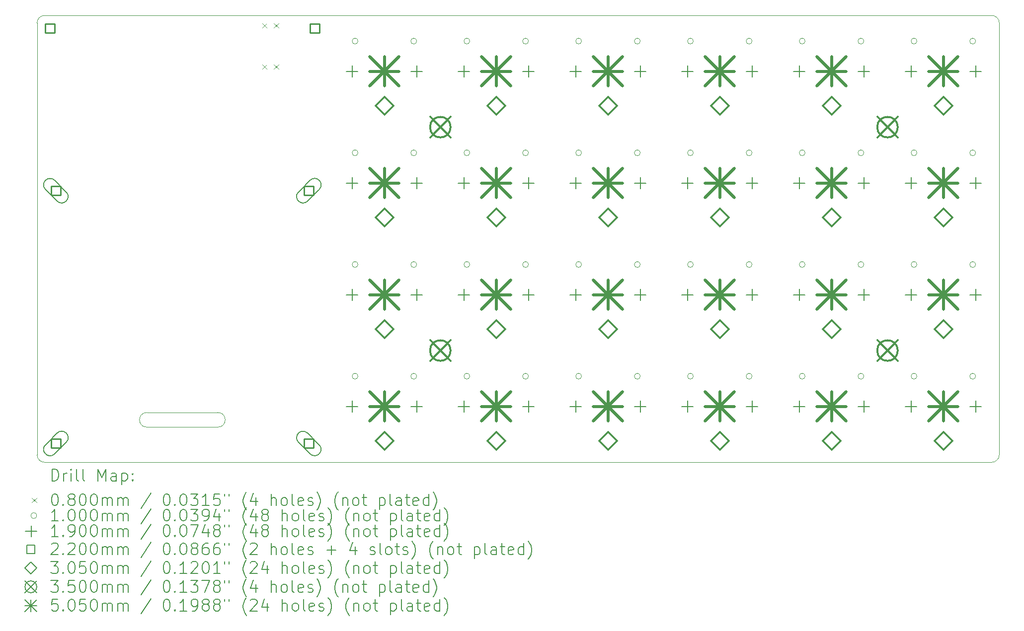
<source format=gbr>
%TF.GenerationSoftware,KiCad,Pcbnew,7.0.5*%
%TF.CreationDate,2025-01-15T14:24:01+08:00*%
%TF.ProjectId,TPS,5450532e-6b69-4636-9164-5f7063625858,rev?*%
%TF.SameCoordinates,Original*%
%TF.FileFunction,Drillmap*%
%TF.FilePolarity,Positive*%
%FSLAX45Y45*%
G04 Gerber Fmt 4.5, Leading zero omitted, Abs format (unit mm)*
G04 Created by KiCad (PCBNEW 7.0.5) date 2025-01-15 14:24:01*
%MOMM*%
%LPD*%
G01*
G04 APERTURE LIST*
%ADD10C,0.100000*%
%ADD11C,0.120000*%
%ADD12C,0.200000*%
%ADD13C,0.080000*%
%ADD14C,0.190000*%
%ADD15C,0.220000*%
%ADD16C,0.305000*%
%ADD17C,0.350000*%
%ADD18C,0.505000*%
G04 APERTURE END LIST*
D10*
X6927100Y-9921300D02*
X5716800Y-9921300D01*
D11*
X20115500Y-2900000D02*
X3973100Y-2900000D01*
X3846100Y-10393000D02*
G75*
G03*
X3973100Y-10520000I127000J0D01*
G01*
X3973100Y-2900000D02*
G75*
G03*
X3846100Y-3027000I0J-127000D01*
G01*
X20242500Y-10393000D02*
X20242500Y-3027000D01*
D10*
X6927100Y-9921300D02*
G75*
G03*
X6927100Y-9671300I0J125000D01*
G01*
D11*
X20115500Y-10520000D02*
X3973100Y-10520000D01*
X3846100Y-3027000D02*
X3846100Y-10393000D01*
X20115500Y-10520000D02*
G75*
G03*
X20242500Y-10393000I0J127000D01*
G01*
D10*
X5716800Y-9671300D02*
G75*
G03*
X5716800Y-9921300I0J-125000D01*
G01*
D11*
X20242500Y-3027000D02*
G75*
G03*
X20115500Y-2900000I-127000J0D01*
G01*
D10*
X6927100Y-9671300D02*
X5716800Y-9671300D01*
D12*
D13*
X7681400Y-3035000D02*
X7761400Y-3115000D01*
X7761400Y-3035000D02*
X7681400Y-3115000D01*
X7681400Y-3735000D02*
X7761400Y-3815000D01*
X7761400Y-3735000D02*
X7681400Y-3815000D01*
X7881400Y-3035000D02*
X7961400Y-3115000D01*
X7961400Y-3035000D02*
X7881400Y-3115000D01*
X7881400Y-3735000D02*
X7961400Y-3815000D01*
X7961400Y-3735000D02*
X7881400Y-3815000D01*
D10*
X9315017Y-3337550D02*
G75*
G03*
X9315017Y-3337550I-50000J0D01*
G01*
X9315017Y-5242550D02*
G75*
G03*
X9315017Y-5242550I-50000J0D01*
G01*
X9315017Y-7147550D02*
G75*
G03*
X9315017Y-7147550I-50000J0D01*
G01*
X9315017Y-9052550D02*
G75*
G03*
X9315017Y-9052550I-50000J0D01*
G01*
X10315017Y-3337550D02*
G75*
G03*
X10315017Y-3337550I-50000J0D01*
G01*
X10315017Y-5242550D02*
G75*
G03*
X10315017Y-5242550I-50000J0D01*
G01*
X10315017Y-7147550D02*
G75*
G03*
X10315017Y-7147550I-50000J0D01*
G01*
X10315017Y-9052550D02*
G75*
G03*
X10315017Y-9052550I-50000J0D01*
G01*
X11220017Y-3337550D02*
G75*
G03*
X11220017Y-3337550I-50000J0D01*
G01*
X11220017Y-5242550D02*
G75*
G03*
X11220017Y-5242550I-50000J0D01*
G01*
X11220017Y-9052550D02*
G75*
G03*
X11220017Y-9052550I-50000J0D01*
G01*
X11220017Y-7147550D02*
G75*
G03*
X11220017Y-7147550I-50000J0D01*
G01*
X12220017Y-3337550D02*
G75*
G03*
X12220017Y-3337550I-50000J0D01*
G01*
X12220017Y-5242550D02*
G75*
G03*
X12220017Y-5242550I-50000J0D01*
G01*
X12220017Y-9052550D02*
G75*
G03*
X12220017Y-9052550I-50000J0D01*
G01*
X12220017Y-7147550D02*
G75*
G03*
X12220017Y-7147550I-50000J0D01*
G01*
X13125017Y-3337550D02*
G75*
G03*
X13125017Y-3337550I-50000J0D01*
G01*
X13125017Y-5242550D02*
G75*
G03*
X13125017Y-5242550I-50000J0D01*
G01*
X13125017Y-7147550D02*
G75*
G03*
X13125017Y-7147550I-50000J0D01*
G01*
X13125017Y-9052550D02*
G75*
G03*
X13125017Y-9052550I-50000J0D01*
G01*
X14125017Y-3337550D02*
G75*
G03*
X14125017Y-3337550I-50000J0D01*
G01*
X14125017Y-5242550D02*
G75*
G03*
X14125017Y-5242550I-50000J0D01*
G01*
X14125017Y-7147550D02*
G75*
G03*
X14125017Y-7147550I-50000J0D01*
G01*
X14125017Y-9052550D02*
G75*
G03*
X14125017Y-9052550I-50000J0D01*
G01*
X15030017Y-3337550D02*
G75*
G03*
X15030017Y-3337550I-50000J0D01*
G01*
X15030017Y-5242550D02*
G75*
G03*
X15030017Y-5242550I-50000J0D01*
G01*
X15030017Y-7147550D02*
G75*
G03*
X15030017Y-7147550I-50000J0D01*
G01*
X15030017Y-9052550D02*
G75*
G03*
X15030017Y-9052550I-50000J0D01*
G01*
X16030017Y-3337550D02*
G75*
G03*
X16030017Y-3337550I-50000J0D01*
G01*
X16030017Y-5242550D02*
G75*
G03*
X16030017Y-5242550I-50000J0D01*
G01*
X16030017Y-7147550D02*
G75*
G03*
X16030017Y-7147550I-50000J0D01*
G01*
X16030017Y-9052550D02*
G75*
G03*
X16030017Y-9052550I-50000J0D01*
G01*
X16935017Y-3337550D02*
G75*
G03*
X16935017Y-3337550I-50000J0D01*
G01*
X16935017Y-5242550D02*
G75*
G03*
X16935017Y-5242550I-50000J0D01*
G01*
X16935017Y-7147550D02*
G75*
G03*
X16935017Y-7147550I-50000J0D01*
G01*
X16935017Y-9052550D02*
G75*
G03*
X16935017Y-9052550I-50000J0D01*
G01*
X17935017Y-3337550D02*
G75*
G03*
X17935017Y-3337550I-50000J0D01*
G01*
X17935017Y-5242550D02*
G75*
G03*
X17935017Y-5242550I-50000J0D01*
G01*
X17935017Y-7147550D02*
G75*
G03*
X17935017Y-7147550I-50000J0D01*
G01*
X17935017Y-9052550D02*
G75*
G03*
X17935017Y-9052550I-50000J0D01*
G01*
X18840017Y-3337550D02*
G75*
G03*
X18840017Y-3337550I-50000J0D01*
G01*
X18840017Y-5242550D02*
G75*
G03*
X18840017Y-5242550I-50000J0D01*
G01*
X18840017Y-7147550D02*
G75*
G03*
X18840017Y-7147550I-50000J0D01*
G01*
X18840017Y-9052550D02*
G75*
G03*
X18840017Y-9052550I-50000J0D01*
G01*
X19840017Y-3337550D02*
G75*
G03*
X19840017Y-3337550I-50000J0D01*
G01*
X19840017Y-5242550D02*
G75*
G03*
X19840017Y-5242550I-50000J0D01*
G01*
X19840017Y-7147550D02*
G75*
G03*
X19840017Y-7147550I-50000J0D01*
G01*
X19840017Y-9052550D02*
G75*
G03*
X19840017Y-9052550I-50000J0D01*
G01*
D14*
X9215017Y-3757550D02*
X9215017Y-3947550D01*
X9120017Y-3852550D02*
X9310017Y-3852550D01*
X9215017Y-5662550D02*
X9215017Y-5852550D01*
X9120017Y-5757550D02*
X9310017Y-5757550D01*
X9215017Y-7567550D02*
X9215017Y-7757550D01*
X9120017Y-7662550D02*
X9310017Y-7662550D01*
X9215017Y-9472550D02*
X9215017Y-9662550D01*
X9120017Y-9567550D02*
X9310017Y-9567550D01*
X10315017Y-3757550D02*
X10315017Y-3947550D01*
X10220017Y-3852550D02*
X10410017Y-3852550D01*
X10315017Y-5662550D02*
X10315017Y-5852550D01*
X10220017Y-5757550D02*
X10410017Y-5757550D01*
X10315017Y-7567550D02*
X10315017Y-7757550D01*
X10220017Y-7662550D02*
X10410017Y-7662550D01*
X10315017Y-9472550D02*
X10315017Y-9662550D01*
X10220017Y-9567550D02*
X10410017Y-9567550D01*
X11120017Y-3757550D02*
X11120017Y-3947550D01*
X11025017Y-3852550D02*
X11215017Y-3852550D01*
X11120017Y-5662550D02*
X11120017Y-5852550D01*
X11025017Y-5757550D02*
X11215017Y-5757550D01*
X11120017Y-9472550D02*
X11120017Y-9662550D01*
X11025017Y-9567550D02*
X11215017Y-9567550D01*
X11120017Y-7567550D02*
X11120017Y-7757550D01*
X11025017Y-7662550D02*
X11215017Y-7662550D01*
X12220017Y-3757550D02*
X12220017Y-3947550D01*
X12125017Y-3852550D02*
X12315017Y-3852550D01*
X12220017Y-5662550D02*
X12220017Y-5852550D01*
X12125017Y-5757550D02*
X12315017Y-5757550D01*
X12220017Y-9472550D02*
X12220017Y-9662550D01*
X12125017Y-9567550D02*
X12315017Y-9567550D01*
X12220017Y-7567550D02*
X12220017Y-7757550D01*
X12125017Y-7662550D02*
X12315017Y-7662550D01*
X13025017Y-3757550D02*
X13025017Y-3947550D01*
X12930017Y-3852550D02*
X13120017Y-3852550D01*
X13025017Y-5662550D02*
X13025017Y-5852550D01*
X12930017Y-5757550D02*
X13120017Y-5757550D01*
X13025017Y-7567550D02*
X13025017Y-7757550D01*
X12930017Y-7662550D02*
X13120017Y-7662550D01*
X13025017Y-9472550D02*
X13025017Y-9662550D01*
X12930017Y-9567550D02*
X13120017Y-9567550D01*
X14125017Y-3757550D02*
X14125017Y-3947550D01*
X14030017Y-3852550D02*
X14220017Y-3852550D01*
X14125017Y-5662550D02*
X14125017Y-5852550D01*
X14030017Y-5757550D02*
X14220017Y-5757550D01*
X14125017Y-7567550D02*
X14125017Y-7757550D01*
X14030017Y-7662550D02*
X14220017Y-7662550D01*
X14125017Y-9472550D02*
X14125017Y-9662550D01*
X14030017Y-9567550D02*
X14220017Y-9567550D01*
X14930017Y-3757550D02*
X14930017Y-3947550D01*
X14835017Y-3852550D02*
X15025017Y-3852550D01*
X14930017Y-5662550D02*
X14930017Y-5852550D01*
X14835017Y-5757550D02*
X15025017Y-5757550D01*
X14930017Y-7567550D02*
X14930017Y-7757550D01*
X14835017Y-7662550D02*
X15025017Y-7662550D01*
X14930017Y-9472550D02*
X14930017Y-9662550D01*
X14835017Y-9567550D02*
X15025017Y-9567550D01*
X16030017Y-3757550D02*
X16030017Y-3947550D01*
X15935017Y-3852550D02*
X16125017Y-3852550D01*
X16030017Y-5662550D02*
X16030017Y-5852550D01*
X15935017Y-5757550D02*
X16125017Y-5757550D01*
X16030017Y-7567550D02*
X16030017Y-7757550D01*
X15935017Y-7662550D02*
X16125017Y-7662550D01*
X16030017Y-9472550D02*
X16030017Y-9662550D01*
X15935017Y-9567550D02*
X16125017Y-9567550D01*
X16835017Y-3757550D02*
X16835017Y-3947550D01*
X16740017Y-3852550D02*
X16930017Y-3852550D01*
X16835017Y-5662550D02*
X16835017Y-5852550D01*
X16740017Y-5757550D02*
X16930017Y-5757550D01*
X16835017Y-7567550D02*
X16835017Y-7757550D01*
X16740017Y-7662550D02*
X16930017Y-7662550D01*
X16835017Y-9472550D02*
X16835017Y-9662550D01*
X16740017Y-9567550D02*
X16930017Y-9567550D01*
X17935017Y-3757550D02*
X17935017Y-3947550D01*
X17840017Y-3852550D02*
X18030017Y-3852550D01*
X17935017Y-5662550D02*
X17935017Y-5852550D01*
X17840017Y-5757550D02*
X18030017Y-5757550D01*
X17935017Y-7567550D02*
X17935017Y-7757550D01*
X17840017Y-7662550D02*
X18030017Y-7662550D01*
X17935017Y-9472550D02*
X17935017Y-9662550D01*
X17840017Y-9567550D02*
X18030017Y-9567550D01*
X18740017Y-3757550D02*
X18740017Y-3947550D01*
X18645017Y-3852550D02*
X18835017Y-3852550D01*
X18740017Y-5662550D02*
X18740017Y-5852550D01*
X18645017Y-5757550D02*
X18835017Y-5757550D01*
X18740017Y-7567550D02*
X18740017Y-7757550D01*
X18645017Y-7662550D02*
X18835017Y-7662550D01*
X18740017Y-9472550D02*
X18740017Y-9662550D01*
X18645017Y-9567550D02*
X18835017Y-9567550D01*
X19840017Y-3757550D02*
X19840017Y-3947550D01*
X19745017Y-3852550D02*
X19935017Y-3852550D01*
X19840017Y-5662550D02*
X19840017Y-5852550D01*
X19745017Y-5757550D02*
X19935017Y-5757550D01*
X19840017Y-7567550D02*
X19840017Y-7757550D01*
X19745017Y-7662550D02*
X19935017Y-7662550D01*
X19840017Y-9472550D02*
X19840017Y-9662550D01*
X19745017Y-9567550D02*
X19935017Y-9567550D01*
D15*
X4143882Y-3197782D02*
X4143882Y-3042217D01*
X3988317Y-3042217D01*
X3988317Y-3197782D01*
X4143882Y-3197782D01*
X4243883Y-5966382D02*
X4243883Y-5810817D01*
X4088317Y-5810817D01*
X4088317Y-5966382D01*
X4243883Y-5966382D01*
D12*
X4342877Y-5909813D02*
X4144887Y-5711823D01*
X4144887Y-5711823D02*
G75*
G03*
X3989323Y-5867387I-77782J-77782D01*
G01*
X3989323Y-5867387D02*
X4187313Y-6065377D01*
X4187313Y-6065377D02*
G75*
G03*
X4342877Y-5909813I77782J77782D01*
G01*
D15*
X4243883Y-10277783D02*
X4243883Y-10122218D01*
X4088317Y-10122218D01*
X4088317Y-10277783D01*
X4243883Y-10277783D01*
D12*
X4187313Y-10023223D02*
X3989323Y-10221213D01*
X3989323Y-10221213D02*
G75*
G03*
X4144887Y-10376777I77782J-77782D01*
G01*
X4144887Y-10376777D02*
X4342877Y-10178787D01*
X4342877Y-10178787D02*
G75*
G03*
X4187313Y-10023223I-77782J77782D01*
G01*
D15*
X8555283Y-5966382D02*
X8555283Y-5810817D01*
X8399718Y-5810817D01*
X8399718Y-5966382D01*
X8555283Y-5966382D01*
D12*
X8456287Y-6065377D02*
X8654277Y-5867387D01*
X8654277Y-5867387D02*
G75*
G03*
X8498713Y-5711823I-77782J77782D01*
G01*
X8498713Y-5711823D02*
X8300723Y-5909813D01*
X8300723Y-5909813D02*
G75*
G03*
X8456287Y-6065377I77782J-77782D01*
G01*
D15*
X8555283Y-10277783D02*
X8555283Y-10122218D01*
X8399718Y-10122218D01*
X8399718Y-10277783D01*
X8555283Y-10277783D01*
D12*
X8654277Y-10221213D02*
X8456287Y-10023223D01*
X8456287Y-10023223D02*
G75*
G03*
X8300723Y-10178787I-77782J-77782D01*
G01*
X8300723Y-10178787D02*
X8498713Y-10376777D01*
X8498713Y-10376777D02*
G75*
G03*
X8654277Y-10221213I77782J77782D01*
G01*
D15*
X8655283Y-3197782D02*
X8655283Y-3042217D01*
X8499718Y-3042217D01*
X8499718Y-3197782D01*
X8655283Y-3197782D01*
D16*
X9765017Y-4595050D02*
X9917517Y-4442550D01*
X9765017Y-4290050D01*
X9612517Y-4442550D01*
X9765017Y-4595050D01*
X9765017Y-6500050D02*
X9917517Y-6347550D01*
X9765017Y-6195050D01*
X9612517Y-6347550D01*
X9765017Y-6500050D01*
X9765017Y-8405050D02*
X9917517Y-8252550D01*
X9765017Y-8100050D01*
X9612517Y-8252550D01*
X9765017Y-8405050D01*
X9765017Y-10310050D02*
X9917517Y-10157550D01*
X9765017Y-10005050D01*
X9612517Y-10157550D01*
X9765017Y-10310050D01*
X11670017Y-4595050D02*
X11822517Y-4442550D01*
X11670017Y-4290050D01*
X11517517Y-4442550D01*
X11670017Y-4595050D01*
X11670017Y-6500050D02*
X11822517Y-6347550D01*
X11670017Y-6195050D01*
X11517517Y-6347550D01*
X11670017Y-6500050D01*
X11670017Y-10310050D02*
X11822517Y-10157550D01*
X11670017Y-10005050D01*
X11517517Y-10157550D01*
X11670017Y-10310050D01*
X11670017Y-8405050D02*
X11822517Y-8252550D01*
X11670017Y-8100050D01*
X11517517Y-8252550D01*
X11670017Y-8405050D01*
X13575017Y-4595050D02*
X13727517Y-4442550D01*
X13575017Y-4290050D01*
X13422517Y-4442550D01*
X13575017Y-4595050D01*
X13575017Y-6500050D02*
X13727517Y-6347550D01*
X13575017Y-6195050D01*
X13422517Y-6347550D01*
X13575017Y-6500050D01*
X13575017Y-8405050D02*
X13727517Y-8252550D01*
X13575017Y-8100050D01*
X13422517Y-8252550D01*
X13575017Y-8405050D01*
X13575017Y-10310050D02*
X13727517Y-10157550D01*
X13575017Y-10005050D01*
X13422517Y-10157550D01*
X13575017Y-10310050D01*
X15480017Y-4595050D02*
X15632517Y-4442550D01*
X15480017Y-4290050D01*
X15327517Y-4442550D01*
X15480017Y-4595050D01*
X15480017Y-6500050D02*
X15632517Y-6347550D01*
X15480017Y-6195050D01*
X15327517Y-6347550D01*
X15480017Y-6500050D01*
X15480017Y-8405050D02*
X15632517Y-8252550D01*
X15480017Y-8100050D01*
X15327517Y-8252550D01*
X15480017Y-8405050D01*
X15480017Y-10310050D02*
X15632517Y-10157550D01*
X15480017Y-10005050D01*
X15327517Y-10157550D01*
X15480017Y-10310050D01*
X17385017Y-4595050D02*
X17537517Y-4442550D01*
X17385017Y-4290050D01*
X17232517Y-4442550D01*
X17385017Y-4595050D01*
X17385017Y-6500050D02*
X17537517Y-6347550D01*
X17385017Y-6195050D01*
X17232517Y-6347550D01*
X17385017Y-6500050D01*
X17385017Y-8405050D02*
X17537517Y-8252550D01*
X17385017Y-8100050D01*
X17232517Y-8252550D01*
X17385017Y-8405050D01*
X17385017Y-10310050D02*
X17537517Y-10157550D01*
X17385017Y-10005050D01*
X17232517Y-10157550D01*
X17385017Y-10310050D01*
X19290017Y-4595050D02*
X19442517Y-4442550D01*
X19290017Y-4290050D01*
X19137517Y-4442550D01*
X19290017Y-4595050D01*
X19290017Y-6500050D02*
X19442517Y-6347550D01*
X19290017Y-6195050D01*
X19137517Y-6347550D01*
X19290017Y-6500050D01*
X19290017Y-8405050D02*
X19442517Y-8252550D01*
X19290017Y-8100050D01*
X19137517Y-8252550D01*
X19290017Y-8405050D01*
X19290017Y-10310050D02*
X19442517Y-10157550D01*
X19290017Y-10005050D01*
X19137517Y-10157550D01*
X19290017Y-10310050D01*
D17*
X10542500Y-4630000D02*
X10892500Y-4980000D01*
X10892500Y-4630000D02*
X10542500Y-4980000D01*
X10892500Y-4805000D02*
G75*
G03*
X10892500Y-4805000I-175000J0D01*
G01*
X10542500Y-8440000D02*
X10892500Y-8790000D01*
X10892500Y-8440000D02*
X10542500Y-8790000D01*
X10892500Y-8615000D02*
G75*
G03*
X10892500Y-8615000I-175000J0D01*
G01*
X18162500Y-4630000D02*
X18512500Y-4980000D01*
X18512500Y-4630000D02*
X18162500Y-4980000D01*
X18512500Y-4805000D02*
G75*
G03*
X18512500Y-4805000I-175000J0D01*
G01*
X18162500Y-8440000D02*
X18512500Y-8790000D01*
X18512500Y-8440000D02*
X18162500Y-8790000D01*
X18512500Y-8615000D02*
G75*
G03*
X18512500Y-8615000I-175000J0D01*
G01*
D18*
X9512517Y-3600050D02*
X10017517Y-4105050D01*
X10017517Y-3600050D02*
X9512517Y-4105050D01*
X9765017Y-3600050D02*
X9765017Y-4105050D01*
X9512517Y-3852550D02*
X10017517Y-3852550D01*
X9512517Y-5505050D02*
X10017517Y-6010050D01*
X10017517Y-5505050D02*
X9512517Y-6010050D01*
X9765017Y-5505050D02*
X9765017Y-6010050D01*
X9512517Y-5757550D02*
X10017517Y-5757550D01*
X9512517Y-7410050D02*
X10017517Y-7915050D01*
X10017517Y-7410050D02*
X9512517Y-7915050D01*
X9765017Y-7410050D02*
X9765017Y-7915050D01*
X9512517Y-7662550D02*
X10017517Y-7662550D01*
X9512517Y-9315050D02*
X10017517Y-9820050D01*
X10017517Y-9315050D02*
X9512517Y-9820050D01*
X9765017Y-9315050D02*
X9765017Y-9820050D01*
X9512517Y-9567550D02*
X10017517Y-9567550D01*
X11417517Y-3600050D02*
X11922517Y-4105050D01*
X11922517Y-3600050D02*
X11417517Y-4105050D01*
X11670017Y-3600050D02*
X11670017Y-4105050D01*
X11417517Y-3852550D02*
X11922517Y-3852550D01*
X11417517Y-5505050D02*
X11922517Y-6010050D01*
X11922517Y-5505050D02*
X11417517Y-6010050D01*
X11670017Y-5505050D02*
X11670017Y-6010050D01*
X11417517Y-5757550D02*
X11922517Y-5757550D01*
X11417517Y-9315050D02*
X11922517Y-9820050D01*
X11922517Y-9315050D02*
X11417517Y-9820050D01*
X11670017Y-9315050D02*
X11670017Y-9820050D01*
X11417517Y-9567550D02*
X11922517Y-9567550D01*
X11417517Y-7410050D02*
X11922517Y-7915050D01*
X11922517Y-7410050D02*
X11417517Y-7915050D01*
X11670017Y-7410050D02*
X11670017Y-7915050D01*
X11417517Y-7662550D02*
X11922517Y-7662550D01*
X13322517Y-3600050D02*
X13827517Y-4105050D01*
X13827517Y-3600050D02*
X13322517Y-4105050D01*
X13575017Y-3600050D02*
X13575017Y-4105050D01*
X13322517Y-3852550D02*
X13827517Y-3852550D01*
X13322517Y-5505050D02*
X13827517Y-6010050D01*
X13827517Y-5505050D02*
X13322517Y-6010050D01*
X13575017Y-5505050D02*
X13575017Y-6010050D01*
X13322517Y-5757550D02*
X13827517Y-5757550D01*
X13322517Y-7410050D02*
X13827517Y-7915050D01*
X13827517Y-7410050D02*
X13322517Y-7915050D01*
X13575017Y-7410050D02*
X13575017Y-7915050D01*
X13322517Y-7662550D02*
X13827517Y-7662550D01*
X13322517Y-9315050D02*
X13827517Y-9820050D01*
X13827517Y-9315050D02*
X13322517Y-9820050D01*
X13575017Y-9315050D02*
X13575017Y-9820050D01*
X13322517Y-9567550D02*
X13827517Y-9567550D01*
X15227517Y-3600050D02*
X15732517Y-4105050D01*
X15732517Y-3600050D02*
X15227517Y-4105050D01*
X15480017Y-3600050D02*
X15480017Y-4105050D01*
X15227517Y-3852550D02*
X15732517Y-3852550D01*
X15227517Y-5505050D02*
X15732517Y-6010050D01*
X15732517Y-5505050D02*
X15227517Y-6010050D01*
X15480017Y-5505050D02*
X15480017Y-6010050D01*
X15227517Y-5757550D02*
X15732517Y-5757550D01*
X15227517Y-7410050D02*
X15732517Y-7915050D01*
X15732517Y-7410050D02*
X15227517Y-7915050D01*
X15480017Y-7410050D02*
X15480017Y-7915050D01*
X15227517Y-7662550D02*
X15732517Y-7662550D01*
X15227517Y-9315050D02*
X15732517Y-9820050D01*
X15732517Y-9315050D02*
X15227517Y-9820050D01*
X15480017Y-9315050D02*
X15480017Y-9820050D01*
X15227517Y-9567550D02*
X15732517Y-9567550D01*
X17132517Y-3600050D02*
X17637517Y-4105050D01*
X17637517Y-3600050D02*
X17132517Y-4105050D01*
X17385017Y-3600050D02*
X17385017Y-4105050D01*
X17132517Y-3852550D02*
X17637517Y-3852550D01*
X17132517Y-5505050D02*
X17637517Y-6010050D01*
X17637517Y-5505050D02*
X17132517Y-6010050D01*
X17385017Y-5505050D02*
X17385017Y-6010050D01*
X17132517Y-5757550D02*
X17637517Y-5757550D01*
X17132517Y-7410050D02*
X17637517Y-7915050D01*
X17637517Y-7410050D02*
X17132517Y-7915050D01*
X17385017Y-7410050D02*
X17385017Y-7915050D01*
X17132517Y-7662550D02*
X17637517Y-7662550D01*
X17132517Y-9315050D02*
X17637517Y-9820050D01*
X17637517Y-9315050D02*
X17132517Y-9820050D01*
X17385017Y-9315050D02*
X17385017Y-9820050D01*
X17132517Y-9567550D02*
X17637517Y-9567550D01*
X19037517Y-3600050D02*
X19542517Y-4105050D01*
X19542517Y-3600050D02*
X19037517Y-4105050D01*
X19290017Y-3600050D02*
X19290017Y-4105050D01*
X19037517Y-3852550D02*
X19542517Y-3852550D01*
X19037517Y-5505050D02*
X19542517Y-6010050D01*
X19542517Y-5505050D02*
X19037517Y-6010050D01*
X19290017Y-5505050D02*
X19290017Y-6010050D01*
X19037517Y-5757550D02*
X19542517Y-5757550D01*
X19037517Y-7410050D02*
X19542517Y-7915050D01*
X19542517Y-7410050D02*
X19037517Y-7915050D01*
X19290017Y-7410050D02*
X19290017Y-7915050D01*
X19037517Y-7662550D02*
X19542517Y-7662550D01*
X19037517Y-9315050D02*
X19542517Y-9820050D01*
X19542517Y-9315050D02*
X19037517Y-9820050D01*
X19290017Y-9315050D02*
X19290017Y-9820050D01*
X19037517Y-9567550D02*
X19542517Y-9567550D01*
D12*
X4100877Y-10837484D02*
X4100877Y-10637484D01*
X4100877Y-10637484D02*
X4148496Y-10637484D01*
X4148496Y-10637484D02*
X4177067Y-10647008D01*
X4177067Y-10647008D02*
X4196115Y-10666055D01*
X4196115Y-10666055D02*
X4205639Y-10685103D01*
X4205639Y-10685103D02*
X4215163Y-10723198D01*
X4215163Y-10723198D02*
X4215163Y-10751770D01*
X4215163Y-10751770D02*
X4205639Y-10789865D01*
X4205639Y-10789865D02*
X4196115Y-10808912D01*
X4196115Y-10808912D02*
X4177067Y-10827960D01*
X4177067Y-10827960D02*
X4148496Y-10837484D01*
X4148496Y-10837484D02*
X4100877Y-10837484D01*
X4300877Y-10837484D02*
X4300877Y-10704150D01*
X4300877Y-10742246D02*
X4310401Y-10723198D01*
X4310401Y-10723198D02*
X4319924Y-10713674D01*
X4319924Y-10713674D02*
X4338972Y-10704150D01*
X4338972Y-10704150D02*
X4358020Y-10704150D01*
X4424686Y-10837484D02*
X4424686Y-10704150D01*
X4424686Y-10637484D02*
X4415163Y-10647008D01*
X4415163Y-10647008D02*
X4424686Y-10656531D01*
X4424686Y-10656531D02*
X4434210Y-10647008D01*
X4434210Y-10647008D02*
X4424686Y-10637484D01*
X4424686Y-10637484D02*
X4424686Y-10656531D01*
X4548496Y-10837484D02*
X4529448Y-10827960D01*
X4529448Y-10827960D02*
X4519924Y-10808912D01*
X4519924Y-10808912D02*
X4519924Y-10637484D01*
X4653258Y-10837484D02*
X4634210Y-10827960D01*
X4634210Y-10827960D02*
X4624686Y-10808912D01*
X4624686Y-10808912D02*
X4624686Y-10637484D01*
X4881829Y-10837484D02*
X4881829Y-10637484D01*
X4881829Y-10637484D02*
X4948496Y-10780341D01*
X4948496Y-10780341D02*
X5015163Y-10637484D01*
X5015163Y-10637484D02*
X5015163Y-10837484D01*
X5196115Y-10837484D02*
X5196115Y-10732722D01*
X5196115Y-10732722D02*
X5186591Y-10713674D01*
X5186591Y-10713674D02*
X5167544Y-10704150D01*
X5167544Y-10704150D02*
X5129448Y-10704150D01*
X5129448Y-10704150D02*
X5110401Y-10713674D01*
X5196115Y-10827960D02*
X5177067Y-10837484D01*
X5177067Y-10837484D02*
X5129448Y-10837484D01*
X5129448Y-10837484D02*
X5110401Y-10827960D01*
X5110401Y-10827960D02*
X5100877Y-10808912D01*
X5100877Y-10808912D02*
X5100877Y-10789865D01*
X5100877Y-10789865D02*
X5110401Y-10770817D01*
X5110401Y-10770817D02*
X5129448Y-10761293D01*
X5129448Y-10761293D02*
X5177067Y-10761293D01*
X5177067Y-10761293D02*
X5196115Y-10751770D01*
X5291353Y-10704150D02*
X5291353Y-10904150D01*
X5291353Y-10713674D02*
X5310401Y-10704150D01*
X5310401Y-10704150D02*
X5348496Y-10704150D01*
X5348496Y-10704150D02*
X5367544Y-10713674D01*
X5367544Y-10713674D02*
X5377067Y-10723198D01*
X5377067Y-10723198D02*
X5386591Y-10742246D01*
X5386591Y-10742246D02*
X5386591Y-10799389D01*
X5386591Y-10799389D02*
X5377067Y-10818436D01*
X5377067Y-10818436D02*
X5367544Y-10827960D01*
X5367544Y-10827960D02*
X5348496Y-10837484D01*
X5348496Y-10837484D02*
X5310401Y-10837484D01*
X5310401Y-10837484D02*
X5291353Y-10827960D01*
X5472305Y-10818436D02*
X5481829Y-10827960D01*
X5481829Y-10827960D02*
X5472305Y-10837484D01*
X5472305Y-10837484D02*
X5462782Y-10827960D01*
X5462782Y-10827960D02*
X5472305Y-10818436D01*
X5472305Y-10818436D02*
X5472305Y-10837484D01*
X5472305Y-10713674D02*
X5481829Y-10723198D01*
X5481829Y-10723198D02*
X5472305Y-10732722D01*
X5472305Y-10732722D02*
X5462782Y-10723198D01*
X5462782Y-10723198D02*
X5472305Y-10713674D01*
X5472305Y-10713674D02*
X5472305Y-10732722D01*
D13*
X3760100Y-11126000D02*
X3840100Y-11206000D01*
X3840100Y-11126000D02*
X3760100Y-11206000D01*
D12*
X4138972Y-11057484D02*
X4158020Y-11057484D01*
X4158020Y-11057484D02*
X4177067Y-11067008D01*
X4177067Y-11067008D02*
X4186591Y-11076531D01*
X4186591Y-11076531D02*
X4196115Y-11095579D01*
X4196115Y-11095579D02*
X4205639Y-11133674D01*
X4205639Y-11133674D02*
X4205639Y-11181293D01*
X4205639Y-11181293D02*
X4196115Y-11219388D01*
X4196115Y-11219388D02*
X4186591Y-11238436D01*
X4186591Y-11238436D02*
X4177067Y-11247960D01*
X4177067Y-11247960D02*
X4158020Y-11257484D01*
X4158020Y-11257484D02*
X4138972Y-11257484D01*
X4138972Y-11257484D02*
X4119924Y-11247960D01*
X4119924Y-11247960D02*
X4110401Y-11238436D01*
X4110401Y-11238436D02*
X4100877Y-11219388D01*
X4100877Y-11219388D02*
X4091353Y-11181293D01*
X4091353Y-11181293D02*
X4091353Y-11133674D01*
X4091353Y-11133674D02*
X4100877Y-11095579D01*
X4100877Y-11095579D02*
X4110401Y-11076531D01*
X4110401Y-11076531D02*
X4119924Y-11067008D01*
X4119924Y-11067008D02*
X4138972Y-11057484D01*
X4291353Y-11238436D02*
X4300877Y-11247960D01*
X4300877Y-11247960D02*
X4291353Y-11257484D01*
X4291353Y-11257484D02*
X4281829Y-11247960D01*
X4281829Y-11247960D02*
X4291353Y-11238436D01*
X4291353Y-11238436D02*
X4291353Y-11257484D01*
X4415163Y-11143198D02*
X4396115Y-11133674D01*
X4396115Y-11133674D02*
X4386591Y-11124150D01*
X4386591Y-11124150D02*
X4377067Y-11105103D01*
X4377067Y-11105103D02*
X4377067Y-11095579D01*
X4377067Y-11095579D02*
X4386591Y-11076531D01*
X4386591Y-11076531D02*
X4396115Y-11067008D01*
X4396115Y-11067008D02*
X4415163Y-11057484D01*
X4415163Y-11057484D02*
X4453258Y-11057484D01*
X4453258Y-11057484D02*
X4472305Y-11067008D01*
X4472305Y-11067008D02*
X4481829Y-11076531D01*
X4481829Y-11076531D02*
X4491353Y-11095579D01*
X4491353Y-11095579D02*
X4491353Y-11105103D01*
X4491353Y-11105103D02*
X4481829Y-11124150D01*
X4481829Y-11124150D02*
X4472305Y-11133674D01*
X4472305Y-11133674D02*
X4453258Y-11143198D01*
X4453258Y-11143198D02*
X4415163Y-11143198D01*
X4415163Y-11143198D02*
X4396115Y-11152722D01*
X4396115Y-11152722D02*
X4386591Y-11162246D01*
X4386591Y-11162246D02*
X4377067Y-11181293D01*
X4377067Y-11181293D02*
X4377067Y-11219388D01*
X4377067Y-11219388D02*
X4386591Y-11238436D01*
X4386591Y-11238436D02*
X4396115Y-11247960D01*
X4396115Y-11247960D02*
X4415163Y-11257484D01*
X4415163Y-11257484D02*
X4453258Y-11257484D01*
X4453258Y-11257484D02*
X4472305Y-11247960D01*
X4472305Y-11247960D02*
X4481829Y-11238436D01*
X4481829Y-11238436D02*
X4491353Y-11219388D01*
X4491353Y-11219388D02*
X4491353Y-11181293D01*
X4491353Y-11181293D02*
X4481829Y-11162246D01*
X4481829Y-11162246D02*
X4472305Y-11152722D01*
X4472305Y-11152722D02*
X4453258Y-11143198D01*
X4615163Y-11057484D02*
X4634210Y-11057484D01*
X4634210Y-11057484D02*
X4653258Y-11067008D01*
X4653258Y-11067008D02*
X4662782Y-11076531D01*
X4662782Y-11076531D02*
X4672305Y-11095579D01*
X4672305Y-11095579D02*
X4681829Y-11133674D01*
X4681829Y-11133674D02*
X4681829Y-11181293D01*
X4681829Y-11181293D02*
X4672305Y-11219388D01*
X4672305Y-11219388D02*
X4662782Y-11238436D01*
X4662782Y-11238436D02*
X4653258Y-11247960D01*
X4653258Y-11247960D02*
X4634210Y-11257484D01*
X4634210Y-11257484D02*
X4615163Y-11257484D01*
X4615163Y-11257484D02*
X4596115Y-11247960D01*
X4596115Y-11247960D02*
X4586591Y-11238436D01*
X4586591Y-11238436D02*
X4577067Y-11219388D01*
X4577067Y-11219388D02*
X4567544Y-11181293D01*
X4567544Y-11181293D02*
X4567544Y-11133674D01*
X4567544Y-11133674D02*
X4577067Y-11095579D01*
X4577067Y-11095579D02*
X4586591Y-11076531D01*
X4586591Y-11076531D02*
X4596115Y-11067008D01*
X4596115Y-11067008D02*
X4615163Y-11057484D01*
X4805639Y-11057484D02*
X4824686Y-11057484D01*
X4824686Y-11057484D02*
X4843734Y-11067008D01*
X4843734Y-11067008D02*
X4853258Y-11076531D01*
X4853258Y-11076531D02*
X4862782Y-11095579D01*
X4862782Y-11095579D02*
X4872305Y-11133674D01*
X4872305Y-11133674D02*
X4872305Y-11181293D01*
X4872305Y-11181293D02*
X4862782Y-11219388D01*
X4862782Y-11219388D02*
X4853258Y-11238436D01*
X4853258Y-11238436D02*
X4843734Y-11247960D01*
X4843734Y-11247960D02*
X4824686Y-11257484D01*
X4824686Y-11257484D02*
X4805639Y-11257484D01*
X4805639Y-11257484D02*
X4786591Y-11247960D01*
X4786591Y-11247960D02*
X4777067Y-11238436D01*
X4777067Y-11238436D02*
X4767544Y-11219388D01*
X4767544Y-11219388D02*
X4758020Y-11181293D01*
X4758020Y-11181293D02*
X4758020Y-11133674D01*
X4758020Y-11133674D02*
X4767544Y-11095579D01*
X4767544Y-11095579D02*
X4777067Y-11076531D01*
X4777067Y-11076531D02*
X4786591Y-11067008D01*
X4786591Y-11067008D02*
X4805639Y-11057484D01*
X4958020Y-11257484D02*
X4958020Y-11124150D01*
X4958020Y-11143198D02*
X4967544Y-11133674D01*
X4967544Y-11133674D02*
X4986591Y-11124150D01*
X4986591Y-11124150D02*
X5015163Y-11124150D01*
X5015163Y-11124150D02*
X5034210Y-11133674D01*
X5034210Y-11133674D02*
X5043734Y-11152722D01*
X5043734Y-11152722D02*
X5043734Y-11257484D01*
X5043734Y-11152722D02*
X5053258Y-11133674D01*
X5053258Y-11133674D02*
X5072305Y-11124150D01*
X5072305Y-11124150D02*
X5100877Y-11124150D01*
X5100877Y-11124150D02*
X5119925Y-11133674D01*
X5119925Y-11133674D02*
X5129448Y-11152722D01*
X5129448Y-11152722D02*
X5129448Y-11257484D01*
X5224686Y-11257484D02*
X5224686Y-11124150D01*
X5224686Y-11143198D02*
X5234210Y-11133674D01*
X5234210Y-11133674D02*
X5253258Y-11124150D01*
X5253258Y-11124150D02*
X5281829Y-11124150D01*
X5281829Y-11124150D02*
X5300877Y-11133674D01*
X5300877Y-11133674D02*
X5310401Y-11152722D01*
X5310401Y-11152722D02*
X5310401Y-11257484D01*
X5310401Y-11152722D02*
X5319925Y-11133674D01*
X5319925Y-11133674D02*
X5338972Y-11124150D01*
X5338972Y-11124150D02*
X5367544Y-11124150D01*
X5367544Y-11124150D02*
X5386591Y-11133674D01*
X5386591Y-11133674D02*
X5396115Y-11152722D01*
X5396115Y-11152722D02*
X5396115Y-11257484D01*
X5786591Y-11047960D02*
X5615163Y-11305103D01*
X6043734Y-11057484D02*
X6062782Y-11057484D01*
X6062782Y-11057484D02*
X6081829Y-11067008D01*
X6081829Y-11067008D02*
X6091353Y-11076531D01*
X6091353Y-11076531D02*
X6100877Y-11095579D01*
X6100877Y-11095579D02*
X6110401Y-11133674D01*
X6110401Y-11133674D02*
X6110401Y-11181293D01*
X6110401Y-11181293D02*
X6100877Y-11219388D01*
X6100877Y-11219388D02*
X6091353Y-11238436D01*
X6091353Y-11238436D02*
X6081829Y-11247960D01*
X6081829Y-11247960D02*
X6062782Y-11257484D01*
X6062782Y-11257484D02*
X6043734Y-11257484D01*
X6043734Y-11257484D02*
X6024686Y-11247960D01*
X6024686Y-11247960D02*
X6015163Y-11238436D01*
X6015163Y-11238436D02*
X6005639Y-11219388D01*
X6005639Y-11219388D02*
X5996115Y-11181293D01*
X5996115Y-11181293D02*
X5996115Y-11133674D01*
X5996115Y-11133674D02*
X6005639Y-11095579D01*
X6005639Y-11095579D02*
X6015163Y-11076531D01*
X6015163Y-11076531D02*
X6024686Y-11067008D01*
X6024686Y-11067008D02*
X6043734Y-11057484D01*
X6196115Y-11238436D02*
X6205639Y-11247960D01*
X6205639Y-11247960D02*
X6196115Y-11257484D01*
X6196115Y-11257484D02*
X6186591Y-11247960D01*
X6186591Y-11247960D02*
X6196115Y-11238436D01*
X6196115Y-11238436D02*
X6196115Y-11257484D01*
X6329448Y-11057484D02*
X6348496Y-11057484D01*
X6348496Y-11057484D02*
X6367544Y-11067008D01*
X6367544Y-11067008D02*
X6377067Y-11076531D01*
X6377067Y-11076531D02*
X6386591Y-11095579D01*
X6386591Y-11095579D02*
X6396115Y-11133674D01*
X6396115Y-11133674D02*
X6396115Y-11181293D01*
X6396115Y-11181293D02*
X6386591Y-11219388D01*
X6386591Y-11219388D02*
X6377067Y-11238436D01*
X6377067Y-11238436D02*
X6367544Y-11247960D01*
X6367544Y-11247960D02*
X6348496Y-11257484D01*
X6348496Y-11257484D02*
X6329448Y-11257484D01*
X6329448Y-11257484D02*
X6310401Y-11247960D01*
X6310401Y-11247960D02*
X6300877Y-11238436D01*
X6300877Y-11238436D02*
X6291353Y-11219388D01*
X6291353Y-11219388D02*
X6281829Y-11181293D01*
X6281829Y-11181293D02*
X6281829Y-11133674D01*
X6281829Y-11133674D02*
X6291353Y-11095579D01*
X6291353Y-11095579D02*
X6300877Y-11076531D01*
X6300877Y-11076531D02*
X6310401Y-11067008D01*
X6310401Y-11067008D02*
X6329448Y-11057484D01*
X6462782Y-11057484D02*
X6586591Y-11057484D01*
X6586591Y-11057484D02*
X6519925Y-11133674D01*
X6519925Y-11133674D02*
X6548496Y-11133674D01*
X6548496Y-11133674D02*
X6567544Y-11143198D01*
X6567544Y-11143198D02*
X6577067Y-11152722D01*
X6577067Y-11152722D02*
X6586591Y-11171770D01*
X6586591Y-11171770D02*
X6586591Y-11219388D01*
X6586591Y-11219388D02*
X6577067Y-11238436D01*
X6577067Y-11238436D02*
X6567544Y-11247960D01*
X6567544Y-11247960D02*
X6548496Y-11257484D01*
X6548496Y-11257484D02*
X6491353Y-11257484D01*
X6491353Y-11257484D02*
X6472306Y-11247960D01*
X6472306Y-11247960D02*
X6462782Y-11238436D01*
X6777067Y-11257484D02*
X6662782Y-11257484D01*
X6719925Y-11257484D02*
X6719925Y-11057484D01*
X6719925Y-11057484D02*
X6700877Y-11086055D01*
X6700877Y-11086055D02*
X6681829Y-11105103D01*
X6681829Y-11105103D02*
X6662782Y-11114627D01*
X6958020Y-11057484D02*
X6862782Y-11057484D01*
X6862782Y-11057484D02*
X6853258Y-11152722D01*
X6853258Y-11152722D02*
X6862782Y-11143198D01*
X6862782Y-11143198D02*
X6881829Y-11133674D01*
X6881829Y-11133674D02*
X6929448Y-11133674D01*
X6929448Y-11133674D02*
X6948496Y-11143198D01*
X6948496Y-11143198D02*
X6958020Y-11152722D01*
X6958020Y-11152722D02*
X6967544Y-11171770D01*
X6967544Y-11171770D02*
X6967544Y-11219388D01*
X6967544Y-11219388D02*
X6958020Y-11238436D01*
X6958020Y-11238436D02*
X6948496Y-11247960D01*
X6948496Y-11247960D02*
X6929448Y-11257484D01*
X6929448Y-11257484D02*
X6881829Y-11257484D01*
X6881829Y-11257484D02*
X6862782Y-11247960D01*
X6862782Y-11247960D02*
X6853258Y-11238436D01*
X7043734Y-11057484D02*
X7043734Y-11095579D01*
X7119925Y-11057484D02*
X7119925Y-11095579D01*
X7415163Y-11333674D02*
X7405639Y-11324150D01*
X7405639Y-11324150D02*
X7386591Y-11295579D01*
X7386591Y-11295579D02*
X7377068Y-11276531D01*
X7377068Y-11276531D02*
X7367544Y-11247960D01*
X7367544Y-11247960D02*
X7358020Y-11200341D01*
X7358020Y-11200341D02*
X7358020Y-11162246D01*
X7358020Y-11162246D02*
X7367544Y-11114627D01*
X7367544Y-11114627D02*
X7377068Y-11086055D01*
X7377068Y-11086055D02*
X7386591Y-11067008D01*
X7386591Y-11067008D02*
X7405639Y-11038436D01*
X7405639Y-11038436D02*
X7415163Y-11028912D01*
X7577068Y-11124150D02*
X7577068Y-11257484D01*
X7529448Y-11047960D02*
X7481829Y-11190817D01*
X7481829Y-11190817D02*
X7605639Y-11190817D01*
X7834210Y-11257484D02*
X7834210Y-11057484D01*
X7919925Y-11257484D02*
X7919925Y-11152722D01*
X7919925Y-11152722D02*
X7910401Y-11133674D01*
X7910401Y-11133674D02*
X7891353Y-11124150D01*
X7891353Y-11124150D02*
X7862782Y-11124150D01*
X7862782Y-11124150D02*
X7843734Y-11133674D01*
X7843734Y-11133674D02*
X7834210Y-11143198D01*
X8043734Y-11257484D02*
X8024687Y-11247960D01*
X8024687Y-11247960D02*
X8015163Y-11238436D01*
X8015163Y-11238436D02*
X8005639Y-11219388D01*
X8005639Y-11219388D02*
X8005639Y-11162246D01*
X8005639Y-11162246D02*
X8015163Y-11143198D01*
X8015163Y-11143198D02*
X8024687Y-11133674D01*
X8024687Y-11133674D02*
X8043734Y-11124150D01*
X8043734Y-11124150D02*
X8072306Y-11124150D01*
X8072306Y-11124150D02*
X8091353Y-11133674D01*
X8091353Y-11133674D02*
X8100877Y-11143198D01*
X8100877Y-11143198D02*
X8110401Y-11162246D01*
X8110401Y-11162246D02*
X8110401Y-11219388D01*
X8110401Y-11219388D02*
X8100877Y-11238436D01*
X8100877Y-11238436D02*
X8091353Y-11247960D01*
X8091353Y-11247960D02*
X8072306Y-11257484D01*
X8072306Y-11257484D02*
X8043734Y-11257484D01*
X8224687Y-11257484D02*
X8205639Y-11247960D01*
X8205639Y-11247960D02*
X8196115Y-11228912D01*
X8196115Y-11228912D02*
X8196115Y-11057484D01*
X8377068Y-11247960D02*
X8358020Y-11257484D01*
X8358020Y-11257484D02*
X8319925Y-11257484D01*
X8319925Y-11257484D02*
X8300877Y-11247960D01*
X8300877Y-11247960D02*
X8291353Y-11228912D01*
X8291353Y-11228912D02*
X8291353Y-11152722D01*
X8291353Y-11152722D02*
X8300877Y-11133674D01*
X8300877Y-11133674D02*
X8319925Y-11124150D01*
X8319925Y-11124150D02*
X8358020Y-11124150D01*
X8358020Y-11124150D02*
X8377068Y-11133674D01*
X8377068Y-11133674D02*
X8386591Y-11152722D01*
X8386591Y-11152722D02*
X8386591Y-11171770D01*
X8386591Y-11171770D02*
X8291353Y-11190817D01*
X8462782Y-11247960D02*
X8481830Y-11257484D01*
X8481830Y-11257484D02*
X8519925Y-11257484D01*
X8519925Y-11257484D02*
X8538973Y-11247960D01*
X8538973Y-11247960D02*
X8548496Y-11228912D01*
X8548496Y-11228912D02*
X8548496Y-11219388D01*
X8548496Y-11219388D02*
X8538973Y-11200341D01*
X8538973Y-11200341D02*
X8519925Y-11190817D01*
X8519925Y-11190817D02*
X8491353Y-11190817D01*
X8491353Y-11190817D02*
X8472306Y-11181293D01*
X8472306Y-11181293D02*
X8462782Y-11162246D01*
X8462782Y-11162246D02*
X8462782Y-11152722D01*
X8462782Y-11152722D02*
X8472306Y-11133674D01*
X8472306Y-11133674D02*
X8491353Y-11124150D01*
X8491353Y-11124150D02*
X8519925Y-11124150D01*
X8519925Y-11124150D02*
X8538973Y-11133674D01*
X8615163Y-11333674D02*
X8624687Y-11324150D01*
X8624687Y-11324150D02*
X8643734Y-11295579D01*
X8643734Y-11295579D02*
X8653258Y-11276531D01*
X8653258Y-11276531D02*
X8662782Y-11247960D01*
X8662782Y-11247960D02*
X8672306Y-11200341D01*
X8672306Y-11200341D02*
X8672306Y-11162246D01*
X8672306Y-11162246D02*
X8662782Y-11114627D01*
X8662782Y-11114627D02*
X8653258Y-11086055D01*
X8653258Y-11086055D02*
X8643734Y-11067008D01*
X8643734Y-11067008D02*
X8624687Y-11038436D01*
X8624687Y-11038436D02*
X8615163Y-11028912D01*
X8977068Y-11333674D02*
X8967544Y-11324150D01*
X8967544Y-11324150D02*
X8948496Y-11295579D01*
X8948496Y-11295579D02*
X8938973Y-11276531D01*
X8938973Y-11276531D02*
X8929449Y-11247960D01*
X8929449Y-11247960D02*
X8919925Y-11200341D01*
X8919925Y-11200341D02*
X8919925Y-11162246D01*
X8919925Y-11162246D02*
X8929449Y-11114627D01*
X8929449Y-11114627D02*
X8938973Y-11086055D01*
X8938973Y-11086055D02*
X8948496Y-11067008D01*
X8948496Y-11067008D02*
X8967544Y-11038436D01*
X8967544Y-11038436D02*
X8977068Y-11028912D01*
X9053258Y-11124150D02*
X9053258Y-11257484D01*
X9053258Y-11143198D02*
X9062782Y-11133674D01*
X9062782Y-11133674D02*
X9081830Y-11124150D01*
X9081830Y-11124150D02*
X9110401Y-11124150D01*
X9110401Y-11124150D02*
X9129449Y-11133674D01*
X9129449Y-11133674D02*
X9138973Y-11152722D01*
X9138973Y-11152722D02*
X9138973Y-11257484D01*
X9262782Y-11257484D02*
X9243734Y-11247960D01*
X9243734Y-11247960D02*
X9234211Y-11238436D01*
X9234211Y-11238436D02*
X9224687Y-11219388D01*
X9224687Y-11219388D02*
X9224687Y-11162246D01*
X9224687Y-11162246D02*
X9234211Y-11143198D01*
X9234211Y-11143198D02*
X9243734Y-11133674D01*
X9243734Y-11133674D02*
X9262782Y-11124150D01*
X9262782Y-11124150D02*
X9291354Y-11124150D01*
X9291354Y-11124150D02*
X9310401Y-11133674D01*
X9310401Y-11133674D02*
X9319925Y-11143198D01*
X9319925Y-11143198D02*
X9329449Y-11162246D01*
X9329449Y-11162246D02*
X9329449Y-11219388D01*
X9329449Y-11219388D02*
X9319925Y-11238436D01*
X9319925Y-11238436D02*
X9310401Y-11247960D01*
X9310401Y-11247960D02*
X9291354Y-11257484D01*
X9291354Y-11257484D02*
X9262782Y-11257484D01*
X9386592Y-11124150D02*
X9462782Y-11124150D01*
X9415163Y-11057484D02*
X9415163Y-11228912D01*
X9415163Y-11228912D02*
X9424687Y-11247960D01*
X9424687Y-11247960D02*
X9443734Y-11257484D01*
X9443734Y-11257484D02*
X9462782Y-11257484D01*
X9681830Y-11124150D02*
X9681830Y-11324150D01*
X9681830Y-11133674D02*
X9700877Y-11124150D01*
X9700877Y-11124150D02*
X9738973Y-11124150D01*
X9738973Y-11124150D02*
X9758020Y-11133674D01*
X9758020Y-11133674D02*
X9767544Y-11143198D01*
X9767544Y-11143198D02*
X9777068Y-11162246D01*
X9777068Y-11162246D02*
X9777068Y-11219388D01*
X9777068Y-11219388D02*
X9767544Y-11238436D01*
X9767544Y-11238436D02*
X9758020Y-11247960D01*
X9758020Y-11247960D02*
X9738973Y-11257484D01*
X9738973Y-11257484D02*
X9700877Y-11257484D01*
X9700877Y-11257484D02*
X9681830Y-11247960D01*
X9891354Y-11257484D02*
X9872306Y-11247960D01*
X9872306Y-11247960D02*
X9862782Y-11228912D01*
X9862782Y-11228912D02*
X9862782Y-11057484D01*
X10053258Y-11257484D02*
X10053258Y-11152722D01*
X10053258Y-11152722D02*
X10043735Y-11133674D01*
X10043735Y-11133674D02*
X10024687Y-11124150D01*
X10024687Y-11124150D02*
X9986592Y-11124150D01*
X9986592Y-11124150D02*
X9967544Y-11133674D01*
X10053258Y-11247960D02*
X10034211Y-11257484D01*
X10034211Y-11257484D02*
X9986592Y-11257484D01*
X9986592Y-11257484D02*
X9967544Y-11247960D01*
X9967544Y-11247960D02*
X9958020Y-11228912D01*
X9958020Y-11228912D02*
X9958020Y-11209865D01*
X9958020Y-11209865D02*
X9967544Y-11190817D01*
X9967544Y-11190817D02*
X9986592Y-11181293D01*
X9986592Y-11181293D02*
X10034211Y-11181293D01*
X10034211Y-11181293D02*
X10053258Y-11171770D01*
X10119925Y-11124150D02*
X10196115Y-11124150D01*
X10148496Y-11057484D02*
X10148496Y-11228912D01*
X10148496Y-11228912D02*
X10158020Y-11247960D01*
X10158020Y-11247960D02*
X10177068Y-11257484D01*
X10177068Y-11257484D02*
X10196115Y-11257484D01*
X10338973Y-11247960D02*
X10319925Y-11257484D01*
X10319925Y-11257484D02*
X10281830Y-11257484D01*
X10281830Y-11257484D02*
X10262782Y-11247960D01*
X10262782Y-11247960D02*
X10253258Y-11228912D01*
X10253258Y-11228912D02*
X10253258Y-11152722D01*
X10253258Y-11152722D02*
X10262782Y-11133674D01*
X10262782Y-11133674D02*
X10281830Y-11124150D01*
X10281830Y-11124150D02*
X10319925Y-11124150D01*
X10319925Y-11124150D02*
X10338973Y-11133674D01*
X10338973Y-11133674D02*
X10348496Y-11152722D01*
X10348496Y-11152722D02*
X10348496Y-11171770D01*
X10348496Y-11171770D02*
X10253258Y-11190817D01*
X10519925Y-11257484D02*
X10519925Y-11057484D01*
X10519925Y-11247960D02*
X10500877Y-11257484D01*
X10500877Y-11257484D02*
X10462782Y-11257484D01*
X10462782Y-11257484D02*
X10443735Y-11247960D01*
X10443735Y-11247960D02*
X10434211Y-11238436D01*
X10434211Y-11238436D02*
X10424687Y-11219388D01*
X10424687Y-11219388D02*
X10424687Y-11162246D01*
X10424687Y-11162246D02*
X10434211Y-11143198D01*
X10434211Y-11143198D02*
X10443735Y-11133674D01*
X10443735Y-11133674D02*
X10462782Y-11124150D01*
X10462782Y-11124150D02*
X10500877Y-11124150D01*
X10500877Y-11124150D02*
X10519925Y-11133674D01*
X10596116Y-11333674D02*
X10605639Y-11324150D01*
X10605639Y-11324150D02*
X10624687Y-11295579D01*
X10624687Y-11295579D02*
X10634211Y-11276531D01*
X10634211Y-11276531D02*
X10643735Y-11247960D01*
X10643735Y-11247960D02*
X10653258Y-11200341D01*
X10653258Y-11200341D02*
X10653258Y-11162246D01*
X10653258Y-11162246D02*
X10643735Y-11114627D01*
X10643735Y-11114627D02*
X10634211Y-11086055D01*
X10634211Y-11086055D02*
X10624687Y-11067008D01*
X10624687Y-11067008D02*
X10605639Y-11038436D01*
X10605639Y-11038436D02*
X10596116Y-11028912D01*
D10*
X3840100Y-11430000D02*
G75*
G03*
X3840100Y-11430000I-50000J0D01*
G01*
D12*
X4205639Y-11521484D02*
X4091353Y-11521484D01*
X4148496Y-11521484D02*
X4148496Y-11321484D01*
X4148496Y-11321484D02*
X4129448Y-11350055D01*
X4129448Y-11350055D02*
X4110401Y-11369103D01*
X4110401Y-11369103D02*
X4091353Y-11378627D01*
X4291353Y-11502436D02*
X4300877Y-11511960D01*
X4300877Y-11511960D02*
X4291353Y-11521484D01*
X4291353Y-11521484D02*
X4281829Y-11511960D01*
X4281829Y-11511960D02*
X4291353Y-11502436D01*
X4291353Y-11502436D02*
X4291353Y-11521484D01*
X4424686Y-11321484D02*
X4443734Y-11321484D01*
X4443734Y-11321484D02*
X4462782Y-11331008D01*
X4462782Y-11331008D02*
X4472305Y-11340531D01*
X4472305Y-11340531D02*
X4481829Y-11359579D01*
X4481829Y-11359579D02*
X4491353Y-11397674D01*
X4491353Y-11397674D02*
X4491353Y-11445293D01*
X4491353Y-11445293D02*
X4481829Y-11483388D01*
X4481829Y-11483388D02*
X4472305Y-11502436D01*
X4472305Y-11502436D02*
X4462782Y-11511960D01*
X4462782Y-11511960D02*
X4443734Y-11521484D01*
X4443734Y-11521484D02*
X4424686Y-11521484D01*
X4424686Y-11521484D02*
X4405639Y-11511960D01*
X4405639Y-11511960D02*
X4396115Y-11502436D01*
X4396115Y-11502436D02*
X4386591Y-11483388D01*
X4386591Y-11483388D02*
X4377067Y-11445293D01*
X4377067Y-11445293D02*
X4377067Y-11397674D01*
X4377067Y-11397674D02*
X4386591Y-11359579D01*
X4386591Y-11359579D02*
X4396115Y-11340531D01*
X4396115Y-11340531D02*
X4405639Y-11331008D01*
X4405639Y-11331008D02*
X4424686Y-11321484D01*
X4615163Y-11321484D02*
X4634210Y-11321484D01*
X4634210Y-11321484D02*
X4653258Y-11331008D01*
X4653258Y-11331008D02*
X4662782Y-11340531D01*
X4662782Y-11340531D02*
X4672305Y-11359579D01*
X4672305Y-11359579D02*
X4681829Y-11397674D01*
X4681829Y-11397674D02*
X4681829Y-11445293D01*
X4681829Y-11445293D02*
X4672305Y-11483388D01*
X4672305Y-11483388D02*
X4662782Y-11502436D01*
X4662782Y-11502436D02*
X4653258Y-11511960D01*
X4653258Y-11511960D02*
X4634210Y-11521484D01*
X4634210Y-11521484D02*
X4615163Y-11521484D01*
X4615163Y-11521484D02*
X4596115Y-11511960D01*
X4596115Y-11511960D02*
X4586591Y-11502436D01*
X4586591Y-11502436D02*
X4577067Y-11483388D01*
X4577067Y-11483388D02*
X4567544Y-11445293D01*
X4567544Y-11445293D02*
X4567544Y-11397674D01*
X4567544Y-11397674D02*
X4577067Y-11359579D01*
X4577067Y-11359579D02*
X4586591Y-11340531D01*
X4586591Y-11340531D02*
X4596115Y-11331008D01*
X4596115Y-11331008D02*
X4615163Y-11321484D01*
X4805639Y-11321484D02*
X4824686Y-11321484D01*
X4824686Y-11321484D02*
X4843734Y-11331008D01*
X4843734Y-11331008D02*
X4853258Y-11340531D01*
X4853258Y-11340531D02*
X4862782Y-11359579D01*
X4862782Y-11359579D02*
X4872305Y-11397674D01*
X4872305Y-11397674D02*
X4872305Y-11445293D01*
X4872305Y-11445293D02*
X4862782Y-11483388D01*
X4862782Y-11483388D02*
X4853258Y-11502436D01*
X4853258Y-11502436D02*
X4843734Y-11511960D01*
X4843734Y-11511960D02*
X4824686Y-11521484D01*
X4824686Y-11521484D02*
X4805639Y-11521484D01*
X4805639Y-11521484D02*
X4786591Y-11511960D01*
X4786591Y-11511960D02*
X4777067Y-11502436D01*
X4777067Y-11502436D02*
X4767544Y-11483388D01*
X4767544Y-11483388D02*
X4758020Y-11445293D01*
X4758020Y-11445293D02*
X4758020Y-11397674D01*
X4758020Y-11397674D02*
X4767544Y-11359579D01*
X4767544Y-11359579D02*
X4777067Y-11340531D01*
X4777067Y-11340531D02*
X4786591Y-11331008D01*
X4786591Y-11331008D02*
X4805639Y-11321484D01*
X4958020Y-11521484D02*
X4958020Y-11388150D01*
X4958020Y-11407198D02*
X4967544Y-11397674D01*
X4967544Y-11397674D02*
X4986591Y-11388150D01*
X4986591Y-11388150D02*
X5015163Y-11388150D01*
X5015163Y-11388150D02*
X5034210Y-11397674D01*
X5034210Y-11397674D02*
X5043734Y-11416722D01*
X5043734Y-11416722D02*
X5043734Y-11521484D01*
X5043734Y-11416722D02*
X5053258Y-11397674D01*
X5053258Y-11397674D02*
X5072305Y-11388150D01*
X5072305Y-11388150D02*
X5100877Y-11388150D01*
X5100877Y-11388150D02*
X5119925Y-11397674D01*
X5119925Y-11397674D02*
X5129448Y-11416722D01*
X5129448Y-11416722D02*
X5129448Y-11521484D01*
X5224686Y-11521484D02*
X5224686Y-11388150D01*
X5224686Y-11407198D02*
X5234210Y-11397674D01*
X5234210Y-11397674D02*
X5253258Y-11388150D01*
X5253258Y-11388150D02*
X5281829Y-11388150D01*
X5281829Y-11388150D02*
X5300877Y-11397674D01*
X5300877Y-11397674D02*
X5310401Y-11416722D01*
X5310401Y-11416722D02*
X5310401Y-11521484D01*
X5310401Y-11416722D02*
X5319925Y-11397674D01*
X5319925Y-11397674D02*
X5338972Y-11388150D01*
X5338972Y-11388150D02*
X5367544Y-11388150D01*
X5367544Y-11388150D02*
X5386591Y-11397674D01*
X5386591Y-11397674D02*
X5396115Y-11416722D01*
X5396115Y-11416722D02*
X5396115Y-11521484D01*
X5786591Y-11311960D02*
X5615163Y-11569103D01*
X6043734Y-11321484D02*
X6062782Y-11321484D01*
X6062782Y-11321484D02*
X6081829Y-11331008D01*
X6081829Y-11331008D02*
X6091353Y-11340531D01*
X6091353Y-11340531D02*
X6100877Y-11359579D01*
X6100877Y-11359579D02*
X6110401Y-11397674D01*
X6110401Y-11397674D02*
X6110401Y-11445293D01*
X6110401Y-11445293D02*
X6100877Y-11483388D01*
X6100877Y-11483388D02*
X6091353Y-11502436D01*
X6091353Y-11502436D02*
X6081829Y-11511960D01*
X6081829Y-11511960D02*
X6062782Y-11521484D01*
X6062782Y-11521484D02*
X6043734Y-11521484D01*
X6043734Y-11521484D02*
X6024686Y-11511960D01*
X6024686Y-11511960D02*
X6015163Y-11502436D01*
X6015163Y-11502436D02*
X6005639Y-11483388D01*
X6005639Y-11483388D02*
X5996115Y-11445293D01*
X5996115Y-11445293D02*
X5996115Y-11397674D01*
X5996115Y-11397674D02*
X6005639Y-11359579D01*
X6005639Y-11359579D02*
X6015163Y-11340531D01*
X6015163Y-11340531D02*
X6024686Y-11331008D01*
X6024686Y-11331008D02*
X6043734Y-11321484D01*
X6196115Y-11502436D02*
X6205639Y-11511960D01*
X6205639Y-11511960D02*
X6196115Y-11521484D01*
X6196115Y-11521484D02*
X6186591Y-11511960D01*
X6186591Y-11511960D02*
X6196115Y-11502436D01*
X6196115Y-11502436D02*
X6196115Y-11521484D01*
X6329448Y-11321484D02*
X6348496Y-11321484D01*
X6348496Y-11321484D02*
X6367544Y-11331008D01*
X6367544Y-11331008D02*
X6377067Y-11340531D01*
X6377067Y-11340531D02*
X6386591Y-11359579D01*
X6386591Y-11359579D02*
X6396115Y-11397674D01*
X6396115Y-11397674D02*
X6396115Y-11445293D01*
X6396115Y-11445293D02*
X6386591Y-11483388D01*
X6386591Y-11483388D02*
X6377067Y-11502436D01*
X6377067Y-11502436D02*
X6367544Y-11511960D01*
X6367544Y-11511960D02*
X6348496Y-11521484D01*
X6348496Y-11521484D02*
X6329448Y-11521484D01*
X6329448Y-11521484D02*
X6310401Y-11511960D01*
X6310401Y-11511960D02*
X6300877Y-11502436D01*
X6300877Y-11502436D02*
X6291353Y-11483388D01*
X6291353Y-11483388D02*
X6281829Y-11445293D01*
X6281829Y-11445293D02*
X6281829Y-11397674D01*
X6281829Y-11397674D02*
X6291353Y-11359579D01*
X6291353Y-11359579D02*
X6300877Y-11340531D01*
X6300877Y-11340531D02*
X6310401Y-11331008D01*
X6310401Y-11331008D02*
X6329448Y-11321484D01*
X6462782Y-11321484D02*
X6586591Y-11321484D01*
X6586591Y-11321484D02*
X6519925Y-11397674D01*
X6519925Y-11397674D02*
X6548496Y-11397674D01*
X6548496Y-11397674D02*
X6567544Y-11407198D01*
X6567544Y-11407198D02*
X6577067Y-11416722D01*
X6577067Y-11416722D02*
X6586591Y-11435769D01*
X6586591Y-11435769D02*
X6586591Y-11483388D01*
X6586591Y-11483388D02*
X6577067Y-11502436D01*
X6577067Y-11502436D02*
X6567544Y-11511960D01*
X6567544Y-11511960D02*
X6548496Y-11521484D01*
X6548496Y-11521484D02*
X6491353Y-11521484D01*
X6491353Y-11521484D02*
X6472306Y-11511960D01*
X6472306Y-11511960D02*
X6462782Y-11502436D01*
X6681829Y-11521484D02*
X6719925Y-11521484D01*
X6719925Y-11521484D02*
X6738972Y-11511960D01*
X6738972Y-11511960D02*
X6748496Y-11502436D01*
X6748496Y-11502436D02*
X6767544Y-11473865D01*
X6767544Y-11473865D02*
X6777067Y-11435769D01*
X6777067Y-11435769D02*
X6777067Y-11359579D01*
X6777067Y-11359579D02*
X6767544Y-11340531D01*
X6767544Y-11340531D02*
X6758020Y-11331008D01*
X6758020Y-11331008D02*
X6738972Y-11321484D01*
X6738972Y-11321484D02*
X6700877Y-11321484D01*
X6700877Y-11321484D02*
X6681829Y-11331008D01*
X6681829Y-11331008D02*
X6672306Y-11340531D01*
X6672306Y-11340531D02*
X6662782Y-11359579D01*
X6662782Y-11359579D02*
X6662782Y-11407198D01*
X6662782Y-11407198D02*
X6672306Y-11426246D01*
X6672306Y-11426246D02*
X6681829Y-11435769D01*
X6681829Y-11435769D02*
X6700877Y-11445293D01*
X6700877Y-11445293D02*
X6738972Y-11445293D01*
X6738972Y-11445293D02*
X6758020Y-11435769D01*
X6758020Y-11435769D02*
X6767544Y-11426246D01*
X6767544Y-11426246D02*
X6777067Y-11407198D01*
X6948496Y-11388150D02*
X6948496Y-11521484D01*
X6900877Y-11311960D02*
X6853258Y-11454817D01*
X6853258Y-11454817D02*
X6977067Y-11454817D01*
X7043734Y-11321484D02*
X7043734Y-11359579D01*
X7119925Y-11321484D02*
X7119925Y-11359579D01*
X7415163Y-11597674D02*
X7405639Y-11588150D01*
X7405639Y-11588150D02*
X7386591Y-11559579D01*
X7386591Y-11559579D02*
X7377068Y-11540531D01*
X7377068Y-11540531D02*
X7367544Y-11511960D01*
X7367544Y-11511960D02*
X7358020Y-11464341D01*
X7358020Y-11464341D02*
X7358020Y-11426246D01*
X7358020Y-11426246D02*
X7367544Y-11378627D01*
X7367544Y-11378627D02*
X7377068Y-11350055D01*
X7377068Y-11350055D02*
X7386591Y-11331008D01*
X7386591Y-11331008D02*
X7405639Y-11302436D01*
X7405639Y-11302436D02*
X7415163Y-11292912D01*
X7577068Y-11388150D02*
X7577068Y-11521484D01*
X7529448Y-11311960D02*
X7481829Y-11454817D01*
X7481829Y-11454817D02*
X7605639Y-11454817D01*
X7710401Y-11407198D02*
X7691353Y-11397674D01*
X7691353Y-11397674D02*
X7681829Y-11388150D01*
X7681829Y-11388150D02*
X7672306Y-11369103D01*
X7672306Y-11369103D02*
X7672306Y-11359579D01*
X7672306Y-11359579D02*
X7681829Y-11340531D01*
X7681829Y-11340531D02*
X7691353Y-11331008D01*
X7691353Y-11331008D02*
X7710401Y-11321484D01*
X7710401Y-11321484D02*
X7748496Y-11321484D01*
X7748496Y-11321484D02*
X7767544Y-11331008D01*
X7767544Y-11331008D02*
X7777068Y-11340531D01*
X7777068Y-11340531D02*
X7786591Y-11359579D01*
X7786591Y-11359579D02*
X7786591Y-11369103D01*
X7786591Y-11369103D02*
X7777068Y-11388150D01*
X7777068Y-11388150D02*
X7767544Y-11397674D01*
X7767544Y-11397674D02*
X7748496Y-11407198D01*
X7748496Y-11407198D02*
X7710401Y-11407198D01*
X7710401Y-11407198D02*
X7691353Y-11416722D01*
X7691353Y-11416722D02*
X7681829Y-11426246D01*
X7681829Y-11426246D02*
X7672306Y-11445293D01*
X7672306Y-11445293D02*
X7672306Y-11483388D01*
X7672306Y-11483388D02*
X7681829Y-11502436D01*
X7681829Y-11502436D02*
X7691353Y-11511960D01*
X7691353Y-11511960D02*
X7710401Y-11521484D01*
X7710401Y-11521484D02*
X7748496Y-11521484D01*
X7748496Y-11521484D02*
X7767544Y-11511960D01*
X7767544Y-11511960D02*
X7777068Y-11502436D01*
X7777068Y-11502436D02*
X7786591Y-11483388D01*
X7786591Y-11483388D02*
X7786591Y-11445293D01*
X7786591Y-11445293D02*
X7777068Y-11426246D01*
X7777068Y-11426246D02*
X7767544Y-11416722D01*
X7767544Y-11416722D02*
X7748496Y-11407198D01*
X8024687Y-11521484D02*
X8024687Y-11321484D01*
X8110401Y-11521484D02*
X8110401Y-11416722D01*
X8110401Y-11416722D02*
X8100877Y-11397674D01*
X8100877Y-11397674D02*
X8081830Y-11388150D01*
X8081830Y-11388150D02*
X8053258Y-11388150D01*
X8053258Y-11388150D02*
X8034210Y-11397674D01*
X8034210Y-11397674D02*
X8024687Y-11407198D01*
X8234210Y-11521484D02*
X8215163Y-11511960D01*
X8215163Y-11511960D02*
X8205639Y-11502436D01*
X8205639Y-11502436D02*
X8196115Y-11483388D01*
X8196115Y-11483388D02*
X8196115Y-11426246D01*
X8196115Y-11426246D02*
X8205639Y-11407198D01*
X8205639Y-11407198D02*
X8215163Y-11397674D01*
X8215163Y-11397674D02*
X8234210Y-11388150D01*
X8234210Y-11388150D02*
X8262782Y-11388150D01*
X8262782Y-11388150D02*
X8281830Y-11397674D01*
X8281830Y-11397674D02*
X8291353Y-11407198D01*
X8291353Y-11407198D02*
X8300877Y-11426246D01*
X8300877Y-11426246D02*
X8300877Y-11483388D01*
X8300877Y-11483388D02*
X8291353Y-11502436D01*
X8291353Y-11502436D02*
X8281830Y-11511960D01*
X8281830Y-11511960D02*
X8262782Y-11521484D01*
X8262782Y-11521484D02*
X8234210Y-11521484D01*
X8415163Y-11521484D02*
X8396115Y-11511960D01*
X8396115Y-11511960D02*
X8386591Y-11492912D01*
X8386591Y-11492912D02*
X8386591Y-11321484D01*
X8567544Y-11511960D02*
X8548496Y-11521484D01*
X8548496Y-11521484D02*
X8510401Y-11521484D01*
X8510401Y-11521484D02*
X8491353Y-11511960D01*
X8491353Y-11511960D02*
X8481830Y-11492912D01*
X8481830Y-11492912D02*
X8481830Y-11416722D01*
X8481830Y-11416722D02*
X8491353Y-11397674D01*
X8491353Y-11397674D02*
X8510401Y-11388150D01*
X8510401Y-11388150D02*
X8548496Y-11388150D01*
X8548496Y-11388150D02*
X8567544Y-11397674D01*
X8567544Y-11397674D02*
X8577068Y-11416722D01*
X8577068Y-11416722D02*
X8577068Y-11435769D01*
X8577068Y-11435769D02*
X8481830Y-11454817D01*
X8653258Y-11511960D02*
X8672306Y-11521484D01*
X8672306Y-11521484D02*
X8710401Y-11521484D01*
X8710401Y-11521484D02*
X8729449Y-11511960D01*
X8729449Y-11511960D02*
X8738973Y-11492912D01*
X8738973Y-11492912D02*
X8738973Y-11483388D01*
X8738973Y-11483388D02*
X8729449Y-11464341D01*
X8729449Y-11464341D02*
X8710401Y-11454817D01*
X8710401Y-11454817D02*
X8681830Y-11454817D01*
X8681830Y-11454817D02*
X8662782Y-11445293D01*
X8662782Y-11445293D02*
X8653258Y-11426246D01*
X8653258Y-11426246D02*
X8653258Y-11416722D01*
X8653258Y-11416722D02*
X8662782Y-11397674D01*
X8662782Y-11397674D02*
X8681830Y-11388150D01*
X8681830Y-11388150D02*
X8710401Y-11388150D01*
X8710401Y-11388150D02*
X8729449Y-11397674D01*
X8805639Y-11597674D02*
X8815163Y-11588150D01*
X8815163Y-11588150D02*
X8834211Y-11559579D01*
X8834211Y-11559579D02*
X8843734Y-11540531D01*
X8843734Y-11540531D02*
X8853258Y-11511960D01*
X8853258Y-11511960D02*
X8862782Y-11464341D01*
X8862782Y-11464341D02*
X8862782Y-11426246D01*
X8862782Y-11426246D02*
X8853258Y-11378627D01*
X8853258Y-11378627D02*
X8843734Y-11350055D01*
X8843734Y-11350055D02*
X8834211Y-11331008D01*
X8834211Y-11331008D02*
X8815163Y-11302436D01*
X8815163Y-11302436D02*
X8805639Y-11292912D01*
X9167544Y-11597674D02*
X9158020Y-11588150D01*
X9158020Y-11588150D02*
X9138973Y-11559579D01*
X9138973Y-11559579D02*
X9129449Y-11540531D01*
X9129449Y-11540531D02*
X9119925Y-11511960D01*
X9119925Y-11511960D02*
X9110401Y-11464341D01*
X9110401Y-11464341D02*
X9110401Y-11426246D01*
X9110401Y-11426246D02*
X9119925Y-11378627D01*
X9119925Y-11378627D02*
X9129449Y-11350055D01*
X9129449Y-11350055D02*
X9138973Y-11331008D01*
X9138973Y-11331008D02*
X9158020Y-11302436D01*
X9158020Y-11302436D02*
X9167544Y-11292912D01*
X9243734Y-11388150D02*
X9243734Y-11521484D01*
X9243734Y-11407198D02*
X9253258Y-11397674D01*
X9253258Y-11397674D02*
X9272306Y-11388150D01*
X9272306Y-11388150D02*
X9300877Y-11388150D01*
X9300877Y-11388150D02*
X9319925Y-11397674D01*
X9319925Y-11397674D02*
X9329449Y-11416722D01*
X9329449Y-11416722D02*
X9329449Y-11521484D01*
X9453258Y-11521484D02*
X9434211Y-11511960D01*
X9434211Y-11511960D02*
X9424687Y-11502436D01*
X9424687Y-11502436D02*
X9415163Y-11483388D01*
X9415163Y-11483388D02*
X9415163Y-11426246D01*
X9415163Y-11426246D02*
X9424687Y-11407198D01*
X9424687Y-11407198D02*
X9434211Y-11397674D01*
X9434211Y-11397674D02*
X9453258Y-11388150D01*
X9453258Y-11388150D02*
X9481830Y-11388150D01*
X9481830Y-11388150D02*
X9500877Y-11397674D01*
X9500877Y-11397674D02*
X9510401Y-11407198D01*
X9510401Y-11407198D02*
X9519925Y-11426246D01*
X9519925Y-11426246D02*
X9519925Y-11483388D01*
X9519925Y-11483388D02*
X9510401Y-11502436D01*
X9510401Y-11502436D02*
X9500877Y-11511960D01*
X9500877Y-11511960D02*
X9481830Y-11521484D01*
X9481830Y-11521484D02*
X9453258Y-11521484D01*
X9577068Y-11388150D02*
X9653258Y-11388150D01*
X9605639Y-11321484D02*
X9605639Y-11492912D01*
X9605639Y-11492912D02*
X9615163Y-11511960D01*
X9615163Y-11511960D02*
X9634211Y-11521484D01*
X9634211Y-11521484D02*
X9653258Y-11521484D01*
X9872306Y-11388150D02*
X9872306Y-11588150D01*
X9872306Y-11397674D02*
X9891354Y-11388150D01*
X9891354Y-11388150D02*
X9929449Y-11388150D01*
X9929449Y-11388150D02*
X9948496Y-11397674D01*
X9948496Y-11397674D02*
X9958020Y-11407198D01*
X9958020Y-11407198D02*
X9967544Y-11426246D01*
X9967544Y-11426246D02*
X9967544Y-11483388D01*
X9967544Y-11483388D02*
X9958020Y-11502436D01*
X9958020Y-11502436D02*
X9948496Y-11511960D01*
X9948496Y-11511960D02*
X9929449Y-11521484D01*
X9929449Y-11521484D02*
X9891354Y-11521484D01*
X9891354Y-11521484D02*
X9872306Y-11511960D01*
X10081830Y-11521484D02*
X10062782Y-11511960D01*
X10062782Y-11511960D02*
X10053258Y-11492912D01*
X10053258Y-11492912D02*
X10053258Y-11321484D01*
X10243735Y-11521484D02*
X10243735Y-11416722D01*
X10243735Y-11416722D02*
X10234211Y-11397674D01*
X10234211Y-11397674D02*
X10215163Y-11388150D01*
X10215163Y-11388150D02*
X10177068Y-11388150D01*
X10177068Y-11388150D02*
X10158020Y-11397674D01*
X10243735Y-11511960D02*
X10224687Y-11521484D01*
X10224687Y-11521484D02*
X10177068Y-11521484D01*
X10177068Y-11521484D02*
X10158020Y-11511960D01*
X10158020Y-11511960D02*
X10148496Y-11492912D01*
X10148496Y-11492912D02*
X10148496Y-11473865D01*
X10148496Y-11473865D02*
X10158020Y-11454817D01*
X10158020Y-11454817D02*
X10177068Y-11445293D01*
X10177068Y-11445293D02*
X10224687Y-11445293D01*
X10224687Y-11445293D02*
X10243735Y-11435769D01*
X10310401Y-11388150D02*
X10386592Y-11388150D01*
X10338973Y-11321484D02*
X10338973Y-11492912D01*
X10338973Y-11492912D02*
X10348496Y-11511960D01*
X10348496Y-11511960D02*
X10367544Y-11521484D01*
X10367544Y-11521484D02*
X10386592Y-11521484D01*
X10529449Y-11511960D02*
X10510401Y-11521484D01*
X10510401Y-11521484D02*
X10472306Y-11521484D01*
X10472306Y-11521484D02*
X10453258Y-11511960D01*
X10453258Y-11511960D02*
X10443735Y-11492912D01*
X10443735Y-11492912D02*
X10443735Y-11416722D01*
X10443735Y-11416722D02*
X10453258Y-11397674D01*
X10453258Y-11397674D02*
X10472306Y-11388150D01*
X10472306Y-11388150D02*
X10510401Y-11388150D01*
X10510401Y-11388150D02*
X10529449Y-11397674D01*
X10529449Y-11397674D02*
X10538973Y-11416722D01*
X10538973Y-11416722D02*
X10538973Y-11435769D01*
X10538973Y-11435769D02*
X10443735Y-11454817D01*
X10710401Y-11521484D02*
X10710401Y-11321484D01*
X10710401Y-11511960D02*
X10691354Y-11521484D01*
X10691354Y-11521484D02*
X10653258Y-11521484D01*
X10653258Y-11521484D02*
X10634211Y-11511960D01*
X10634211Y-11511960D02*
X10624687Y-11502436D01*
X10624687Y-11502436D02*
X10615163Y-11483388D01*
X10615163Y-11483388D02*
X10615163Y-11426246D01*
X10615163Y-11426246D02*
X10624687Y-11407198D01*
X10624687Y-11407198D02*
X10634211Y-11397674D01*
X10634211Y-11397674D02*
X10653258Y-11388150D01*
X10653258Y-11388150D02*
X10691354Y-11388150D01*
X10691354Y-11388150D02*
X10710401Y-11397674D01*
X10786592Y-11597674D02*
X10796116Y-11588150D01*
X10796116Y-11588150D02*
X10815163Y-11559579D01*
X10815163Y-11559579D02*
X10824687Y-11540531D01*
X10824687Y-11540531D02*
X10834211Y-11511960D01*
X10834211Y-11511960D02*
X10843735Y-11464341D01*
X10843735Y-11464341D02*
X10843735Y-11426246D01*
X10843735Y-11426246D02*
X10834211Y-11378627D01*
X10834211Y-11378627D02*
X10824687Y-11350055D01*
X10824687Y-11350055D02*
X10815163Y-11331008D01*
X10815163Y-11331008D02*
X10796116Y-11302436D01*
X10796116Y-11302436D02*
X10786592Y-11292912D01*
D14*
X3745100Y-11599000D02*
X3745100Y-11789000D01*
X3650100Y-11694000D02*
X3840100Y-11694000D01*
D12*
X4205639Y-11785484D02*
X4091353Y-11785484D01*
X4148496Y-11785484D02*
X4148496Y-11585484D01*
X4148496Y-11585484D02*
X4129448Y-11614055D01*
X4129448Y-11614055D02*
X4110401Y-11633103D01*
X4110401Y-11633103D02*
X4091353Y-11642627D01*
X4291353Y-11766436D02*
X4300877Y-11775960D01*
X4300877Y-11775960D02*
X4291353Y-11785484D01*
X4291353Y-11785484D02*
X4281829Y-11775960D01*
X4281829Y-11775960D02*
X4291353Y-11766436D01*
X4291353Y-11766436D02*
X4291353Y-11785484D01*
X4396115Y-11785484D02*
X4434210Y-11785484D01*
X4434210Y-11785484D02*
X4453258Y-11775960D01*
X4453258Y-11775960D02*
X4462782Y-11766436D01*
X4462782Y-11766436D02*
X4481829Y-11737865D01*
X4481829Y-11737865D02*
X4491353Y-11699769D01*
X4491353Y-11699769D02*
X4491353Y-11623579D01*
X4491353Y-11623579D02*
X4481829Y-11604531D01*
X4481829Y-11604531D02*
X4472305Y-11595008D01*
X4472305Y-11595008D02*
X4453258Y-11585484D01*
X4453258Y-11585484D02*
X4415163Y-11585484D01*
X4415163Y-11585484D02*
X4396115Y-11595008D01*
X4396115Y-11595008D02*
X4386591Y-11604531D01*
X4386591Y-11604531D02*
X4377067Y-11623579D01*
X4377067Y-11623579D02*
X4377067Y-11671198D01*
X4377067Y-11671198D02*
X4386591Y-11690246D01*
X4386591Y-11690246D02*
X4396115Y-11699769D01*
X4396115Y-11699769D02*
X4415163Y-11709293D01*
X4415163Y-11709293D02*
X4453258Y-11709293D01*
X4453258Y-11709293D02*
X4472305Y-11699769D01*
X4472305Y-11699769D02*
X4481829Y-11690246D01*
X4481829Y-11690246D02*
X4491353Y-11671198D01*
X4615163Y-11585484D02*
X4634210Y-11585484D01*
X4634210Y-11585484D02*
X4653258Y-11595008D01*
X4653258Y-11595008D02*
X4662782Y-11604531D01*
X4662782Y-11604531D02*
X4672305Y-11623579D01*
X4672305Y-11623579D02*
X4681829Y-11661674D01*
X4681829Y-11661674D02*
X4681829Y-11709293D01*
X4681829Y-11709293D02*
X4672305Y-11747388D01*
X4672305Y-11747388D02*
X4662782Y-11766436D01*
X4662782Y-11766436D02*
X4653258Y-11775960D01*
X4653258Y-11775960D02*
X4634210Y-11785484D01*
X4634210Y-11785484D02*
X4615163Y-11785484D01*
X4615163Y-11785484D02*
X4596115Y-11775960D01*
X4596115Y-11775960D02*
X4586591Y-11766436D01*
X4586591Y-11766436D02*
X4577067Y-11747388D01*
X4577067Y-11747388D02*
X4567544Y-11709293D01*
X4567544Y-11709293D02*
X4567544Y-11661674D01*
X4567544Y-11661674D02*
X4577067Y-11623579D01*
X4577067Y-11623579D02*
X4586591Y-11604531D01*
X4586591Y-11604531D02*
X4596115Y-11595008D01*
X4596115Y-11595008D02*
X4615163Y-11585484D01*
X4805639Y-11585484D02*
X4824686Y-11585484D01*
X4824686Y-11585484D02*
X4843734Y-11595008D01*
X4843734Y-11595008D02*
X4853258Y-11604531D01*
X4853258Y-11604531D02*
X4862782Y-11623579D01*
X4862782Y-11623579D02*
X4872305Y-11661674D01*
X4872305Y-11661674D02*
X4872305Y-11709293D01*
X4872305Y-11709293D02*
X4862782Y-11747388D01*
X4862782Y-11747388D02*
X4853258Y-11766436D01*
X4853258Y-11766436D02*
X4843734Y-11775960D01*
X4843734Y-11775960D02*
X4824686Y-11785484D01*
X4824686Y-11785484D02*
X4805639Y-11785484D01*
X4805639Y-11785484D02*
X4786591Y-11775960D01*
X4786591Y-11775960D02*
X4777067Y-11766436D01*
X4777067Y-11766436D02*
X4767544Y-11747388D01*
X4767544Y-11747388D02*
X4758020Y-11709293D01*
X4758020Y-11709293D02*
X4758020Y-11661674D01*
X4758020Y-11661674D02*
X4767544Y-11623579D01*
X4767544Y-11623579D02*
X4777067Y-11604531D01*
X4777067Y-11604531D02*
X4786591Y-11595008D01*
X4786591Y-11595008D02*
X4805639Y-11585484D01*
X4958020Y-11785484D02*
X4958020Y-11652150D01*
X4958020Y-11671198D02*
X4967544Y-11661674D01*
X4967544Y-11661674D02*
X4986591Y-11652150D01*
X4986591Y-11652150D02*
X5015163Y-11652150D01*
X5015163Y-11652150D02*
X5034210Y-11661674D01*
X5034210Y-11661674D02*
X5043734Y-11680722D01*
X5043734Y-11680722D02*
X5043734Y-11785484D01*
X5043734Y-11680722D02*
X5053258Y-11661674D01*
X5053258Y-11661674D02*
X5072305Y-11652150D01*
X5072305Y-11652150D02*
X5100877Y-11652150D01*
X5100877Y-11652150D02*
X5119925Y-11661674D01*
X5119925Y-11661674D02*
X5129448Y-11680722D01*
X5129448Y-11680722D02*
X5129448Y-11785484D01*
X5224686Y-11785484D02*
X5224686Y-11652150D01*
X5224686Y-11671198D02*
X5234210Y-11661674D01*
X5234210Y-11661674D02*
X5253258Y-11652150D01*
X5253258Y-11652150D02*
X5281829Y-11652150D01*
X5281829Y-11652150D02*
X5300877Y-11661674D01*
X5300877Y-11661674D02*
X5310401Y-11680722D01*
X5310401Y-11680722D02*
X5310401Y-11785484D01*
X5310401Y-11680722D02*
X5319925Y-11661674D01*
X5319925Y-11661674D02*
X5338972Y-11652150D01*
X5338972Y-11652150D02*
X5367544Y-11652150D01*
X5367544Y-11652150D02*
X5386591Y-11661674D01*
X5386591Y-11661674D02*
X5396115Y-11680722D01*
X5396115Y-11680722D02*
X5396115Y-11785484D01*
X5786591Y-11575960D02*
X5615163Y-11833103D01*
X6043734Y-11585484D02*
X6062782Y-11585484D01*
X6062782Y-11585484D02*
X6081829Y-11595008D01*
X6081829Y-11595008D02*
X6091353Y-11604531D01*
X6091353Y-11604531D02*
X6100877Y-11623579D01*
X6100877Y-11623579D02*
X6110401Y-11661674D01*
X6110401Y-11661674D02*
X6110401Y-11709293D01*
X6110401Y-11709293D02*
X6100877Y-11747388D01*
X6100877Y-11747388D02*
X6091353Y-11766436D01*
X6091353Y-11766436D02*
X6081829Y-11775960D01*
X6081829Y-11775960D02*
X6062782Y-11785484D01*
X6062782Y-11785484D02*
X6043734Y-11785484D01*
X6043734Y-11785484D02*
X6024686Y-11775960D01*
X6024686Y-11775960D02*
X6015163Y-11766436D01*
X6015163Y-11766436D02*
X6005639Y-11747388D01*
X6005639Y-11747388D02*
X5996115Y-11709293D01*
X5996115Y-11709293D02*
X5996115Y-11661674D01*
X5996115Y-11661674D02*
X6005639Y-11623579D01*
X6005639Y-11623579D02*
X6015163Y-11604531D01*
X6015163Y-11604531D02*
X6024686Y-11595008D01*
X6024686Y-11595008D02*
X6043734Y-11585484D01*
X6196115Y-11766436D02*
X6205639Y-11775960D01*
X6205639Y-11775960D02*
X6196115Y-11785484D01*
X6196115Y-11785484D02*
X6186591Y-11775960D01*
X6186591Y-11775960D02*
X6196115Y-11766436D01*
X6196115Y-11766436D02*
X6196115Y-11785484D01*
X6329448Y-11585484D02*
X6348496Y-11585484D01*
X6348496Y-11585484D02*
X6367544Y-11595008D01*
X6367544Y-11595008D02*
X6377067Y-11604531D01*
X6377067Y-11604531D02*
X6386591Y-11623579D01*
X6386591Y-11623579D02*
X6396115Y-11661674D01*
X6396115Y-11661674D02*
X6396115Y-11709293D01*
X6396115Y-11709293D02*
X6386591Y-11747388D01*
X6386591Y-11747388D02*
X6377067Y-11766436D01*
X6377067Y-11766436D02*
X6367544Y-11775960D01*
X6367544Y-11775960D02*
X6348496Y-11785484D01*
X6348496Y-11785484D02*
X6329448Y-11785484D01*
X6329448Y-11785484D02*
X6310401Y-11775960D01*
X6310401Y-11775960D02*
X6300877Y-11766436D01*
X6300877Y-11766436D02*
X6291353Y-11747388D01*
X6291353Y-11747388D02*
X6281829Y-11709293D01*
X6281829Y-11709293D02*
X6281829Y-11661674D01*
X6281829Y-11661674D02*
X6291353Y-11623579D01*
X6291353Y-11623579D02*
X6300877Y-11604531D01*
X6300877Y-11604531D02*
X6310401Y-11595008D01*
X6310401Y-11595008D02*
X6329448Y-11585484D01*
X6462782Y-11585484D02*
X6596115Y-11585484D01*
X6596115Y-11585484D02*
X6510401Y-11785484D01*
X6758020Y-11652150D02*
X6758020Y-11785484D01*
X6710401Y-11575960D02*
X6662782Y-11718817D01*
X6662782Y-11718817D02*
X6786591Y-11718817D01*
X6891353Y-11671198D02*
X6872306Y-11661674D01*
X6872306Y-11661674D02*
X6862782Y-11652150D01*
X6862782Y-11652150D02*
X6853258Y-11633103D01*
X6853258Y-11633103D02*
X6853258Y-11623579D01*
X6853258Y-11623579D02*
X6862782Y-11604531D01*
X6862782Y-11604531D02*
X6872306Y-11595008D01*
X6872306Y-11595008D02*
X6891353Y-11585484D01*
X6891353Y-11585484D02*
X6929448Y-11585484D01*
X6929448Y-11585484D02*
X6948496Y-11595008D01*
X6948496Y-11595008D02*
X6958020Y-11604531D01*
X6958020Y-11604531D02*
X6967544Y-11623579D01*
X6967544Y-11623579D02*
X6967544Y-11633103D01*
X6967544Y-11633103D02*
X6958020Y-11652150D01*
X6958020Y-11652150D02*
X6948496Y-11661674D01*
X6948496Y-11661674D02*
X6929448Y-11671198D01*
X6929448Y-11671198D02*
X6891353Y-11671198D01*
X6891353Y-11671198D02*
X6872306Y-11680722D01*
X6872306Y-11680722D02*
X6862782Y-11690246D01*
X6862782Y-11690246D02*
X6853258Y-11709293D01*
X6853258Y-11709293D02*
X6853258Y-11747388D01*
X6853258Y-11747388D02*
X6862782Y-11766436D01*
X6862782Y-11766436D02*
X6872306Y-11775960D01*
X6872306Y-11775960D02*
X6891353Y-11785484D01*
X6891353Y-11785484D02*
X6929448Y-11785484D01*
X6929448Y-11785484D02*
X6948496Y-11775960D01*
X6948496Y-11775960D02*
X6958020Y-11766436D01*
X6958020Y-11766436D02*
X6967544Y-11747388D01*
X6967544Y-11747388D02*
X6967544Y-11709293D01*
X6967544Y-11709293D02*
X6958020Y-11690246D01*
X6958020Y-11690246D02*
X6948496Y-11680722D01*
X6948496Y-11680722D02*
X6929448Y-11671198D01*
X7043734Y-11585484D02*
X7043734Y-11623579D01*
X7119925Y-11585484D02*
X7119925Y-11623579D01*
X7415163Y-11861674D02*
X7405639Y-11852150D01*
X7405639Y-11852150D02*
X7386591Y-11823579D01*
X7386591Y-11823579D02*
X7377068Y-11804531D01*
X7377068Y-11804531D02*
X7367544Y-11775960D01*
X7367544Y-11775960D02*
X7358020Y-11728341D01*
X7358020Y-11728341D02*
X7358020Y-11690246D01*
X7358020Y-11690246D02*
X7367544Y-11642627D01*
X7367544Y-11642627D02*
X7377068Y-11614055D01*
X7377068Y-11614055D02*
X7386591Y-11595008D01*
X7386591Y-11595008D02*
X7405639Y-11566436D01*
X7405639Y-11566436D02*
X7415163Y-11556912D01*
X7577068Y-11652150D02*
X7577068Y-11785484D01*
X7529448Y-11575960D02*
X7481829Y-11718817D01*
X7481829Y-11718817D02*
X7605639Y-11718817D01*
X7710401Y-11671198D02*
X7691353Y-11661674D01*
X7691353Y-11661674D02*
X7681829Y-11652150D01*
X7681829Y-11652150D02*
X7672306Y-11633103D01*
X7672306Y-11633103D02*
X7672306Y-11623579D01*
X7672306Y-11623579D02*
X7681829Y-11604531D01*
X7681829Y-11604531D02*
X7691353Y-11595008D01*
X7691353Y-11595008D02*
X7710401Y-11585484D01*
X7710401Y-11585484D02*
X7748496Y-11585484D01*
X7748496Y-11585484D02*
X7767544Y-11595008D01*
X7767544Y-11595008D02*
X7777068Y-11604531D01*
X7777068Y-11604531D02*
X7786591Y-11623579D01*
X7786591Y-11623579D02*
X7786591Y-11633103D01*
X7786591Y-11633103D02*
X7777068Y-11652150D01*
X7777068Y-11652150D02*
X7767544Y-11661674D01*
X7767544Y-11661674D02*
X7748496Y-11671198D01*
X7748496Y-11671198D02*
X7710401Y-11671198D01*
X7710401Y-11671198D02*
X7691353Y-11680722D01*
X7691353Y-11680722D02*
X7681829Y-11690246D01*
X7681829Y-11690246D02*
X7672306Y-11709293D01*
X7672306Y-11709293D02*
X7672306Y-11747388D01*
X7672306Y-11747388D02*
X7681829Y-11766436D01*
X7681829Y-11766436D02*
X7691353Y-11775960D01*
X7691353Y-11775960D02*
X7710401Y-11785484D01*
X7710401Y-11785484D02*
X7748496Y-11785484D01*
X7748496Y-11785484D02*
X7767544Y-11775960D01*
X7767544Y-11775960D02*
X7777068Y-11766436D01*
X7777068Y-11766436D02*
X7786591Y-11747388D01*
X7786591Y-11747388D02*
X7786591Y-11709293D01*
X7786591Y-11709293D02*
X7777068Y-11690246D01*
X7777068Y-11690246D02*
X7767544Y-11680722D01*
X7767544Y-11680722D02*
X7748496Y-11671198D01*
X8024687Y-11785484D02*
X8024687Y-11585484D01*
X8110401Y-11785484D02*
X8110401Y-11680722D01*
X8110401Y-11680722D02*
X8100877Y-11661674D01*
X8100877Y-11661674D02*
X8081830Y-11652150D01*
X8081830Y-11652150D02*
X8053258Y-11652150D01*
X8053258Y-11652150D02*
X8034210Y-11661674D01*
X8034210Y-11661674D02*
X8024687Y-11671198D01*
X8234210Y-11785484D02*
X8215163Y-11775960D01*
X8215163Y-11775960D02*
X8205639Y-11766436D01*
X8205639Y-11766436D02*
X8196115Y-11747388D01*
X8196115Y-11747388D02*
X8196115Y-11690246D01*
X8196115Y-11690246D02*
X8205639Y-11671198D01*
X8205639Y-11671198D02*
X8215163Y-11661674D01*
X8215163Y-11661674D02*
X8234210Y-11652150D01*
X8234210Y-11652150D02*
X8262782Y-11652150D01*
X8262782Y-11652150D02*
X8281830Y-11661674D01*
X8281830Y-11661674D02*
X8291353Y-11671198D01*
X8291353Y-11671198D02*
X8300877Y-11690246D01*
X8300877Y-11690246D02*
X8300877Y-11747388D01*
X8300877Y-11747388D02*
X8291353Y-11766436D01*
X8291353Y-11766436D02*
X8281830Y-11775960D01*
X8281830Y-11775960D02*
X8262782Y-11785484D01*
X8262782Y-11785484D02*
X8234210Y-11785484D01*
X8415163Y-11785484D02*
X8396115Y-11775960D01*
X8396115Y-11775960D02*
X8386591Y-11756912D01*
X8386591Y-11756912D02*
X8386591Y-11585484D01*
X8567544Y-11775960D02*
X8548496Y-11785484D01*
X8548496Y-11785484D02*
X8510401Y-11785484D01*
X8510401Y-11785484D02*
X8491353Y-11775960D01*
X8491353Y-11775960D02*
X8481830Y-11756912D01*
X8481830Y-11756912D02*
X8481830Y-11680722D01*
X8481830Y-11680722D02*
X8491353Y-11661674D01*
X8491353Y-11661674D02*
X8510401Y-11652150D01*
X8510401Y-11652150D02*
X8548496Y-11652150D01*
X8548496Y-11652150D02*
X8567544Y-11661674D01*
X8567544Y-11661674D02*
X8577068Y-11680722D01*
X8577068Y-11680722D02*
X8577068Y-11699769D01*
X8577068Y-11699769D02*
X8481830Y-11718817D01*
X8653258Y-11775960D02*
X8672306Y-11785484D01*
X8672306Y-11785484D02*
X8710401Y-11785484D01*
X8710401Y-11785484D02*
X8729449Y-11775960D01*
X8729449Y-11775960D02*
X8738973Y-11756912D01*
X8738973Y-11756912D02*
X8738973Y-11747388D01*
X8738973Y-11747388D02*
X8729449Y-11728341D01*
X8729449Y-11728341D02*
X8710401Y-11718817D01*
X8710401Y-11718817D02*
X8681830Y-11718817D01*
X8681830Y-11718817D02*
X8662782Y-11709293D01*
X8662782Y-11709293D02*
X8653258Y-11690246D01*
X8653258Y-11690246D02*
X8653258Y-11680722D01*
X8653258Y-11680722D02*
X8662782Y-11661674D01*
X8662782Y-11661674D02*
X8681830Y-11652150D01*
X8681830Y-11652150D02*
X8710401Y-11652150D01*
X8710401Y-11652150D02*
X8729449Y-11661674D01*
X8805639Y-11861674D02*
X8815163Y-11852150D01*
X8815163Y-11852150D02*
X8834211Y-11823579D01*
X8834211Y-11823579D02*
X8843734Y-11804531D01*
X8843734Y-11804531D02*
X8853258Y-11775960D01*
X8853258Y-11775960D02*
X8862782Y-11728341D01*
X8862782Y-11728341D02*
X8862782Y-11690246D01*
X8862782Y-11690246D02*
X8853258Y-11642627D01*
X8853258Y-11642627D02*
X8843734Y-11614055D01*
X8843734Y-11614055D02*
X8834211Y-11595008D01*
X8834211Y-11595008D02*
X8815163Y-11566436D01*
X8815163Y-11566436D02*
X8805639Y-11556912D01*
X9167544Y-11861674D02*
X9158020Y-11852150D01*
X9158020Y-11852150D02*
X9138973Y-11823579D01*
X9138973Y-11823579D02*
X9129449Y-11804531D01*
X9129449Y-11804531D02*
X9119925Y-11775960D01*
X9119925Y-11775960D02*
X9110401Y-11728341D01*
X9110401Y-11728341D02*
X9110401Y-11690246D01*
X9110401Y-11690246D02*
X9119925Y-11642627D01*
X9119925Y-11642627D02*
X9129449Y-11614055D01*
X9129449Y-11614055D02*
X9138973Y-11595008D01*
X9138973Y-11595008D02*
X9158020Y-11566436D01*
X9158020Y-11566436D02*
X9167544Y-11556912D01*
X9243734Y-11652150D02*
X9243734Y-11785484D01*
X9243734Y-11671198D02*
X9253258Y-11661674D01*
X9253258Y-11661674D02*
X9272306Y-11652150D01*
X9272306Y-11652150D02*
X9300877Y-11652150D01*
X9300877Y-11652150D02*
X9319925Y-11661674D01*
X9319925Y-11661674D02*
X9329449Y-11680722D01*
X9329449Y-11680722D02*
X9329449Y-11785484D01*
X9453258Y-11785484D02*
X9434211Y-11775960D01*
X9434211Y-11775960D02*
X9424687Y-11766436D01*
X9424687Y-11766436D02*
X9415163Y-11747388D01*
X9415163Y-11747388D02*
X9415163Y-11690246D01*
X9415163Y-11690246D02*
X9424687Y-11671198D01*
X9424687Y-11671198D02*
X9434211Y-11661674D01*
X9434211Y-11661674D02*
X9453258Y-11652150D01*
X9453258Y-11652150D02*
X9481830Y-11652150D01*
X9481830Y-11652150D02*
X9500877Y-11661674D01*
X9500877Y-11661674D02*
X9510401Y-11671198D01*
X9510401Y-11671198D02*
X9519925Y-11690246D01*
X9519925Y-11690246D02*
X9519925Y-11747388D01*
X9519925Y-11747388D02*
X9510401Y-11766436D01*
X9510401Y-11766436D02*
X9500877Y-11775960D01*
X9500877Y-11775960D02*
X9481830Y-11785484D01*
X9481830Y-11785484D02*
X9453258Y-11785484D01*
X9577068Y-11652150D02*
X9653258Y-11652150D01*
X9605639Y-11585484D02*
X9605639Y-11756912D01*
X9605639Y-11756912D02*
X9615163Y-11775960D01*
X9615163Y-11775960D02*
X9634211Y-11785484D01*
X9634211Y-11785484D02*
X9653258Y-11785484D01*
X9872306Y-11652150D02*
X9872306Y-11852150D01*
X9872306Y-11661674D02*
X9891354Y-11652150D01*
X9891354Y-11652150D02*
X9929449Y-11652150D01*
X9929449Y-11652150D02*
X9948496Y-11661674D01*
X9948496Y-11661674D02*
X9958020Y-11671198D01*
X9958020Y-11671198D02*
X9967544Y-11690246D01*
X9967544Y-11690246D02*
X9967544Y-11747388D01*
X9967544Y-11747388D02*
X9958020Y-11766436D01*
X9958020Y-11766436D02*
X9948496Y-11775960D01*
X9948496Y-11775960D02*
X9929449Y-11785484D01*
X9929449Y-11785484D02*
X9891354Y-11785484D01*
X9891354Y-11785484D02*
X9872306Y-11775960D01*
X10081830Y-11785484D02*
X10062782Y-11775960D01*
X10062782Y-11775960D02*
X10053258Y-11756912D01*
X10053258Y-11756912D02*
X10053258Y-11585484D01*
X10243735Y-11785484D02*
X10243735Y-11680722D01*
X10243735Y-11680722D02*
X10234211Y-11661674D01*
X10234211Y-11661674D02*
X10215163Y-11652150D01*
X10215163Y-11652150D02*
X10177068Y-11652150D01*
X10177068Y-11652150D02*
X10158020Y-11661674D01*
X10243735Y-11775960D02*
X10224687Y-11785484D01*
X10224687Y-11785484D02*
X10177068Y-11785484D01*
X10177068Y-11785484D02*
X10158020Y-11775960D01*
X10158020Y-11775960D02*
X10148496Y-11756912D01*
X10148496Y-11756912D02*
X10148496Y-11737865D01*
X10148496Y-11737865D02*
X10158020Y-11718817D01*
X10158020Y-11718817D02*
X10177068Y-11709293D01*
X10177068Y-11709293D02*
X10224687Y-11709293D01*
X10224687Y-11709293D02*
X10243735Y-11699769D01*
X10310401Y-11652150D02*
X10386592Y-11652150D01*
X10338973Y-11585484D02*
X10338973Y-11756912D01*
X10338973Y-11756912D02*
X10348496Y-11775960D01*
X10348496Y-11775960D02*
X10367544Y-11785484D01*
X10367544Y-11785484D02*
X10386592Y-11785484D01*
X10529449Y-11775960D02*
X10510401Y-11785484D01*
X10510401Y-11785484D02*
X10472306Y-11785484D01*
X10472306Y-11785484D02*
X10453258Y-11775960D01*
X10453258Y-11775960D02*
X10443735Y-11756912D01*
X10443735Y-11756912D02*
X10443735Y-11680722D01*
X10443735Y-11680722D02*
X10453258Y-11661674D01*
X10453258Y-11661674D02*
X10472306Y-11652150D01*
X10472306Y-11652150D02*
X10510401Y-11652150D01*
X10510401Y-11652150D02*
X10529449Y-11661674D01*
X10529449Y-11661674D02*
X10538973Y-11680722D01*
X10538973Y-11680722D02*
X10538973Y-11699769D01*
X10538973Y-11699769D02*
X10443735Y-11718817D01*
X10710401Y-11785484D02*
X10710401Y-11585484D01*
X10710401Y-11775960D02*
X10691354Y-11785484D01*
X10691354Y-11785484D02*
X10653258Y-11785484D01*
X10653258Y-11785484D02*
X10634211Y-11775960D01*
X10634211Y-11775960D02*
X10624687Y-11766436D01*
X10624687Y-11766436D02*
X10615163Y-11747388D01*
X10615163Y-11747388D02*
X10615163Y-11690246D01*
X10615163Y-11690246D02*
X10624687Y-11671198D01*
X10624687Y-11671198D02*
X10634211Y-11661674D01*
X10634211Y-11661674D02*
X10653258Y-11652150D01*
X10653258Y-11652150D02*
X10691354Y-11652150D01*
X10691354Y-11652150D02*
X10710401Y-11661674D01*
X10786592Y-11861674D02*
X10796116Y-11852150D01*
X10796116Y-11852150D02*
X10815163Y-11823579D01*
X10815163Y-11823579D02*
X10824687Y-11804531D01*
X10824687Y-11804531D02*
X10834211Y-11775960D01*
X10834211Y-11775960D02*
X10843735Y-11728341D01*
X10843735Y-11728341D02*
X10843735Y-11690246D01*
X10843735Y-11690246D02*
X10834211Y-11642627D01*
X10834211Y-11642627D02*
X10824687Y-11614055D01*
X10824687Y-11614055D02*
X10815163Y-11595008D01*
X10815163Y-11595008D02*
X10796116Y-11566436D01*
X10796116Y-11566436D02*
X10786592Y-11556912D01*
X3810811Y-12074711D02*
X3810811Y-11933289D01*
X3669389Y-11933289D01*
X3669389Y-12074711D01*
X3810811Y-12074711D01*
X4091353Y-11914531D02*
X4100877Y-11905008D01*
X4100877Y-11905008D02*
X4119924Y-11895484D01*
X4119924Y-11895484D02*
X4167543Y-11895484D01*
X4167543Y-11895484D02*
X4186591Y-11905008D01*
X4186591Y-11905008D02*
X4196115Y-11914531D01*
X4196115Y-11914531D02*
X4205639Y-11933579D01*
X4205639Y-11933579D02*
X4205639Y-11952627D01*
X4205639Y-11952627D02*
X4196115Y-11981198D01*
X4196115Y-11981198D02*
X4081829Y-12095484D01*
X4081829Y-12095484D02*
X4205639Y-12095484D01*
X4291353Y-12076436D02*
X4300877Y-12085960D01*
X4300877Y-12085960D02*
X4291353Y-12095484D01*
X4291353Y-12095484D02*
X4281829Y-12085960D01*
X4281829Y-12085960D02*
X4291353Y-12076436D01*
X4291353Y-12076436D02*
X4291353Y-12095484D01*
X4377067Y-11914531D02*
X4386591Y-11905008D01*
X4386591Y-11905008D02*
X4405639Y-11895484D01*
X4405639Y-11895484D02*
X4453258Y-11895484D01*
X4453258Y-11895484D02*
X4472305Y-11905008D01*
X4472305Y-11905008D02*
X4481829Y-11914531D01*
X4481829Y-11914531D02*
X4491353Y-11933579D01*
X4491353Y-11933579D02*
X4491353Y-11952627D01*
X4491353Y-11952627D02*
X4481829Y-11981198D01*
X4481829Y-11981198D02*
X4367544Y-12095484D01*
X4367544Y-12095484D02*
X4491353Y-12095484D01*
X4615163Y-11895484D02*
X4634210Y-11895484D01*
X4634210Y-11895484D02*
X4653258Y-11905008D01*
X4653258Y-11905008D02*
X4662782Y-11914531D01*
X4662782Y-11914531D02*
X4672305Y-11933579D01*
X4672305Y-11933579D02*
X4681829Y-11971674D01*
X4681829Y-11971674D02*
X4681829Y-12019293D01*
X4681829Y-12019293D02*
X4672305Y-12057388D01*
X4672305Y-12057388D02*
X4662782Y-12076436D01*
X4662782Y-12076436D02*
X4653258Y-12085960D01*
X4653258Y-12085960D02*
X4634210Y-12095484D01*
X4634210Y-12095484D02*
X4615163Y-12095484D01*
X4615163Y-12095484D02*
X4596115Y-12085960D01*
X4596115Y-12085960D02*
X4586591Y-12076436D01*
X4586591Y-12076436D02*
X4577067Y-12057388D01*
X4577067Y-12057388D02*
X4567544Y-12019293D01*
X4567544Y-12019293D02*
X4567544Y-11971674D01*
X4567544Y-11971674D02*
X4577067Y-11933579D01*
X4577067Y-11933579D02*
X4586591Y-11914531D01*
X4586591Y-11914531D02*
X4596115Y-11905008D01*
X4596115Y-11905008D02*
X4615163Y-11895484D01*
X4805639Y-11895484D02*
X4824686Y-11895484D01*
X4824686Y-11895484D02*
X4843734Y-11905008D01*
X4843734Y-11905008D02*
X4853258Y-11914531D01*
X4853258Y-11914531D02*
X4862782Y-11933579D01*
X4862782Y-11933579D02*
X4872305Y-11971674D01*
X4872305Y-11971674D02*
X4872305Y-12019293D01*
X4872305Y-12019293D02*
X4862782Y-12057388D01*
X4862782Y-12057388D02*
X4853258Y-12076436D01*
X4853258Y-12076436D02*
X4843734Y-12085960D01*
X4843734Y-12085960D02*
X4824686Y-12095484D01*
X4824686Y-12095484D02*
X4805639Y-12095484D01*
X4805639Y-12095484D02*
X4786591Y-12085960D01*
X4786591Y-12085960D02*
X4777067Y-12076436D01*
X4777067Y-12076436D02*
X4767544Y-12057388D01*
X4767544Y-12057388D02*
X4758020Y-12019293D01*
X4758020Y-12019293D02*
X4758020Y-11971674D01*
X4758020Y-11971674D02*
X4767544Y-11933579D01*
X4767544Y-11933579D02*
X4777067Y-11914531D01*
X4777067Y-11914531D02*
X4786591Y-11905008D01*
X4786591Y-11905008D02*
X4805639Y-11895484D01*
X4958020Y-12095484D02*
X4958020Y-11962150D01*
X4958020Y-11981198D02*
X4967544Y-11971674D01*
X4967544Y-11971674D02*
X4986591Y-11962150D01*
X4986591Y-11962150D02*
X5015163Y-11962150D01*
X5015163Y-11962150D02*
X5034210Y-11971674D01*
X5034210Y-11971674D02*
X5043734Y-11990722D01*
X5043734Y-11990722D02*
X5043734Y-12095484D01*
X5043734Y-11990722D02*
X5053258Y-11971674D01*
X5053258Y-11971674D02*
X5072305Y-11962150D01*
X5072305Y-11962150D02*
X5100877Y-11962150D01*
X5100877Y-11962150D02*
X5119925Y-11971674D01*
X5119925Y-11971674D02*
X5129448Y-11990722D01*
X5129448Y-11990722D02*
X5129448Y-12095484D01*
X5224686Y-12095484D02*
X5224686Y-11962150D01*
X5224686Y-11981198D02*
X5234210Y-11971674D01*
X5234210Y-11971674D02*
X5253258Y-11962150D01*
X5253258Y-11962150D02*
X5281829Y-11962150D01*
X5281829Y-11962150D02*
X5300877Y-11971674D01*
X5300877Y-11971674D02*
X5310401Y-11990722D01*
X5310401Y-11990722D02*
X5310401Y-12095484D01*
X5310401Y-11990722D02*
X5319925Y-11971674D01*
X5319925Y-11971674D02*
X5338972Y-11962150D01*
X5338972Y-11962150D02*
X5367544Y-11962150D01*
X5367544Y-11962150D02*
X5386591Y-11971674D01*
X5386591Y-11971674D02*
X5396115Y-11990722D01*
X5396115Y-11990722D02*
X5396115Y-12095484D01*
X5786591Y-11885960D02*
X5615163Y-12143103D01*
X6043734Y-11895484D02*
X6062782Y-11895484D01*
X6062782Y-11895484D02*
X6081829Y-11905008D01*
X6081829Y-11905008D02*
X6091353Y-11914531D01*
X6091353Y-11914531D02*
X6100877Y-11933579D01*
X6100877Y-11933579D02*
X6110401Y-11971674D01*
X6110401Y-11971674D02*
X6110401Y-12019293D01*
X6110401Y-12019293D02*
X6100877Y-12057388D01*
X6100877Y-12057388D02*
X6091353Y-12076436D01*
X6091353Y-12076436D02*
X6081829Y-12085960D01*
X6081829Y-12085960D02*
X6062782Y-12095484D01*
X6062782Y-12095484D02*
X6043734Y-12095484D01*
X6043734Y-12095484D02*
X6024686Y-12085960D01*
X6024686Y-12085960D02*
X6015163Y-12076436D01*
X6015163Y-12076436D02*
X6005639Y-12057388D01*
X6005639Y-12057388D02*
X5996115Y-12019293D01*
X5996115Y-12019293D02*
X5996115Y-11971674D01*
X5996115Y-11971674D02*
X6005639Y-11933579D01*
X6005639Y-11933579D02*
X6015163Y-11914531D01*
X6015163Y-11914531D02*
X6024686Y-11905008D01*
X6024686Y-11905008D02*
X6043734Y-11895484D01*
X6196115Y-12076436D02*
X6205639Y-12085960D01*
X6205639Y-12085960D02*
X6196115Y-12095484D01*
X6196115Y-12095484D02*
X6186591Y-12085960D01*
X6186591Y-12085960D02*
X6196115Y-12076436D01*
X6196115Y-12076436D02*
X6196115Y-12095484D01*
X6329448Y-11895484D02*
X6348496Y-11895484D01*
X6348496Y-11895484D02*
X6367544Y-11905008D01*
X6367544Y-11905008D02*
X6377067Y-11914531D01*
X6377067Y-11914531D02*
X6386591Y-11933579D01*
X6386591Y-11933579D02*
X6396115Y-11971674D01*
X6396115Y-11971674D02*
X6396115Y-12019293D01*
X6396115Y-12019293D02*
X6386591Y-12057388D01*
X6386591Y-12057388D02*
X6377067Y-12076436D01*
X6377067Y-12076436D02*
X6367544Y-12085960D01*
X6367544Y-12085960D02*
X6348496Y-12095484D01*
X6348496Y-12095484D02*
X6329448Y-12095484D01*
X6329448Y-12095484D02*
X6310401Y-12085960D01*
X6310401Y-12085960D02*
X6300877Y-12076436D01*
X6300877Y-12076436D02*
X6291353Y-12057388D01*
X6291353Y-12057388D02*
X6281829Y-12019293D01*
X6281829Y-12019293D02*
X6281829Y-11971674D01*
X6281829Y-11971674D02*
X6291353Y-11933579D01*
X6291353Y-11933579D02*
X6300877Y-11914531D01*
X6300877Y-11914531D02*
X6310401Y-11905008D01*
X6310401Y-11905008D02*
X6329448Y-11895484D01*
X6510401Y-11981198D02*
X6491353Y-11971674D01*
X6491353Y-11971674D02*
X6481829Y-11962150D01*
X6481829Y-11962150D02*
X6472306Y-11943103D01*
X6472306Y-11943103D02*
X6472306Y-11933579D01*
X6472306Y-11933579D02*
X6481829Y-11914531D01*
X6481829Y-11914531D02*
X6491353Y-11905008D01*
X6491353Y-11905008D02*
X6510401Y-11895484D01*
X6510401Y-11895484D02*
X6548496Y-11895484D01*
X6548496Y-11895484D02*
X6567544Y-11905008D01*
X6567544Y-11905008D02*
X6577067Y-11914531D01*
X6577067Y-11914531D02*
X6586591Y-11933579D01*
X6586591Y-11933579D02*
X6586591Y-11943103D01*
X6586591Y-11943103D02*
X6577067Y-11962150D01*
X6577067Y-11962150D02*
X6567544Y-11971674D01*
X6567544Y-11971674D02*
X6548496Y-11981198D01*
X6548496Y-11981198D02*
X6510401Y-11981198D01*
X6510401Y-11981198D02*
X6491353Y-11990722D01*
X6491353Y-11990722D02*
X6481829Y-12000246D01*
X6481829Y-12000246D02*
X6472306Y-12019293D01*
X6472306Y-12019293D02*
X6472306Y-12057388D01*
X6472306Y-12057388D02*
X6481829Y-12076436D01*
X6481829Y-12076436D02*
X6491353Y-12085960D01*
X6491353Y-12085960D02*
X6510401Y-12095484D01*
X6510401Y-12095484D02*
X6548496Y-12095484D01*
X6548496Y-12095484D02*
X6567544Y-12085960D01*
X6567544Y-12085960D02*
X6577067Y-12076436D01*
X6577067Y-12076436D02*
X6586591Y-12057388D01*
X6586591Y-12057388D02*
X6586591Y-12019293D01*
X6586591Y-12019293D02*
X6577067Y-12000246D01*
X6577067Y-12000246D02*
X6567544Y-11990722D01*
X6567544Y-11990722D02*
X6548496Y-11981198D01*
X6758020Y-11895484D02*
X6719925Y-11895484D01*
X6719925Y-11895484D02*
X6700877Y-11905008D01*
X6700877Y-11905008D02*
X6691353Y-11914531D01*
X6691353Y-11914531D02*
X6672306Y-11943103D01*
X6672306Y-11943103D02*
X6662782Y-11981198D01*
X6662782Y-11981198D02*
X6662782Y-12057388D01*
X6662782Y-12057388D02*
X6672306Y-12076436D01*
X6672306Y-12076436D02*
X6681829Y-12085960D01*
X6681829Y-12085960D02*
X6700877Y-12095484D01*
X6700877Y-12095484D02*
X6738972Y-12095484D01*
X6738972Y-12095484D02*
X6758020Y-12085960D01*
X6758020Y-12085960D02*
X6767544Y-12076436D01*
X6767544Y-12076436D02*
X6777067Y-12057388D01*
X6777067Y-12057388D02*
X6777067Y-12009769D01*
X6777067Y-12009769D02*
X6767544Y-11990722D01*
X6767544Y-11990722D02*
X6758020Y-11981198D01*
X6758020Y-11981198D02*
X6738972Y-11971674D01*
X6738972Y-11971674D02*
X6700877Y-11971674D01*
X6700877Y-11971674D02*
X6681829Y-11981198D01*
X6681829Y-11981198D02*
X6672306Y-11990722D01*
X6672306Y-11990722D02*
X6662782Y-12009769D01*
X6948496Y-11895484D02*
X6910401Y-11895484D01*
X6910401Y-11895484D02*
X6891353Y-11905008D01*
X6891353Y-11905008D02*
X6881829Y-11914531D01*
X6881829Y-11914531D02*
X6862782Y-11943103D01*
X6862782Y-11943103D02*
X6853258Y-11981198D01*
X6853258Y-11981198D02*
X6853258Y-12057388D01*
X6853258Y-12057388D02*
X6862782Y-12076436D01*
X6862782Y-12076436D02*
X6872306Y-12085960D01*
X6872306Y-12085960D02*
X6891353Y-12095484D01*
X6891353Y-12095484D02*
X6929448Y-12095484D01*
X6929448Y-12095484D02*
X6948496Y-12085960D01*
X6948496Y-12085960D02*
X6958020Y-12076436D01*
X6958020Y-12076436D02*
X6967544Y-12057388D01*
X6967544Y-12057388D02*
X6967544Y-12009769D01*
X6967544Y-12009769D02*
X6958020Y-11990722D01*
X6958020Y-11990722D02*
X6948496Y-11981198D01*
X6948496Y-11981198D02*
X6929448Y-11971674D01*
X6929448Y-11971674D02*
X6891353Y-11971674D01*
X6891353Y-11971674D02*
X6872306Y-11981198D01*
X6872306Y-11981198D02*
X6862782Y-11990722D01*
X6862782Y-11990722D02*
X6853258Y-12009769D01*
X7043734Y-11895484D02*
X7043734Y-11933579D01*
X7119925Y-11895484D02*
X7119925Y-11933579D01*
X7415163Y-12171674D02*
X7405639Y-12162150D01*
X7405639Y-12162150D02*
X7386591Y-12133579D01*
X7386591Y-12133579D02*
X7377068Y-12114531D01*
X7377068Y-12114531D02*
X7367544Y-12085960D01*
X7367544Y-12085960D02*
X7358020Y-12038341D01*
X7358020Y-12038341D02*
X7358020Y-12000246D01*
X7358020Y-12000246D02*
X7367544Y-11952627D01*
X7367544Y-11952627D02*
X7377068Y-11924055D01*
X7377068Y-11924055D02*
X7386591Y-11905008D01*
X7386591Y-11905008D02*
X7405639Y-11876436D01*
X7405639Y-11876436D02*
X7415163Y-11866912D01*
X7481829Y-11914531D02*
X7491353Y-11905008D01*
X7491353Y-11905008D02*
X7510401Y-11895484D01*
X7510401Y-11895484D02*
X7558020Y-11895484D01*
X7558020Y-11895484D02*
X7577068Y-11905008D01*
X7577068Y-11905008D02*
X7586591Y-11914531D01*
X7586591Y-11914531D02*
X7596115Y-11933579D01*
X7596115Y-11933579D02*
X7596115Y-11952627D01*
X7596115Y-11952627D02*
X7586591Y-11981198D01*
X7586591Y-11981198D02*
X7472306Y-12095484D01*
X7472306Y-12095484D02*
X7596115Y-12095484D01*
X7834210Y-12095484D02*
X7834210Y-11895484D01*
X7919925Y-12095484D02*
X7919925Y-11990722D01*
X7919925Y-11990722D02*
X7910401Y-11971674D01*
X7910401Y-11971674D02*
X7891353Y-11962150D01*
X7891353Y-11962150D02*
X7862782Y-11962150D01*
X7862782Y-11962150D02*
X7843734Y-11971674D01*
X7843734Y-11971674D02*
X7834210Y-11981198D01*
X8043734Y-12095484D02*
X8024687Y-12085960D01*
X8024687Y-12085960D02*
X8015163Y-12076436D01*
X8015163Y-12076436D02*
X8005639Y-12057388D01*
X8005639Y-12057388D02*
X8005639Y-12000246D01*
X8005639Y-12000246D02*
X8015163Y-11981198D01*
X8015163Y-11981198D02*
X8024687Y-11971674D01*
X8024687Y-11971674D02*
X8043734Y-11962150D01*
X8043734Y-11962150D02*
X8072306Y-11962150D01*
X8072306Y-11962150D02*
X8091353Y-11971674D01*
X8091353Y-11971674D02*
X8100877Y-11981198D01*
X8100877Y-11981198D02*
X8110401Y-12000246D01*
X8110401Y-12000246D02*
X8110401Y-12057388D01*
X8110401Y-12057388D02*
X8100877Y-12076436D01*
X8100877Y-12076436D02*
X8091353Y-12085960D01*
X8091353Y-12085960D02*
X8072306Y-12095484D01*
X8072306Y-12095484D02*
X8043734Y-12095484D01*
X8224687Y-12095484D02*
X8205639Y-12085960D01*
X8205639Y-12085960D02*
X8196115Y-12066912D01*
X8196115Y-12066912D02*
X8196115Y-11895484D01*
X8377068Y-12085960D02*
X8358020Y-12095484D01*
X8358020Y-12095484D02*
X8319925Y-12095484D01*
X8319925Y-12095484D02*
X8300877Y-12085960D01*
X8300877Y-12085960D02*
X8291353Y-12066912D01*
X8291353Y-12066912D02*
X8291353Y-11990722D01*
X8291353Y-11990722D02*
X8300877Y-11971674D01*
X8300877Y-11971674D02*
X8319925Y-11962150D01*
X8319925Y-11962150D02*
X8358020Y-11962150D01*
X8358020Y-11962150D02*
X8377068Y-11971674D01*
X8377068Y-11971674D02*
X8386591Y-11990722D01*
X8386591Y-11990722D02*
X8386591Y-12009769D01*
X8386591Y-12009769D02*
X8291353Y-12028817D01*
X8462782Y-12085960D02*
X8481830Y-12095484D01*
X8481830Y-12095484D02*
X8519925Y-12095484D01*
X8519925Y-12095484D02*
X8538973Y-12085960D01*
X8538973Y-12085960D02*
X8548496Y-12066912D01*
X8548496Y-12066912D02*
X8548496Y-12057388D01*
X8548496Y-12057388D02*
X8538973Y-12038341D01*
X8538973Y-12038341D02*
X8519925Y-12028817D01*
X8519925Y-12028817D02*
X8491353Y-12028817D01*
X8491353Y-12028817D02*
X8472306Y-12019293D01*
X8472306Y-12019293D02*
X8462782Y-12000246D01*
X8462782Y-12000246D02*
X8462782Y-11990722D01*
X8462782Y-11990722D02*
X8472306Y-11971674D01*
X8472306Y-11971674D02*
X8491353Y-11962150D01*
X8491353Y-11962150D02*
X8519925Y-11962150D01*
X8519925Y-11962150D02*
X8538973Y-11971674D01*
X8786592Y-12019293D02*
X8938973Y-12019293D01*
X8862782Y-12095484D02*
X8862782Y-11943103D01*
X9272306Y-11962150D02*
X9272306Y-12095484D01*
X9224687Y-11885960D02*
X9177068Y-12028817D01*
X9177068Y-12028817D02*
X9300877Y-12028817D01*
X9519925Y-12085960D02*
X9538973Y-12095484D01*
X9538973Y-12095484D02*
X9577068Y-12095484D01*
X9577068Y-12095484D02*
X9596116Y-12085960D01*
X9596116Y-12085960D02*
X9605639Y-12066912D01*
X9605639Y-12066912D02*
X9605639Y-12057388D01*
X9605639Y-12057388D02*
X9596116Y-12038341D01*
X9596116Y-12038341D02*
X9577068Y-12028817D01*
X9577068Y-12028817D02*
X9548496Y-12028817D01*
X9548496Y-12028817D02*
X9529449Y-12019293D01*
X9529449Y-12019293D02*
X9519925Y-12000246D01*
X9519925Y-12000246D02*
X9519925Y-11990722D01*
X9519925Y-11990722D02*
X9529449Y-11971674D01*
X9529449Y-11971674D02*
X9548496Y-11962150D01*
X9548496Y-11962150D02*
X9577068Y-11962150D01*
X9577068Y-11962150D02*
X9596116Y-11971674D01*
X9719925Y-12095484D02*
X9700877Y-12085960D01*
X9700877Y-12085960D02*
X9691354Y-12066912D01*
X9691354Y-12066912D02*
X9691354Y-11895484D01*
X9824687Y-12095484D02*
X9805639Y-12085960D01*
X9805639Y-12085960D02*
X9796116Y-12076436D01*
X9796116Y-12076436D02*
X9786592Y-12057388D01*
X9786592Y-12057388D02*
X9786592Y-12000246D01*
X9786592Y-12000246D02*
X9796116Y-11981198D01*
X9796116Y-11981198D02*
X9805639Y-11971674D01*
X9805639Y-11971674D02*
X9824687Y-11962150D01*
X9824687Y-11962150D02*
X9853258Y-11962150D01*
X9853258Y-11962150D02*
X9872306Y-11971674D01*
X9872306Y-11971674D02*
X9881830Y-11981198D01*
X9881830Y-11981198D02*
X9891354Y-12000246D01*
X9891354Y-12000246D02*
X9891354Y-12057388D01*
X9891354Y-12057388D02*
X9881830Y-12076436D01*
X9881830Y-12076436D02*
X9872306Y-12085960D01*
X9872306Y-12085960D02*
X9853258Y-12095484D01*
X9853258Y-12095484D02*
X9824687Y-12095484D01*
X9948497Y-11962150D02*
X10024687Y-11962150D01*
X9977068Y-11895484D02*
X9977068Y-12066912D01*
X9977068Y-12066912D02*
X9986592Y-12085960D01*
X9986592Y-12085960D02*
X10005639Y-12095484D01*
X10005639Y-12095484D02*
X10024687Y-12095484D01*
X10081830Y-12085960D02*
X10100877Y-12095484D01*
X10100877Y-12095484D02*
X10138973Y-12095484D01*
X10138973Y-12095484D02*
X10158020Y-12085960D01*
X10158020Y-12085960D02*
X10167544Y-12066912D01*
X10167544Y-12066912D02*
X10167544Y-12057388D01*
X10167544Y-12057388D02*
X10158020Y-12038341D01*
X10158020Y-12038341D02*
X10138973Y-12028817D01*
X10138973Y-12028817D02*
X10110401Y-12028817D01*
X10110401Y-12028817D02*
X10091354Y-12019293D01*
X10091354Y-12019293D02*
X10081830Y-12000246D01*
X10081830Y-12000246D02*
X10081830Y-11990722D01*
X10081830Y-11990722D02*
X10091354Y-11971674D01*
X10091354Y-11971674D02*
X10110401Y-11962150D01*
X10110401Y-11962150D02*
X10138973Y-11962150D01*
X10138973Y-11962150D02*
X10158020Y-11971674D01*
X10234211Y-12171674D02*
X10243735Y-12162150D01*
X10243735Y-12162150D02*
X10262782Y-12133579D01*
X10262782Y-12133579D02*
X10272306Y-12114531D01*
X10272306Y-12114531D02*
X10281830Y-12085960D01*
X10281830Y-12085960D02*
X10291354Y-12038341D01*
X10291354Y-12038341D02*
X10291354Y-12000246D01*
X10291354Y-12000246D02*
X10281830Y-11952627D01*
X10281830Y-11952627D02*
X10272306Y-11924055D01*
X10272306Y-11924055D02*
X10262782Y-11905008D01*
X10262782Y-11905008D02*
X10243735Y-11876436D01*
X10243735Y-11876436D02*
X10234211Y-11866912D01*
X10596116Y-12171674D02*
X10586592Y-12162150D01*
X10586592Y-12162150D02*
X10567544Y-12133579D01*
X10567544Y-12133579D02*
X10558020Y-12114531D01*
X10558020Y-12114531D02*
X10548497Y-12085960D01*
X10548497Y-12085960D02*
X10538973Y-12038341D01*
X10538973Y-12038341D02*
X10538973Y-12000246D01*
X10538973Y-12000246D02*
X10548497Y-11952627D01*
X10548497Y-11952627D02*
X10558020Y-11924055D01*
X10558020Y-11924055D02*
X10567544Y-11905008D01*
X10567544Y-11905008D02*
X10586592Y-11876436D01*
X10586592Y-11876436D02*
X10596116Y-11866912D01*
X10672306Y-11962150D02*
X10672306Y-12095484D01*
X10672306Y-11981198D02*
X10681830Y-11971674D01*
X10681830Y-11971674D02*
X10700877Y-11962150D01*
X10700877Y-11962150D02*
X10729449Y-11962150D01*
X10729449Y-11962150D02*
X10748497Y-11971674D01*
X10748497Y-11971674D02*
X10758020Y-11990722D01*
X10758020Y-11990722D02*
X10758020Y-12095484D01*
X10881830Y-12095484D02*
X10862782Y-12085960D01*
X10862782Y-12085960D02*
X10853258Y-12076436D01*
X10853258Y-12076436D02*
X10843735Y-12057388D01*
X10843735Y-12057388D02*
X10843735Y-12000246D01*
X10843735Y-12000246D02*
X10853258Y-11981198D01*
X10853258Y-11981198D02*
X10862782Y-11971674D01*
X10862782Y-11971674D02*
X10881830Y-11962150D01*
X10881830Y-11962150D02*
X10910401Y-11962150D01*
X10910401Y-11962150D02*
X10929449Y-11971674D01*
X10929449Y-11971674D02*
X10938973Y-11981198D01*
X10938973Y-11981198D02*
X10948497Y-12000246D01*
X10948497Y-12000246D02*
X10948497Y-12057388D01*
X10948497Y-12057388D02*
X10938973Y-12076436D01*
X10938973Y-12076436D02*
X10929449Y-12085960D01*
X10929449Y-12085960D02*
X10910401Y-12095484D01*
X10910401Y-12095484D02*
X10881830Y-12095484D01*
X11005639Y-11962150D02*
X11081830Y-11962150D01*
X11034211Y-11895484D02*
X11034211Y-12066912D01*
X11034211Y-12066912D02*
X11043735Y-12085960D01*
X11043735Y-12085960D02*
X11062782Y-12095484D01*
X11062782Y-12095484D02*
X11081830Y-12095484D01*
X11300877Y-11962150D02*
X11300877Y-12162150D01*
X11300877Y-11971674D02*
X11319925Y-11962150D01*
X11319925Y-11962150D02*
X11358020Y-11962150D01*
X11358020Y-11962150D02*
X11377068Y-11971674D01*
X11377068Y-11971674D02*
X11386592Y-11981198D01*
X11386592Y-11981198D02*
X11396116Y-12000246D01*
X11396116Y-12000246D02*
X11396116Y-12057388D01*
X11396116Y-12057388D02*
X11386592Y-12076436D01*
X11386592Y-12076436D02*
X11377068Y-12085960D01*
X11377068Y-12085960D02*
X11358020Y-12095484D01*
X11358020Y-12095484D02*
X11319925Y-12095484D01*
X11319925Y-12095484D02*
X11300877Y-12085960D01*
X11510401Y-12095484D02*
X11491354Y-12085960D01*
X11491354Y-12085960D02*
X11481830Y-12066912D01*
X11481830Y-12066912D02*
X11481830Y-11895484D01*
X11672306Y-12095484D02*
X11672306Y-11990722D01*
X11672306Y-11990722D02*
X11662782Y-11971674D01*
X11662782Y-11971674D02*
X11643735Y-11962150D01*
X11643735Y-11962150D02*
X11605639Y-11962150D01*
X11605639Y-11962150D02*
X11586592Y-11971674D01*
X11672306Y-12085960D02*
X11653258Y-12095484D01*
X11653258Y-12095484D02*
X11605639Y-12095484D01*
X11605639Y-12095484D02*
X11586592Y-12085960D01*
X11586592Y-12085960D02*
X11577068Y-12066912D01*
X11577068Y-12066912D02*
X11577068Y-12047865D01*
X11577068Y-12047865D02*
X11586592Y-12028817D01*
X11586592Y-12028817D02*
X11605639Y-12019293D01*
X11605639Y-12019293D02*
X11653258Y-12019293D01*
X11653258Y-12019293D02*
X11672306Y-12009769D01*
X11738973Y-11962150D02*
X11815163Y-11962150D01*
X11767544Y-11895484D02*
X11767544Y-12066912D01*
X11767544Y-12066912D02*
X11777068Y-12085960D01*
X11777068Y-12085960D02*
X11796116Y-12095484D01*
X11796116Y-12095484D02*
X11815163Y-12095484D01*
X11958020Y-12085960D02*
X11938973Y-12095484D01*
X11938973Y-12095484D02*
X11900877Y-12095484D01*
X11900877Y-12095484D02*
X11881830Y-12085960D01*
X11881830Y-12085960D02*
X11872306Y-12066912D01*
X11872306Y-12066912D02*
X11872306Y-11990722D01*
X11872306Y-11990722D02*
X11881830Y-11971674D01*
X11881830Y-11971674D02*
X11900877Y-11962150D01*
X11900877Y-11962150D02*
X11938973Y-11962150D01*
X11938973Y-11962150D02*
X11958020Y-11971674D01*
X11958020Y-11971674D02*
X11967544Y-11990722D01*
X11967544Y-11990722D02*
X11967544Y-12009769D01*
X11967544Y-12009769D02*
X11872306Y-12028817D01*
X12138973Y-12095484D02*
X12138973Y-11895484D01*
X12138973Y-12085960D02*
X12119925Y-12095484D01*
X12119925Y-12095484D02*
X12081830Y-12095484D01*
X12081830Y-12095484D02*
X12062782Y-12085960D01*
X12062782Y-12085960D02*
X12053258Y-12076436D01*
X12053258Y-12076436D02*
X12043735Y-12057388D01*
X12043735Y-12057388D02*
X12043735Y-12000246D01*
X12043735Y-12000246D02*
X12053258Y-11981198D01*
X12053258Y-11981198D02*
X12062782Y-11971674D01*
X12062782Y-11971674D02*
X12081830Y-11962150D01*
X12081830Y-11962150D02*
X12119925Y-11962150D01*
X12119925Y-11962150D02*
X12138973Y-11971674D01*
X12215163Y-12171674D02*
X12224687Y-12162150D01*
X12224687Y-12162150D02*
X12243735Y-12133579D01*
X12243735Y-12133579D02*
X12253258Y-12114531D01*
X12253258Y-12114531D02*
X12262782Y-12085960D01*
X12262782Y-12085960D02*
X12272306Y-12038341D01*
X12272306Y-12038341D02*
X12272306Y-12000246D01*
X12272306Y-12000246D02*
X12262782Y-11952627D01*
X12262782Y-11952627D02*
X12253258Y-11924055D01*
X12253258Y-11924055D02*
X12243735Y-11905008D01*
X12243735Y-11905008D02*
X12224687Y-11876436D01*
X12224687Y-11876436D02*
X12215163Y-11866912D01*
X3740100Y-12424000D02*
X3840100Y-12324000D01*
X3740100Y-12224000D01*
X3640100Y-12324000D01*
X3740100Y-12424000D01*
X4081829Y-12215484D02*
X4205639Y-12215484D01*
X4205639Y-12215484D02*
X4138972Y-12291674D01*
X4138972Y-12291674D02*
X4167543Y-12291674D01*
X4167543Y-12291674D02*
X4186591Y-12301198D01*
X4186591Y-12301198D02*
X4196115Y-12310722D01*
X4196115Y-12310722D02*
X4205639Y-12329769D01*
X4205639Y-12329769D02*
X4205639Y-12377388D01*
X4205639Y-12377388D02*
X4196115Y-12396436D01*
X4196115Y-12396436D02*
X4186591Y-12405960D01*
X4186591Y-12405960D02*
X4167543Y-12415484D01*
X4167543Y-12415484D02*
X4110401Y-12415484D01*
X4110401Y-12415484D02*
X4091353Y-12405960D01*
X4091353Y-12405960D02*
X4081829Y-12396436D01*
X4291353Y-12396436D02*
X4300877Y-12405960D01*
X4300877Y-12405960D02*
X4291353Y-12415484D01*
X4291353Y-12415484D02*
X4281829Y-12405960D01*
X4281829Y-12405960D02*
X4291353Y-12396436D01*
X4291353Y-12396436D02*
X4291353Y-12415484D01*
X4424686Y-12215484D02*
X4443734Y-12215484D01*
X4443734Y-12215484D02*
X4462782Y-12225008D01*
X4462782Y-12225008D02*
X4472305Y-12234531D01*
X4472305Y-12234531D02*
X4481829Y-12253579D01*
X4481829Y-12253579D02*
X4491353Y-12291674D01*
X4491353Y-12291674D02*
X4491353Y-12339293D01*
X4491353Y-12339293D02*
X4481829Y-12377388D01*
X4481829Y-12377388D02*
X4472305Y-12396436D01*
X4472305Y-12396436D02*
X4462782Y-12405960D01*
X4462782Y-12405960D02*
X4443734Y-12415484D01*
X4443734Y-12415484D02*
X4424686Y-12415484D01*
X4424686Y-12415484D02*
X4405639Y-12405960D01*
X4405639Y-12405960D02*
X4396115Y-12396436D01*
X4396115Y-12396436D02*
X4386591Y-12377388D01*
X4386591Y-12377388D02*
X4377067Y-12339293D01*
X4377067Y-12339293D02*
X4377067Y-12291674D01*
X4377067Y-12291674D02*
X4386591Y-12253579D01*
X4386591Y-12253579D02*
X4396115Y-12234531D01*
X4396115Y-12234531D02*
X4405639Y-12225008D01*
X4405639Y-12225008D02*
X4424686Y-12215484D01*
X4672305Y-12215484D02*
X4577067Y-12215484D01*
X4577067Y-12215484D02*
X4567544Y-12310722D01*
X4567544Y-12310722D02*
X4577067Y-12301198D01*
X4577067Y-12301198D02*
X4596115Y-12291674D01*
X4596115Y-12291674D02*
X4643734Y-12291674D01*
X4643734Y-12291674D02*
X4662782Y-12301198D01*
X4662782Y-12301198D02*
X4672305Y-12310722D01*
X4672305Y-12310722D02*
X4681829Y-12329769D01*
X4681829Y-12329769D02*
X4681829Y-12377388D01*
X4681829Y-12377388D02*
X4672305Y-12396436D01*
X4672305Y-12396436D02*
X4662782Y-12405960D01*
X4662782Y-12405960D02*
X4643734Y-12415484D01*
X4643734Y-12415484D02*
X4596115Y-12415484D01*
X4596115Y-12415484D02*
X4577067Y-12405960D01*
X4577067Y-12405960D02*
X4567544Y-12396436D01*
X4805639Y-12215484D02*
X4824686Y-12215484D01*
X4824686Y-12215484D02*
X4843734Y-12225008D01*
X4843734Y-12225008D02*
X4853258Y-12234531D01*
X4853258Y-12234531D02*
X4862782Y-12253579D01*
X4862782Y-12253579D02*
X4872305Y-12291674D01*
X4872305Y-12291674D02*
X4872305Y-12339293D01*
X4872305Y-12339293D02*
X4862782Y-12377388D01*
X4862782Y-12377388D02*
X4853258Y-12396436D01*
X4853258Y-12396436D02*
X4843734Y-12405960D01*
X4843734Y-12405960D02*
X4824686Y-12415484D01*
X4824686Y-12415484D02*
X4805639Y-12415484D01*
X4805639Y-12415484D02*
X4786591Y-12405960D01*
X4786591Y-12405960D02*
X4777067Y-12396436D01*
X4777067Y-12396436D02*
X4767544Y-12377388D01*
X4767544Y-12377388D02*
X4758020Y-12339293D01*
X4758020Y-12339293D02*
X4758020Y-12291674D01*
X4758020Y-12291674D02*
X4767544Y-12253579D01*
X4767544Y-12253579D02*
X4777067Y-12234531D01*
X4777067Y-12234531D02*
X4786591Y-12225008D01*
X4786591Y-12225008D02*
X4805639Y-12215484D01*
X4958020Y-12415484D02*
X4958020Y-12282150D01*
X4958020Y-12301198D02*
X4967544Y-12291674D01*
X4967544Y-12291674D02*
X4986591Y-12282150D01*
X4986591Y-12282150D02*
X5015163Y-12282150D01*
X5015163Y-12282150D02*
X5034210Y-12291674D01*
X5034210Y-12291674D02*
X5043734Y-12310722D01*
X5043734Y-12310722D02*
X5043734Y-12415484D01*
X5043734Y-12310722D02*
X5053258Y-12291674D01*
X5053258Y-12291674D02*
X5072305Y-12282150D01*
X5072305Y-12282150D02*
X5100877Y-12282150D01*
X5100877Y-12282150D02*
X5119925Y-12291674D01*
X5119925Y-12291674D02*
X5129448Y-12310722D01*
X5129448Y-12310722D02*
X5129448Y-12415484D01*
X5224686Y-12415484D02*
X5224686Y-12282150D01*
X5224686Y-12301198D02*
X5234210Y-12291674D01*
X5234210Y-12291674D02*
X5253258Y-12282150D01*
X5253258Y-12282150D02*
X5281829Y-12282150D01*
X5281829Y-12282150D02*
X5300877Y-12291674D01*
X5300877Y-12291674D02*
X5310401Y-12310722D01*
X5310401Y-12310722D02*
X5310401Y-12415484D01*
X5310401Y-12310722D02*
X5319925Y-12291674D01*
X5319925Y-12291674D02*
X5338972Y-12282150D01*
X5338972Y-12282150D02*
X5367544Y-12282150D01*
X5367544Y-12282150D02*
X5386591Y-12291674D01*
X5386591Y-12291674D02*
X5396115Y-12310722D01*
X5396115Y-12310722D02*
X5396115Y-12415484D01*
X5786591Y-12205960D02*
X5615163Y-12463103D01*
X6043734Y-12215484D02*
X6062782Y-12215484D01*
X6062782Y-12215484D02*
X6081829Y-12225008D01*
X6081829Y-12225008D02*
X6091353Y-12234531D01*
X6091353Y-12234531D02*
X6100877Y-12253579D01*
X6100877Y-12253579D02*
X6110401Y-12291674D01*
X6110401Y-12291674D02*
X6110401Y-12339293D01*
X6110401Y-12339293D02*
X6100877Y-12377388D01*
X6100877Y-12377388D02*
X6091353Y-12396436D01*
X6091353Y-12396436D02*
X6081829Y-12405960D01*
X6081829Y-12405960D02*
X6062782Y-12415484D01*
X6062782Y-12415484D02*
X6043734Y-12415484D01*
X6043734Y-12415484D02*
X6024686Y-12405960D01*
X6024686Y-12405960D02*
X6015163Y-12396436D01*
X6015163Y-12396436D02*
X6005639Y-12377388D01*
X6005639Y-12377388D02*
X5996115Y-12339293D01*
X5996115Y-12339293D02*
X5996115Y-12291674D01*
X5996115Y-12291674D02*
X6005639Y-12253579D01*
X6005639Y-12253579D02*
X6015163Y-12234531D01*
X6015163Y-12234531D02*
X6024686Y-12225008D01*
X6024686Y-12225008D02*
X6043734Y-12215484D01*
X6196115Y-12396436D02*
X6205639Y-12405960D01*
X6205639Y-12405960D02*
X6196115Y-12415484D01*
X6196115Y-12415484D02*
X6186591Y-12405960D01*
X6186591Y-12405960D02*
X6196115Y-12396436D01*
X6196115Y-12396436D02*
X6196115Y-12415484D01*
X6396115Y-12415484D02*
X6281829Y-12415484D01*
X6338972Y-12415484D02*
X6338972Y-12215484D01*
X6338972Y-12215484D02*
X6319925Y-12244055D01*
X6319925Y-12244055D02*
X6300877Y-12263103D01*
X6300877Y-12263103D02*
X6281829Y-12272627D01*
X6472306Y-12234531D02*
X6481829Y-12225008D01*
X6481829Y-12225008D02*
X6500877Y-12215484D01*
X6500877Y-12215484D02*
X6548496Y-12215484D01*
X6548496Y-12215484D02*
X6567544Y-12225008D01*
X6567544Y-12225008D02*
X6577067Y-12234531D01*
X6577067Y-12234531D02*
X6586591Y-12253579D01*
X6586591Y-12253579D02*
X6586591Y-12272627D01*
X6586591Y-12272627D02*
X6577067Y-12301198D01*
X6577067Y-12301198D02*
X6462782Y-12415484D01*
X6462782Y-12415484D02*
X6586591Y-12415484D01*
X6710401Y-12215484D02*
X6729448Y-12215484D01*
X6729448Y-12215484D02*
X6748496Y-12225008D01*
X6748496Y-12225008D02*
X6758020Y-12234531D01*
X6758020Y-12234531D02*
X6767544Y-12253579D01*
X6767544Y-12253579D02*
X6777067Y-12291674D01*
X6777067Y-12291674D02*
X6777067Y-12339293D01*
X6777067Y-12339293D02*
X6767544Y-12377388D01*
X6767544Y-12377388D02*
X6758020Y-12396436D01*
X6758020Y-12396436D02*
X6748496Y-12405960D01*
X6748496Y-12405960D02*
X6729448Y-12415484D01*
X6729448Y-12415484D02*
X6710401Y-12415484D01*
X6710401Y-12415484D02*
X6691353Y-12405960D01*
X6691353Y-12405960D02*
X6681829Y-12396436D01*
X6681829Y-12396436D02*
X6672306Y-12377388D01*
X6672306Y-12377388D02*
X6662782Y-12339293D01*
X6662782Y-12339293D02*
X6662782Y-12291674D01*
X6662782Y-12291674D02*
X6672306Y-12253579D01*
X6672306Y-12253579D02*
X6681829Y-12234531D01*
X6681829Y-12234531D02*
X6691353Y-12225008D01*
X6691353Y-12225008D02*
X6710401Y-12215484D01*
X6967544Y-12415484D02*
X6853258Y-12415484D01*
X6910401Y-12415484D02*
X6910401Y-12215484D01*
X6910401Y-12215484D02*
X6891353Y-12244055D01*
X6891353Y-12244055D02*
X6872306Y-12263103D01*
X6872306Y-12263103D02*
X6853258Y-12272627D01*
X7043734Y-12215484D02*
X7043734Y-12253579D01*
X7119925Y-12215484D02*
X7119925Y-12253579D01*
X7415163Y-12491674D02*
X7405639Y-12482150D01*
X7405639Y-12482150D02*
X7386591Y-12453579D01*
X7386591Y-12453579D02*
X7377068Y-12434531D01*
X7377068Y-12434531D02*
X7367544Y-12405960D01*
X7367544Y-12405960D02*
X7358020Y-12358341D01*
X7358020Y-12358341D02*
X7358020Y-12320246D01*
X7358020Y-12320246D02*
X7367544Y-12272627D01*
X7367544Y-12272627D02*
X7377068Y-12244055D01*
X7377068Y-12244055D02*
X7386591Y-12225008D01*
X7386591Y-12225008D02*
X7405639Y-12196436D01*
X7405639Y-12196436D02*
X7415163Y-12186912D01*
X7481829Y-12234531D02*
X7491353Y-12225008D01*
X7491353Y-12225008D02*
X7510401Y-12215484D01*
X7510401Y-12215484D02*
X7558020Y-12215484D01*
X7558020Y-12215484D02*
X7577068Y-12225008D01*
X7577068Y-12225008D02*
X7586591Y-12234531D01*
X7586591Y-12234531D02*
X7596115Y-12253579D01*
X7596115Y-12253579D02*
X7596115Y-12272627D01*
X7596115Y-12272627D02*
X7586591Y-12301198D01*
X7586591Y-12301198D02*
X7472306Y-12415484D01*
X7472306Y-12415484D02*
X7596115Y-12415484D01*
X7767544Y-12282150D02*
X7767544Y-12415484D01*
X7719925Y-12205960D02*
X7672306Y-12348817D01*
X7672306Y-12348817D02*
X7796115Y-12348817D01*
X8024687Y-12415484D02*
X8024687Y-12215484D01*
X8110401Y-12415484D02*
X8110401Y-12310722D01*
X8110401Y-12310722D02*
X8100877Y-12291674D01*
X8100877Y-12291674D02*
X8081830Y-12282150D01*
X8081830Y-12282150D02*
X8053258Y-12282150D01*
X8053258Y-12282150D02*
X8034210Y-12291674D01*
X8034210Y-12291674D02*
X8024687Y-12301198D01*
X8234210Y-12415484D02*
X8215163Y-12405960D01*
X8215163Y-12405960D02*
X8205639Y-12396436D01*
X8205639Y-12396436D02*
X8196115Y-12377388D01*
X8196115Y-12377388D02*
X8196115Y-12320246D01*
X8196115Y-12320246D02*
X8205639Y-12301198D01*
X8205639Y-12301198D02*
X8215163Y-12291674D01*
X8215163Y-12291674D02*
X8234210Y-12282150D01*
X8234210Y-12282150D02*
X8262782Y-12282150D01*
X8262782Y-12282150D02*
X8281830Y-12291674D01*
X8281830Y-12291674D02*
X8291353Y-12301198D01*
X8291353Y-12301198D02*
X8300877Y-12320246D01*
X8300877Y-12320246D02*
X8300877Y-12377388D01*
X8300877Y-12377388D02*
X8291353Y-12396436D01*
X8291353Y-12396436D02*
X8281830Y-12405960D01*
X8281830Y-12405960D02*
X8262782Y-12415484D01*
X8262782Y-12415484D02*
X8234210Y-12415484D01*
X8415163Y-12415484D02*
X8396115Y-12405960D01*
X8396115Y-12405960D02*
X8386591Y-12386912D01*
X8386591Y-12386912D02*
X8386591Y-12215484D01*
X8567544Y-12405960D02*
X8548496Y-12415484D01*
X8548496Y-12415484D02*
X8510401Y-12415484D01*
X8510401Y-12415484D02*
X8491353Y-12405960D01*
X8491353Y-12405960D02*
X8481830Y-12386912D01*
X8481830Y-12386912D02*
X8481830Y-12310722D01*
X8481830Y-12310722D02*
X8491353Y-12291674D01*
X8491353Y-12291674D02*
X8510401Y-12282150D01*
X8510401Y-12282150D02*
X8548496Y-12282150D01*
X8548496Y-12282150D02*
X8567544Y-12291674D01*
X8567544Y-12291674D02*
X8577068Y-12310722D01*
X8577068Y-12310722D02*
X8577068Y-12329769D01*
X8577068Y-12329769D02*
X8481830Y-12348817D01*
X8653258Y-12405960D02*
X8672306Y-12415484D01*
X8672306Y-12415484D02*
X8710401Y-12415484D01*
X8710401Y-12415484D02*
X8729449Y-12405960D01*
X8729449Y-12405960D02*
X8738973Y-12386912D01*
X8738973Y-12386912D02*
X8738973Y-12377388D01*
X8738973Y-12377388D02*
X8729449Y-12358341D01*
X8729449Y-12358341D02*
X8710401Y-12348817D01*
X8710401Y-12348817D02*
X8681830Y-12348817D01*
X8681830Y-12348817D02*
X8662782Y-12339293D01*
X8662782Y-12339293D02*
X8653258Y-12320246D01*
X8653258Y-12320246D02*
X8653258Y-12310722D01*
X8653258Y-12310722D02*
X8662782Y-12291674D01*
X8662782Y-12291674D02*
X8681830Y-12282150D01*
X8681830Y-12282150D02*
X8710401Y-12282150D01*
X8710401Y-12282150D02*
X8729449Y-12291674D01*
X8805639Y-12491674D02*
X8815163Y-12482150D01*
X8815163Y-12482150D02*
X8834211Y-12453579D01*
X8834211Y-12453579D02*
X8843734Y-12434531D01*
X8843734Y-12434531D02*
X8853258Y-12405960D01*
X8853258Y-12405960D02*
X8862782Y-12358341D01*
X8862782Y-12358341D02*
X8862782Y-12320246D01*
X8862782Y-12320246D02*
X8853258Y-12272627D01*
X8853258Y-12272627D02*
X8843734Y-12244055D01*
X8843734Y-12244055D02*
X8834211Y-12225008D01*
X8834211Y-12225008D02*
X8815163Y-12196436D01*
X8815163Y-12196436D02*
X8805639Y-12186912D01*
X9167544Y-12491674D02*
X9158020Y-12482150D01*
X9158020Y-12482150D02*
X9138973Y-12453579D01*
X9138973Y-12453579D02*
X9129449Y-12434531D01*
X9129449Y-12434531D02*
X9119925Y-12405960D01*
X9119925Y-12405960D02*
X9110401Y-12358341D01*
X9110401Y-12358341D02*
X9110401Y-12320246D01*
X9110401Y-12320246D02*
X9119925Y-12272627D01*
X9119925Y-12272627D02*
X9129449Y-12244055D01*
X9129449Y-12244055D02*
X9138973Y-12225008D01*
X9138973Y-12225008D02*
X9158020Y-12196436D01*
X9158020Y-12196436D02*
X9167544Y-12186912D01*
X9243734Y-12282150D02*
X9243734Y-12415484D01*
X9243734Y-12301198D02*
X9253258Y-12291674D01*
X9253258Y-12291674D02*
X9272306Y-12282150D01*
X9272306Y-12282150D02*
X9300877Y-12282150D01*
X9300877Y-12282150D02*
X9319925Y-12291674D01*
X9319925Y-12291674D02*
X9329449Y-12310722D01*
X9329449Y-12310722D02*
X9329449Y-12415484D01*
X9453258Y-12415484D02*
X9434211Y-12405960D01*
X9434211Y-12405960D02*
X9424687Y-12396436D01*
X9424687Y-12396436D02*
X9415163Y-12377388D01*
X9415163Y-12377388D02*
X9415163Y-12320246D01*
X9415163Y-12320246D02*
X9424687Y-12301198D01*
X9424687Y-12301198D02*
X9434211Y-12291674D01*
X9434211Y-12291674D02*
X9453258Y-12282150D01*
X9453258Y-12282150D02*
X9481830Y-12282150D01*
X9481830Y-12282150D02*
X9500877Y-12291674D01*
X9500877Y-12291674D02*
X9510401Y-12301198D01*
X9510401Y-12301198D02*
X9519925Y-12320246D01*
X9519925Y-12320246D02*
X9519925Y-12377388D01*
X9519925Y-12377388D02*
X9510401Y-12396436D01*
X9510401Y-12396436D02*
X9500877Y-12405960D01*
X9500877Y-12405960D02*
X9481830Y-12415484D01*
X9481830Y-12415484D02*
X9453258Y-12415484D01*
X9577068Y-12282150D02*
X9653258Y-12282150D01*
X9605639Y-12215484D02*
X9605639Y-12386912D01*
X9605639Y-12386912D02*
X9615163Y-12405960D01*
X9615163Y-12405960D02*
X9634211Y-12415484D01*
X9634211Y-12415484D02*
X9653258Y-12415484D01*
X9872306Y-12282150D02*
X9872306Y-12482150D01*
X9872306Y-12291674D02*
X9891354Y-12282150D01*
X9891354Y-12282150D02*
X9929449Y-12282150D01*
X9929449Y-12282150D02*
X9948496Y-12291674D01*
X9948496Y-12291674D02*
X9958020Y-12301198D01*
X9958020Y-12301198D02*
X9967544Y-12320246D01*
X9967544Y-12320246D02*
X9967544Y-12377388D01*
X9967544Y-12377388D02*
X9958020Y-12396436D01*
X9958020Y-12396436D02*
X9948496Y-12405960D01*
X9948496Y-12405960D02*
X9929449Y-12415484D01*
X9929449Y-12415484D02*
X9891354Y-12415484D01*
X9891354Y-12415484D02*
X9872306Y-12405960D01*
X10081830Y-12415484D02*
X10062782Y-12405960D01*
X10062782Y-12405960D02*
X10053258Y-12386912D01*
X10053258Y-12386912D02*
X10053258Y-12215484D01*
X10243735Y-12415484D02*
X10243735Y-12310722D01*
X10243735Y-12310722D02*
X10234211Y-12291674D01*
X10234211Y-12291674D02*
X10215163Y-12282150D01*
X10215163Y-12282150D02*
X10177068Y-12282150D01*
X10177068Y-12282150D02*
X10158020Y-12291674D01*
X10243735Y-12405960D02*
X10224687Y-12415484D01*
X10224687Y-12415484D02*
X10177068Y-12415484D01*
X10177068Y-12415484D02*
X10158020Y-12405960D01*
X10158020Y-12405960D02*
X10148496Y-12386912D01*
X10148496Y-12386912D02*
X10148496Y-12367865D01*
X10148496Y-12367865D02*
X10158020Y-12348817D01*
X10158020Y-12348817D02*
X10177068Y-12339293D01*
X10177068Y-12339293D02*
X10224687Y-12339293D01*
X10224687Y-12339293D02*
X10243735Y-12329769D01*
X10310401Y-12282150D02*
X10386592Y-12282150D01*
X10338973Y-12215484D02*
X10338973Y-12386912D01*
X10338973Y-12386912D02*
X10348496Y-12405960D01*
X10348496Y-12405960D02*
X10367544Y-12415484D01*
X10367544Y-12415484D02*
X10386592Y-12415484D01*
X10529449Y-12405960D02*
X10510401Y-12415484D01*
X10510401Y-12415484D02*
X10472306Y-12415484D01*
X10472306Y-12415484D02*
X10453258Y-12405960D01*
X10453258Y-12405960D02*
X10443735Y-12386912D01*
X10443735Y-12386912D02*
X10443735Y-12310722D01*
X10443735Y-12310722D02*
X10453258Y-12291674D01*
X10453258Y-12291674D02*
X10472306Y-12282150D01*
X10472306Y-12282150D02*
X10510401Y-12282150D01*
X10510401Y-12282150D02*
X10529449Y-12291674D01*
X10529449Y-12291674D02*
X10538973Y-12310722D01*
X10538973Y-12310722D02*
X10538973Y-12329769D01*
X10538973Y-12329769D02*
X10443735Y-12348817D01*
X10710401Y-12415484D02*
X10710401Y-12215484D01*
X10710401Y-12405960D02*
X10691354Y-12415484D01*
X10691354Y-12415484D02*
X10653258Y-12415484D01*
X10653258Y-12415484D02*
X10634211Y-12405960D01*
X10634211Y-12405960D02*
X10624687Y-12396436D01*
X10624687Y-12396436D02*
X10615163Y-12377388D01*
X10615163Y-12377388D02*
X10615163Y-12320246D01*
X10615163Y-12320246D02*
X10624687Y-12301198D01*
X10624687Y-12301198D02*
X10634211Y-12291674D01*
X10634211Y-12291674D02*
X10653258Y-12282150D01*
X10653258Y-12282150D02*
X10691354Y-12282150D01*
X10691354Y-12282150D02*
X10710401Y-12291674D01*
X10786592Y-12491674D02*
X10796116Y-12482150D01*
X10796116Y-12482150D02*
X10815163Y-12453579D01*
X10815163Y-12453579D02*
X10824687Y-12434531D01*
X10824687Y-12434531D02*
X10834211Y-12405960D01*
X10834211Y-12405960D02*
X10843735Y-12358341D01*
X10843735Y-12358341D02*
X10843735Y-12320246D01*
X10843735Y-12320246D02*
X10834211Y-12272627D01*
X10834211Y-12272627D02*
X10824687Y-12244055D01*
X10824687Y-12244055D02*
X10815163Y-12225008D01*
X10815163Y-12225008D02*
X10796116Y-12196436D01*
X10796116Y-12196436D02*
X10786592Y-12186912D01*
X3640100Y-12544000D02*
X3840100Y-12744000D01*
X3840100Y-12544000D02*
X3640100Y-12744000D01*
X3840100Y-12644000D02*
G75*
G03*
X3840100Y-12644000I-100000J0D01*
G01*
X4081829Y-12535484D02*
X4205639Y-12535484D01*
X4205639Y-12535484D02*
X4138972Y-12611674D01*
X4138972Y-12611674D02*
X4167543Y-12611674D01*
X4167543Y-12611674D02*
X4186591Y-12621198D01*
X4186591Y-12621198D02*
X4196115Y-12630722D01*
X4196115Y-12630722D02*
X4205639Y-12649769D01*
X4205639Y-12649769D02*
X4205639Y-12697388D01*
X4205639Y-12697388D02*
X4196115Y-12716436D01*
X4196115Y-12716436D02*
X4186591Y-12725960D01*
X4186591Y-12725960D02*
X4167543Y-12735484D01*
X4167543Y-12735484D02*
X4110401Y-12735484D01*
X4110401Y-12735484D02*
X4091353Y-12725960D01*
X4091353Y-12725960D02*
X4081829Y-12716436D01*
X4291353Y-12716436D02*
X4300877Y-12725960D01*
X4300877Y-12725960D02*
X4291353Y-12735484D01*
X4291353Y-12735484D02*
X4281829Y-12725960D01*
X4281829Y-12725960D02*
X4291353Y-12716436D01*
X4291353Y-12716436D02*
X4291353Y-12735484D01*
X4481829Y-12535484D02*
X4386591Y-12535484D01*
X4386591Y-12535484D02*
X4377067Y-12630722D01*
X4377067Y-12630722D02*
X4386591Y-12621198D01*
X4386591Y-12621198D02*
X4405639Y-12611674D01*
X4405639Y-12611674D02*
X4453258Y-12611674D01*
X4453258Y-12611674D02*
X4472305Y-12621198D01*
X4472305Y-12621198D02*
X4481829Y-12630722D01*
X4481829Y-12630722D02*
X4491353Y-12649769D01*
X4491353Y-12649769D02*
X4491353Y-12697388D01*
X4491353Y-12697388D02*
X4481829Y-12716436D01*
X4481829Y-12716436D02*
X4472305Y-12725960D01*
X4472305Y-12725960D02*
X4453258Y-12735484D01*
X4453258Y-12735484D02*
X4405639Y-12735484D01*
X4405639Y-12735484D02*
X4386591Y-12725960D01*
X4386591Y-12725960D02*
X4377067Y-12716436D01*
X4615163Y-12535484D02*
X4634210Y-12535484D01*
X4634210Y-12535484D02*
X4653258Y-12545008D01*
X4653258Y-12545008D02*
X4662782Y-12554531D01*
X4662782Y-12554531D02*
X4672305Y-12573579D01*
X4672305Y-12573579D02*
X4681829Y-12611674D01*
X4681829Y-12611674D02*
X4681829Y-12659293D01*
X4681829Y-12659293D02*
X4672305Y-12697388D01*
X4672305Y-12697388D02*
X4662782Y-12716436D01*
X4662782Y-12716436D02*
X4653258Y-12725960D01*
X4653258Y-12725960D02*
X4634210Y-12735484D01*
X4634210Y-12735484D02*
X4615163Y-12735484D01*
X4615163Y-12735484D02*
X4596115Y-12725960D01*
X4596115Y-12725960D02*
X4586591Y-12716436D01*
X4586591Y-12716436D02*
X4577067Y-12697388D01*
X4577067Y-12697388D02*
X4567544Y-12659293D01*
X4567544Y-12659293D02*
X4567544Y-12611674D01*
X4567544Y-12611674D02*
X4577067Y-12573579D01*
X4577067Y-12573579D02*
X4586591Y-12554531D01*
X4586591Y-12554531D02*
X4596115Y-12545008D01*
X4596115Y-12545008D02*
X4615163Y-12535484D01*
X4805639Y-12535484D02*
X4824686Y-12535484D01*
X4824686Y-12535484D02*
X4843734Y-12545008D01*
X4843734Y-12545008D02*
X4853258Y-12554531D01*
X4853258Y-12554531D02*
X4862782Y-12573579D01*
X4862782Y-12573579D02*
X4872305Y-12611674D01*
X4872305Y-12611674D02*
X4872305Y-12659293D01*
X4872305Y-12659293D02*
X4862782Y-12697388D01*
X4862782Y-12697388D02*
X4853258Y-12716436D01*
X4853258Y-12716436D02*
X4843734Y-12725960D01*
X4843734Y-12725960D02*
X4824686Y-12735484D01*
X4824686Y-12735484D02*
X4805639Y-12735484D01*
X4805639Y-12735484D02*
X4786591Y-12725960D01*
X4786591Y-12725960D02*
X4777067Y-12716436D01*
X4777067Y-12716436D02*
X4767544Y-12697388D01*
X4767544Y-12697388D02*
X4758020Y-12659293D01*
X4758020Y-12659293D02*
X4758020Y-12611674D01*
X4758020Y-12611674D02*
X4767544Y-12573579D01*
X4767544Y-12573579D02*
X4777067Y-12554531D01*
X4777067Y-12554531D02*
X4786591Y-12545008D01*
X4786591Y-12545008D02*
X4805639Y-12535484D01*
X4958020Y-12735484D02*
X4958020Y-12602150D01*
X4958020Y-12621198D02*
X4967544Y-12611674D01*
X4967544Y-12611674D02*
X4986591Y-12602150D01*
X4986591Y-12602150D02*
X5015163Y-12602150D01*
X5015163Y-12602150D02*
X5034210Y-12611674D01*
X5034210Y-12611674D02*
X5043734Y-12630722D01*
X5043734Y-12630722D02*
X5043734Y-12735484D01*
X5043734Y-12630722D02*
X5053258Y-12611674D01*
X5053258Y-12611674D02*
X5072305Y-12602150D01*
X5072305Y-12602150D02*
X5100877Y-12602150D01*
X5100877Y-12602150D02*
X5119925Y-12611674D01*
X5119925Y-12611674D02*
X5129448Y-12630722D01*
X5129448Y-12630722D02*
X5129448Y-12735484D01*
X5224686Y-12735484D02*
X5224686Y-12602150D01*
X5224686Y-12621198D02*
X5234210Y-12611674D01*
X5234210Y-12611674D02*
X5253258Y-12602150D01*
X5253258Y-12602150D02*
X5281829Y-12602150D01*
X5281829Y-12602150D02*
X5300877Y-12611674D01*
X5300877Y-12611674D02*
X5310401Y-12630722D01*
X5310401Y-12630722D02*
X5310401Y-12735484D01*
X5310401Y-12630722D02*
X5319925Y-12611674D01*
X5319925Y-12611674D02*
X5338972Y-12602150D01*
X5338972Y-12602150D02*
X5367544Y-12602150D01*
X5367544Y-12602150D02*
X5386591Y-12611674D01*
X5386591Y-12611674D02*
X5396115Y-12630722D01*
X5396115Y-12630722D02*
X5396115Y-12735484D01*
X5786591Y-12525960D02*
X5615163Y-12783103D01*
X6043734Y-12535484D02*
X6062782Y-12535484D01*
X6062782Y-12535484D02*
X6081829Y-12545008D01*
X6081829Y-12545008D02*
X6091353Y-12554531D01*
X6091353Y-12554531D02*
X6100877Y-12573579D01*
X6100877Y-12573579D02*
X6110401Y-12611674D01*
X6110401Y-12611674D02*
X6110401Y-12659293D01*
X6110401Y-12659293D02*
X6100877Y-12697388D01*
X6100877Y-12697388D02*
X6091353Y-12716436D01*
X6091353Y-12716436D02*
X6081829Y-12725960D01*
X6081829Y-12725960D02*
X6062782Y-12735484D01*
X6062782Y-12735484D02*
X6043734Y-12735484D01*
X6043734Y-12735484D02*
X6024686Y-12725960D01*
X6024686Y-12725960D02*
X6015163Y-12716436D01*
X6015163Y-12716436D02*
X6005639Y-12697388D01*
X6005639Y-12697388D02*
X5996115Y-12659293D01*
X5996115Y-12659293D02*
X5996115Y-12611674D01*
X5996115Y-12611674D02*
X6005639Y-12573579D01*
X6005639Y-12573579D02*
X6015163Y-12554531D01*
X6015163Y-12554531D02*
X6024686Y-12545008D01*
X6024686Y-12545008D02*
X6043734Y-12535484D01*
X6196115Y-12716436D02*
X6205639Y-12725960D01*
X6205639Y-12725960D02*
X6196115Y-12735484D01*
X6196115Y-12735484D02*
X6186591Y-12725960D01*
X6186591Y-12725960D02*
X6196115Y-12716436D01*
X6196115Y-12716436D02*
X6196115Y-12735484D01*
X6396115Y-12735484D02*
X6281829Y-12735484D01*
X6338972Y-12735484D02*
X6338972Y-12535484D01*
X6338972Y-12535484D02*
X6319925Y-12564055D01*
X6319925Y-12564055D02*
X6300877Y-12583103D01*
X6300877Y-12583103D02*
X6281829Y-12592627D01*
X6462782Y-12535484D02*
X6586591Y-12535484D01*
X6586591Y-12535484D02*
X6519925Y-12611674D01*
X6519925Y-12611674D02*
X6548496Y-12611674D01*
X6548496Y-12611674D02*
X6567544Y-12621198D01*
X6567544Y-12621198D02*
X6577067Y-12630722D01*
X6577067Y-12630722D02*
X6586591Y-12649769D01*
X6586591Y-12649769D02*
X6586591Y-12697388D01*
X6586591Y-12697388D02*
X6577067Y-12716436D01*
X6577067Y-12716436D02*
X6567544Y-12725960D01*
X6567544Y-12725960D02*
X6548496Y-12735484D01*
X6548496Y-12735484D02*
X6491353Y-12735484D01*
X6491353Y-12735484D02*
X6472306Y-12725960D01*
X6472306Y-12725960D02*
X6462782Y-12716436D01*
X6653258Y-12535484D02*
X6786591Y-12535484D01*
X6786591Y-12535484D02*
X6700877Y-12735484D01*
X6891353Y-12621198D02*
X6872306Y-12611674D01*
X6872306Y-12611674D02*
X6862782Y-12602150D01*
X6862782Y-12602150D02*
X6853258Y-12583103D01*
X6853258Y-12583103D02*
X6853258Y-12573579D01*
X6853258Y-12573579D02*
X6862782Y-12554531D01*
X6862782Y-12554531D02*
X6872306Y-12545008D01*
X6872306Y-12545008D02*
X6891353Y-12535484D01*
X6891353Y-12535484D02*
X6929448Y-12535484D01*
X6929448Y-12535484D02*
X6948496Y-12545008D01*
X6948496Y-12545008D02*
X6958020Y-12554531D01*
X6958020Y-12554531D02*
X6967544Y-12573579D01*
X6967544Y-12573579D02*
X6967544Y-12583103D01*
X6967544Y-12583103D02*
X6958020Y-12602150D01*
X6958020Y-12602150D02*
X6948496Y-12611674D01*
X6948496Y-12611674D02*
X6929448Y-12621198D01*
X6929448Y-12621198D02*
X6891353Y-12621198D01*
X6891353Y-12621198D02*
X6872306Y-12630722D01*
X6872306Y-12630722D02*
X6862782Y-12640246D01*
X6862782Y-12640246D02*
X6853258Y-12659293D01*
X6853258Y-12659293D02*
X6853258Y-12697388D01*
X6853258Y-12697388D02*
X6862782Y-12716436D01*
X6862782Y-12716436D02*
X6872306Y-12725960D01*
X6872306Y-12725960D02*
X6891353Y-12735484D01*
X6891353Y-12735484D02*
X6929448Y-12735484D01*
X6929448Y-12735484D02*
X6948496Y-12725960D01*
X6948496Y-12725960D02*
X6958020Y-12716436D01*
X6958020Y-12716436D02*
X6967544Y-12697388D01*
X6967544Y-12697388D02*
X6967544Y-12659293D01*
X6967544Y-12659293D02*
X6958020Y-12640246D01*
X6958020Y-12640246D02*
X6948496Y-12630722D01*
X6948496Y-12630722D02*
X6929448Y-12621198D01*
X7043734Y-12535484D02*
X7043734Y-12573579D01*
X7119925Y-12535484D02*
X7119925Y-12573579D01*
X7415163Y-12811674D02*
X7405639Y-12802150D01*
X7405639Y-12802150D02*
X7386591Y-12773579D01*
X7386591Y-12773579D02*
X7377068Y-12754531D01*
X7377068Y-12754531D02*
X7367544Y-12725960D01*
X7367544Y-12725960D02*
X7358020Y-12678341D01*
X7358020Y-12678341D02*
X7358020Y-12640246D01*
X7358020Y-12640246D02*
X7367544Y-12592627D01*
X7367544Y-12592627D02*
X7377068Y-12564055D01*
X7377068Y-12564055D02*
X7386591Y-12545008D01*
X7386591Y-12545008D02*
X7405639Y-12516436D01*
X7405639Y-12516436D02*
X7415163Y-12506912D01*
X7577068Y-12602150D02*
X7577068Y-12735484D01*
X7529448Y-12525960D02*
X7481829Y-12668817D01*
X7481829Y-12668817D02*
X7605639Y-12668817D01*
X7834210Y-12735484D02*
X7834210Y-12535484D01*
X7919925Y-12735484D02*
X7919925Y-12630722D01*
X7919925Y-12630722D02*
X7910401Y-12611674D01*
X7910401Y-12611674D02*
X7891353Y-12602150D01*
X7891353Y-12602150D02*
X7862782Y-12602150D01*
X7862782Y-12602150D02*
X7843734Y-12611674D01*
X7843734Y-12611674D02*
X7834210Y-12621198D01*
X8043734Y-12735484D02*
X8024687Y-12725960D01*
X8024687Y-12725960D02*
X8015163Y-12716436D01*
X8015163Y-12716436D02*
X8005639Y-12697388D01*
X8005639Y-12697388D02*
X8005639Y-12640246D01*
X8005639Y-12640246D02*
X8015163Y-12621198D01*
X8015163Y-12621198D02*
X8024687Y-12611674D01*
X8024687Y-12611674D02*
X8043734Y-12602150D01*
X8043734Y-12602150D02*
X8072306Y-12602150D01*
X8072306Y-12602150D02*
X8091353Y-12611674D01*
X8091353Y-12611674D02*
X8100877Y-12621198D01*
X8100877Y-12621198D02*
X8110401Y-12640246D01*
X8110401Y-12640246D02*
X8110401Y-12697388D01*
X8110401Y-12697388D02*
X8100877Y-12716436D01*
X8100877Y-12716436D02*
X8091353Y-12725960D01*
X8091353Y-12725960D02*
X8072306Y-12735484D01*
X8072306Y-12735484D02*
X8043734Y-12735484D01*
X8224687Y-12735484D02*
X8205639Y-12725960D01*
X8205639Y-12725960D02*
X8196115Y-12706912D01*
X8196115Y-12706912D02*
X8196115Y-12535484D01*
X8377068Y-12725960D02*
X8358020Y-12735484D01*
X8358020Y-12735484D02*
X8319925Y-12735484D01*
X8319925Y-12735484D02*
X8300877Y-12725960D01*
X8300877Y-12725960D02*
X8291353Y-12706912D01*
X8291353Y-12706912D02*
X8291353Y-12630722D01*
X8291353Y-12630722D02*
X8300877Y-12611674D01*
X8300877Y-12611674D02*
X8319925Y-12602150D01*
X8319925Y-12602150D02*
X8358020Y-12602150D01*
X8358020Y-12602150D02*
X8377068Y-12611674D01*
X8377068Y-12611674D02*
X8386591Y-12630722D01*
X8386591Y-12630722D02*
X8386591Y-12649769D01*
X8386591Y-12649769D02*
X8291353Y-12668817D01*
X8462782Y-12725960D02*
X8481830Y-12735484D01*
X8481830Y-12735484D02*
X8519925Y-12735484D01*
X8519925Y-12735484D02*
X8538973Y-12725960D01*
X8538973Y-12725960D02*
X8548496Y-12706912D01*
X8548496Y-12706912D02*
X8548496Y-12697388D01*
X8548496Y-12697388D02*
X8538973Y-12678341D01*
X8538973Y-12678341D02*
X8519925Y-12668817D01*
X8519925Y-12668817D02*
X8491353Y-12668817D01*
X8491353Y-12668817D02*
X8472306Y-12659293D01*
X8472306Y-12659293D02*
X8462782Y-12640246D01*
X8462782Y-12640246D02*
X8462782Y-12630722D01*
X8462782Y-12630722D02*
X8472306Y-12611674D01*
X8472306Y-12611674D02*
X8491353Y-12602150D01*
X8491353Y-12602150D02*
X8519925Y-12602150D01*
X8519925Y-12602150D02*
X8538973Y-12611674D01*
X8615163Y-12811674D02*
X8624687Y-12802150D01*
X8624687Y-12802150D02*
X8643734Y-12773579D01*
X8643734Y-12773579D02*
X8653258Y-12754531D01*
X8653258Y-12754531D02*
X8662782Y-12725960D01*
X8662782Y-12725960D02*
X8672306Y-12678341D01*
X8672306Y-12678341D02*
X8672306Y-12640246D01*
X8672306Y-12640246D02*
X8662782Y-12592627D01*
X8662782Y-12592627D02*
X8653258Y-12564055D01*
X8653258Y-12564055D02*
X8643734Y-12545008D01*
X8643734Y-12545008D02*
X8624687Y-12516436D01*
X8624687Y-12516436D02*
X8615163Y-12506912D01*
X8977068Y-12811674D02*
X8967544Y-12802150D01*
X8967544Y-12802150D02*
X8948496Y-12773579D01*
X8948496Y-12773579D02*
X8938973Y-12754531D01*
X8938973Y-12754531D02*
X8929449Y-12725960D01*
X8929449Y-12725960D02*
X8919925Y-12678341D01*
X8919925Y-12678341D02*
X8919925Y-12640246D01*
X8919925Y-12640246D02*
X8929449Y-12592627D01*
X8929449Y-12592627D02*
X8938973Y-12564055D01*
X8938973Y-12564055D02*
X8948496Y-12545008D01*
X8948496Y-12545008D02*
X8967544Y-12516436D01*
X8967544Y-12516436D02*
X8977068Y-12506912D01*
X9053258Y-12602150D02*
X9053258Y-12735484D01*
X9053258Y-12621198D02*
X9062782Y-12611674D01*
X9062782Y-12611674D02*
X9081830Y-12602150D01*
X9081830Y-12602150D02*
X9110401Y-12602150D01*
X9110401Y-12602150D02*
X9129449Y-12611674D01*
X9129449Y-12611674D02*
X9138973Y-12630722D01*
X9138973Y-12630722D02*
X9138973Y-12735484D01*
X9262782Y-12735484D02*
X9243734Y-12725960D01*
X9243734Y-12725960D02*
X9234211Y-12716436D01*
X9234211Y-12716436D02*
X9224687Y-12697388D01*
X9224687Y-12697388D02*
X9224687Y-12640246D01*
X9224687Y-12640246D02*
X9234211Y-12621198D01*
X9234211Y-12621198D02*
X9243734Y-12611674D01*
X9243734Y-12611674D02*
X9262782Y-12602150D01*
X9262782Y-12602150D02*
X9291354Y-12602150D01*
X9291354Y-12602150D02*
X9310401Y-12611674D01*
X9310401Y-12611674D02*
X9319925Y-12621198D01*
X9319925Y-12621198D02*
X9329449Y-12640246D01*
X9329449Y-12640246D02*
X9329449Y-12697388D01*
X9329449Y-12697388D02*
X9319925Y-12716436D01*
X9319925Y-12716436D02*
X9310401Y-12725960D01*
X9310401Y-12725960D02*
X9291354Y-12735484D01*
X9291354Y-12735484D02*
X9262782Y-12735484D01*
X9386592Y-12602150D02*
X9462782Y-12602150D01*
X9415163Y-12535484D02*
X9415163Y-12706912D01*
X9415163Y-12706912D02*
X9424687Y-12725960D01*
X9424687Y-12725960D02*
X9443734Y-12735484D01*
X9443734Y-12735484D02*
X9462782Y-12735484D01*
X9681830Y-12602150D02*
X9681830Y-12802150D01*
X9681830Y-12611674D02*
X9700877Y-12602150D01*
X9700877Y-12602150D02*
X9738973Y-12602150D01*
X9738973Y-12602150D02*
X9758020Y-12611674D01*
X9758020Y-12611674D02*
X9767544Y-12621198D01*
X9767544Y-12621198D02*
X9777068Y-12640246D01*
X9777068Y-12640246D02*
X9777068Y-12697388D01*
X9777068Y-12697388D02*
X9767544Y-12716436D01*
X9767544Y-12716436D02*
X9758020Y-12725960D01*
X9758020Y-12725960D02*
X9738973Y-12735484D01*
X9738973Y-12735484D02*
X9700877Y-12735484D01*
X9700877Y-12735484D02*
X9681830Y-12725960D01*
X9891354Y-12735484D02*
X9872306Y-12725960D01*
X9872306Y-12725960D02*
X9862782Y-12706912D01*
X9862782Y-12706912D02*
X9862782Y-12535484D01*
X10053258Y-12735484D02*
X10053258Y-12630722D01*
X10053258Y-12630722D02*
X10043735Y-12611674D01*
X10043735Y-12611674D02*
X10024687Y-12602150D01*
X10024687Y-12602150D02*
X9986592Y-12602150D01*
X9986592Y-12602150D02*
X9967544Y-12611674D01*
X10053258Y-12725960D02*
X10034211Y-12735484D01*
X10034211Y-12735484D02*
X9986592Y-12735484D01*
X9986592Y-12735484D02*
X9967544Y-12725960D01*
X9967544Y-12725960D02*
X9958020Y-12706912D01*
X9958020Y-12706912D02*
X9958020Y-12687865D01*
X9958020Y-12687865D02*
X9967544Y-12668817D01*
X9967544Y-12668817D02*
X9986592Y-12659293D01*
X9986592Y-12659293D02*
X10034211Y-12659293D01*
X10034211Y-12659293D02*
X10053258Y-12649769D01*
X10119925Y-12602150D02*
X10196115Y-12602150D01*
X10148496Y-12535484D02*
X10148496Y-12706912D01*
X10148496Y-12706912D02*
X10158020Y-12725960D01*
X10158020Y-12725960D02*
X10177068Y-12735484D01*
X10177068Y-12735484D02*
X10196115Y-12735484D01*
X10338973Y-12725960D02*
X10319925Y-12735484D01*
X10319925Y-12735484D02*
X10281830Y-12735484D01*
X10281830Y-12735484D02*
X10262782Y-12725960D01*
X10262782Y-12725960D02*
X10253258Y-12706912D01*
X10253258Y-12706912D02*
X10253258Y-12630722D01*
X10253258Y-12630722D02*
X10262782Y-12611674D01*
X10262782Y-12611674D02*
X10281830Y-12602150D01*
X10281830Y-12602150D02*
X10319925Y-12602150D01*
X10319925Y-12602150D02*
X10338973Y-12611674D01*
X10338973Y-12611674D02*
X10348496Y-12630722D01*
X10348496Y-12630722D02*
X10348496Y-12649769D01*
X10348496Y-12649769D02*
X10253258Y-12668817D01*
X10519925Y-12735484D02*
X10519925Y-12535484D01*
X10519925Y-12725960D02*
X10500877Y-12735484D01*
X10500877Y-12735484D02*
X10462782Y-12735484D01*
X10462782Y-12735484D02*
X10443735Y-12725960D01*
X10443735Y-12725960D02*
X10434211Y-12716436D01*
X10434211Y-12716436D02*
X10424687Y-12697388D01*
X10424687Y-12697388D02*
X10424687Y-12640246D01*
X10424687Y-12640246D02*
X10434211Y-12621198D01*
X10434211Y-12621198D02*
X10443735Y-12611674D01*
X10443735Y-12611674D02*
X10462782Y-12602150D01*
X10462782Y-12602150D02*
X10500877Y-12602150D01*
X10500877Y-12602150D02*
X10519925Y-12611674D01*
X10596116Y-12811674D02*
X10605639Y-12802150D01*
X10605639Y-12802150D02*
X10624687Y-12773579D01*
X10624687Y-12773579D02*
X10634211Y-12754531D01*
X10634211Y-12754531D02*
X10643735Y-12725960D01*
X10643735Y-12725960D02*
X10653258Y-12678341D01*
X10653258Y-12678341D02*
X10653258Y-12640246D01*
X10653258Y-12640246D02*
X10643735Y-12592627D01*
X10643735Y-12592627D02*
X10634211Y-12564055D01*
X10634211Y-12564055D02*
X10624687Y-12545008D01*
X10624687Y-12545008D02*
X10605639Y-12516436D01*
X10605639Y-12516436D02*
X10596116Y-12506912D01*
X3640100Y-12864000D02*
X3840100Y-13064000D01*
X3840100Y-12864000D02*
X3640100Y-13064000D01*
X3740100Y-12864000D02*
X3740100Y-13064000D01*
X3640100Y-12964000D02*
X3840100Y-12964000D01*
X4196115Y-12855484D02*
X4100877Y-12855484D01*
X4100877Y-12855484D02*
X4091353Y-12950722D01*
X4091353Y-12950722D02*
X4100877Y-12941198D01*
X4100877Y-12941198D02*
X4119924Y-12931674D01*
X4119924Y-12931674D02*
X4167543Y-12931674D01*
X4167543Y-12931674D02*
X4186591Y-12941198D01*
X4186591Y-12941198D02*
X4196115Y-12950722D01*
X4196115Y-12950722D02*
X4205639Y-12969769D01*
X4205639Y-12969769D02*
X4205639Y-13017388D01*
X4205639Y-13017388D02*
X4196115Y-13036436D01*
X4196115Y-13036436D02*
X4186591Y-13045960D01*
X4186591Y-13045960D02*
X4167543Y-13055484D01*
X4167543Y-13055484D02*
X4119924Y-13055484D01*
X4119924Y-13055484D02*
X4100877Y-13045960D01*
X4100877Y-13045960D02*
X4091353Y-13036436D01*
X4291353Y-13036436D02*
X4300877Y-13045960D01*
X4300877Y-13045960D02*
X4291353Y-13055484D01*
X4291353Y-13055484D02*
X4281829Y-13045960D01*
X4281829Y-13045960D02*
X4291353Y-13036436D01*
X4291353Y-13036436D02*
X4291353Y-13055484D01*
X4424686Y-12855484D02*
X4443734Y-12855484D01*
X4443734Y-12855484D02*
X4462782Y-12865008D01*
X4462782Y-12865008D02*
X4472305Y-12874531D01*
X4472305Y-12874531D02*
X4481829Y-12893579D01*
X4481829Y-12893579D02*
X4491353Y-12931674D01*
X4491353Y-12931674D02*
X4491353Y-12979293D01*
X4491353Y-12979293D02*
X4481829Y-13017388D01*
X4481829Y-13017388D02*
X4472305Y-13036436D01*
X4472305Y-13036436D02*
X4462782Y-13045960D01*
X4462782Y-13045960D02*
X4443734Y-13055484D01*
X4443734Y-13055484D02*
X4424686Y-13055484D01*
X4424686Y-13055484D02*
X4405639Y-13045960D01*
X4405639Y-13045960D02*
X4396115Y-13036436D01*
X4396115Y-13036436D02*
X4386591Y-13017388D01*
X4386591Y-13017388D02*
X4377067Y-12979293D01*
X4377067Y-12979293D02*
X4377067Y-12931674D01*
X4377067Y-12931674D02*
X4386591Y-12893579D01*
X4386591Y-12893579D02*
X4396115Y-12874531D01*
X4396115Y-12874531D02*
X4405639Y-12865008D01*
X4405639Y-12865008D02*
X4424686Y-12855484D01*
X4672305Y-12855484D02*
X4577067Y-12855484D01*
X4577067Y-12855484D02*
X4567544Y-12950722D01*
X4567544Y-12950722D02*
X4577067Y-12941198D01*
X4577067Y-12941198D02*
X4596115Y-12931674D01*
X4596115Y-12931674D02*
X4643734Y-12931674D01*
X4643734Y-12931674D02*
X4662782Y-12941198D01*
X4662782Y-12941198D02*
X4672305Y-12950722D01*
X4672305Y-12950722D02*
X4681829Y-12969769D01*
X4681829Y-12969769D02*
X4681829Y-13017388D01*
X4681829Y-13017388D02*
X4672305Y-13036436D01*
X4672305Y-13036436D02*
X4662782Y-13045960D01*
X4662782Y-13045960D02*
X4643734Y-13055484D01*
X4643734Y-13055484D02*
X4596115Y-13055484D01*
X4596115Y-13055484D02*
X4577067Y-13045960D01*
X4577067Y-13045960D02*
X4567544Y-13036436D01*
X4805639Y-12855484D02*
X4824686Y-12855484D01*
X4824686Y-12855484D02*
X4843734Y-12865008D01*
X4843734Y-12865008D02*
X4853258Y-12874531D01*
X4853258Y-12874531D02*
X4862782Y-12893579D01*
X4862782Y-12893579D02*
X4872305Y-12931674D01*
X4872305Y-12931674D02*
X4872305Y-12979293D01*
X4872305Y-12979293D02*
X4862782Y-13017388D01*
X4862782Y-13017388D02*
X4853258Y-13036436D01*
X4853258Y-13036436D02*
X4843734Y-13045960D01*
X4843734Y-13045960D02*
X4824686Y-13055484D01*
X4824686Y-13055484D02*
X4805639Y-13055484D01*
X4805639Y-13055484D02*
X4786591Y-13045960D01*
X4786591Y-13045960D02*
X4777067Y-13036436D01*
X4777067Y-13036436D02*
X4767544Y-13017388D01*
X4767544Y-13017388D02*
X4758020Y-12979293D01*
X4758020Y-12979293D02*
X4758020Y-12931674D01*
X4758020Y-12931674D02*
X4767544Y-12893579D01*
X4767544Y-12893579D02*
X4777067Y-12874531D01*
X4777067Y-12874531D02*
X4786591Y-12865008D01*
X4786591Y-12865008D02*
X4805639Y-12855484D01*
X4958020Y-13055484D02*
X4958020Y-12922150D01*
X4958020Y-12941198D02*
X4967544Y-12931674D01*
X4967544Y-12931674D02*
X4986591Y-12922150D01*
X4986591Y-12922150D02*
X5015163Y-12922150D01*
X5015163Y-12922150D02*
X5034210Y-12931674D01*
X5034210Y-12931674D02*
X5043734Y-12950722D01*
X5043734Y-12950722D02*
X5043734Y-13055484D01*
X5043734Y-12950722D02*
X5053258Y-12931674D01*
X5053258Y-12931674D02*
X5072305Y-12922150D01*
X5072305Y-12922150D02*
X5100877Y-12922150D01*
X5100877Y-12922150D02*
X5119925Y-12931674D01*
X5119925Y-12931674D02*
X5129448Y-12950722D01*
X5129448Y-12950722D02*
X5129448Y-13055484D01*
X5224686Y-13055484D02*
X5224686Y-12922150D01*
X5224686Y-12941198D02*
X5234210Y-12931674D01*
X5234210Y-12931674D02*
X5253258Y-12922150D01*
X5253258Y-12922150D02*
X5281829Y-12922150D01*
X5281829Y-12922150D02*
X5300877Y-12931674D01*
X5300877Y-12931674D02*
X5310401Y-12950722D01*
X5310401Y-12950722D02*
X5310401Y-13055484D01*
X5310401Y-12950722D02*
X5319925Y-12931674D01*
X5319925Y-12931674D02*
X5338972Y-12922150D01*
X5338972Y-12922150D02*
X5367544Y-12922150D01*
X5367544Y-12922150D02*
X5386591Y-12931674D01*
X5386591Y-12931674D02*
X5396115Y-12950722D01*
X5396115Y-12950722D02*
X5396115Y-13055484D01*
X5786591Y-12845960D02*
X5615163Y-13103103D01*
X6043734Y-12855484D02*
X6062782Y-12855484D01*
X6062782Y-12855484D02*
X6081829Y-12865008D01*
X6081829Y-12865008D02*
X6091353Y-12874531D01*
X6091353Y-12874531D02*
X6100877Y-12893579D01*
X6100877Y-12893579D02*
X6110401Y-12931674D01*
X6110401Y-12931674D02*
X6110401Y-12979293D01*
X6110401Y-12979293D02*
X6100877Y-13017388D01*
X6100877Y-13017388D02*
X6091353Y-13036436D01*
X6091353Y-13036436D02*
X6081829Y-13045960D01*
X6081829Y-13045960D02*
X6062782Y-13055484D01*
X6062782Y-13055484D02*
X6043734Y-13055484D01*
X6043734Y-13055484D02*
X6024686Y-13045960D01*
X6024686Y-13045960D02*
X6015163Y-13036436D01*
X6015163Y-13036436D02*
X6005639Y-13017388D01*
X6005639Y-13017388D02*
X5996115Y-12979293D01*
X5996115Y-12979293D02*
X5996115Y-12931674D01*
X5996115Y-12931674D02*
X6005639Y-12893579D01*
X6005639Y-12893579D02*
X6015163Y-12874531D01*
X6015163Y-12874531D02*
X6024686Y-12865008D01*
X6024686Y-12865008D02*
X6043734Y-12855484D01*
X6196115Y-13036436D02*
X6205639Y-13045960D01*
X6205639Y-13045960D02*
X6196115Y-13055484D01*
X6196115Y-13055484D02*
X6186591Y-13045960D01*
X6186591Y-13045960D02*
X6196115Y-13036436D01*
X6196115Y-13036436D02*
X6196115Y-13055484D01*
X6396115Y-13055484D02*
X6281829Y-13055484D01*
X6338972Y-13055484D02*
X6338972Y-12855484D01*
X6338972Y-12855484D02*
X6319925Y-12884055D01*
X6319925Y-12884055D02*
X6300877Y-12903103D01*
X6300877Y-12903103D02*
X6281829Y-12912627D01*
X6491353Y-13055484D02*
X6529448Y-13055484D01*
X6529448Y-13055484D02*
X6548496Y-13045960D01*
X6548496Y-13045960D02*
X6558020Y-13036436D01*
X6558020Y-13036436D02*
X6577067Y-13007865D01*
X6577067Y-13007865D02*
X6586591Y-12969769D01*
X6586591Y-12969769D02*
X6586591Y-12893579D01*
X6586591Y-12893579D02*
X6577067Y-12874531D01*
X6577067Y-12874531D02*
X6567544Y-12865008D01*
X6567544Y-12865008D02*
X6548496Y-12855484D01*
X6548496Y-12855484D02*
X6510401Y-12855484D01*
X6510401Y-12855484D02*
X6491353Y-12865008D01*
X6491353Y-12865008D02*
X6481829Y-12874531D01*
X6481829Y-12874531D02*
X6472306Y-12893579D01*
X6472306Y-12893579D02*
X6472306Y-12941198D01*
X6472306Y-12941198D02*
X6481829Y-12960246D01*
X6481829Y-12960246D02*
X6491353Y-12969769D01*
X6491353Y-12969769D02*
X6510401Y-12979293D01*
X6510401Y-12979293D02*
X6548496Y-12979293D01*
X6548496Y-12979293D02*
X6567544Y-12969769D01*
X6567544Y-12969769D02*
X6577067Y-12960246D01*
X6577067Y-12960246D02*
X6586591Y-12941198D01*
X6700877Y-12941198D02*
X6681829Y-12931674D01*
X6681829Y-12931674D02*
X6672306Y-12922150D01*
X6672306Y-12922150D02*
X6662782Y-12903103D01*
X6662782Y-12903103D02*
X6662782Y-12893579D01*
X6662782Y-12893579D02*
X6672306Y-12874531D01*
X6672306Y-12874531D02*
X6681829Y-12865008D01*
X6681829Y-12865008D02*
X6700877Y-12855484D01*
X6700877Y-12855484D02*
X6738972Y-12855484D01*
X6738972Y-12855484D02*
X6758020Y-12865008D01*
X6758020Y-12865008D02*
X6767544Y-12874531D01*
X6767544Y-12874531D02*
X6777067Y-12893579D01*
X6777067Y-12893579D02*
X6777067Y-12903103D01*
X6777067Y-12903103D02*
X6767544Y-12922150D01*
X6767544Y-12922150D02*
X6758020Y-12931674D01*
X6758020Y-12931674D02*
X6738972Y-12941198D01*
X6738972Y-12941198D02*
X6700877Y-12941198D01*
X6700877Y-12941198D02*
X6681829Y-12950722D01*
X6681829Y-12950722D02*
X6672306Y-12960246D01*
X6672306Y-12960246D02*
X6662782Y-12979293D01*
X6662782Y-12979293D02*
X6662782Y-13017388D01*
X6662782Y-13017388D02*
X6672306Y-13036436D01*
X6672306Y-13036436D02*
X6681829Y-13045960D01*
X6681829Y-13045960D02*
X6700877Y-13055484D01*
X6700877Y-13055484D02*
X6738972Y-13055484D01*
X6738972Y-13055484D02*
X6758020Y-13045960D01*
X6758020Y-13045960D02*
X6767544Y-13036436D01*
X6767544Y-13036436D02*
X6777067Y-13017388D01*
X6777067Y-13017388D02*
X6777067Y-12979293D01*
X6777067Y-12979293D02*
X6767544Y-12960246D01*
X6767544Y-12960246D02*
X6758020Y-12950722D01*
X6758020Y-12950722D02*
X6738972Y-12941198D01*
X6891353Y-12941198D02*
X6872306Y-12931674D01*
X6872306Y-12931674D02*
X6862782Y-12922150D01*
X6862782Y-12922150D02*
X6853258Y-12903103D01*
X6853258Y-12903103D02*
X6853258Y-12893579D01*
X6853258Y-12893579D02*
X6862782Y-12874531D01*
X6862782Y-12874531D02*
X6872306Y-12865008D01*
X6872306Y-12865008D02*
X6891353Y-12855484D01*
X6891353Y-12855484D02*
X6929448Y-12855484D01*
X6929448Y-12855484D02*
X6948496Y-12865008D01*
X6948496Y-12865008D02*
X6958020Y-12874531D01*
X6958020Y-12874531D02*
X6967544Y-12893579D01*
X6967544Y-12893579D02*
X6967544Y-12903103D01*
X6967544Y-12903103D02*
X6958020Y-12922150D01*
X6958020Y-12922150D02*
X6948496Y-12931674D01*
X6948496Y-12931674D02*
X6929448Y-12941198D01*
X6929448Y-12941198D02*
X6891353Y-12941198D01*
X6891353Y-12941198D02*
X6872306Y-12950722D01*
X6872306Y-12950722D02*
X6862782Y-12960246D01*
X6862782Y-12960246D02*
X6853258Y-12979293D01*
X6853258Y-12979293D02*
X6853258Y-13017388D01*
X6853258Y-13017388D02*
X6862782Y-13036436D01*
X6862782Y-13036436D02*
X6872306Y-13045960D01*
X6872306Y-13045960D02*
X6891353Y-13055484D01*
X6891353Y-13055484D02*
X6929448Y-13055484D01*
X6929448Y-13055484D02*
X6948496Y-13045960D01*
X6948496Y-13045960D02*
X6958020Y-13036436D01*
X6958020Y-13036436D02*
X6967544Y-13017388D01*
X6967544Y-13017388D02*
X6967544Y-12979293D01*
X6967544Y-12979293D02*
X6958020Y-12960246D01*
X6958020Y-12960246D02*
X6948496Y-12950722D01*
X6948496Y-12950722D02*
X6929448Y-12941198D01*
X7043734Y-12855484D02*
X7043734Y-12893579D01*
X7119925Y-12855484D02*
X7119925Y-12893579D01*
X7415163Y-13131674D02*
X7405639Y-13122150D01*
X7405639Y-13122150D02*
X7386591Y-13093579D01*
X7386591Y-13093579D02*
X7377068Y-13074531D01*
X7377068Y-13074531D02*
X7367544Y-13045960D01*
X7367544Y-13045960D02*
X7358020Y-12998341D01*
X7358020Y-12998341D02*
X7358020Y-12960246D01*
X7358020Y-12960246D02*
X7367544Y-12912627D01*
X7367544Y-12912627D02*
X7377068Y-12884055D01*
X7377068Y-12884055D02*
X7386591Y-12865008D01*
X7386591Y-12865008D02*
X7405639Y-12836436D01*
X7405639Y-12836436D02*
X7415163Y-12826912D01*
X7481829Y-12874531D02*
X7491353Y-12865008D01*
X7491353Y-12865008D02*
X7510401Y-12855484D01*
X7510401Y-12855484D02*
X7558020Y-12855484D01*
X7558020Y-12855484D02*
X7577068Y-12865008D01*
X7577068Y-12865008D02*
X7586591Y-12874531D01*
X7586591Y-12874531D02*
X7596115Y-12893579D01*
X7596115Y-12893579D02*
X7596115Y-12912627D01*
X7596115Y-12912627D02*
X7586591Y-12941198D01*
X7586591Y-12941198D02*
X7472306Y-13055484D01*
X7472306Y-13055484D02*
X7596115Y-13055484D01*
X7767544Y-12922150D02*
X7767544Y-13055484D01*
X7719925Y-12845960D02*
X7672306Y-12988817D01*
X7672306Y-12988817D02*
X7796115Y-12988817D01*
X8024687Y-13055484D02*
X8024687Y-12855484D01*
X8110401Y-13055484D02*
X8110401Y-12950722D01*
X8110401Y-12950722D02*
X8100877Y-12931674D01*
X8100877Y-12931674D02*
X8081830Y-12922150D01*
X8081830Y-12922150D02*
X8053258Y-12922150D01*
X8053258Y-12922150D02*
X8034210Y-12931674D01*
X8034210Y-12931674D02*
X8024687Y-12941198D01*
X8234210Y-13055484D02*
X8215163Y-13045960D01*
X8215163Y-13045960D02*
X8205639Y-13036436D01*
X8205639Y-13036436D02*
X8196115Y-13017388D01*
X8196115Y-13017388D02*
X8196115Y-12960246D01*
X8196115Y-12960246D02*
X8205639Y-12941198D01*
X8205639Y-12941198D02*
X8215163Y-12931674D01*
X8215163Y-12931674D02*
X8234210Y-12922150D01*
X8234210Y-12922150D02*
X8262782Y-12922150D01*
X8262782Y-12922150D02*
X8281830Y-12931674D01*
X8281830Y-12931674D02*
X8291353Y-12941198D01*
X8291353Y-12941198D02*
X8300877Y-12960246D01*
X8300877Y-12960246D02*
X8300877Y-13017388D01*
X8300877Y-13017388D02*
X8291353Y-13036436D01*
X8291353Y-13036436D02*
X8281830Y-13045960D01*
X8281830Y-13045960D02*
X8262782Y-13055484D01*
X8262782Y-13055484D02*
X8234210Y-13055484D01*
X8415163Y-13055484D02*
X8396115Y-13045960D01*
X8396115Y-13045960D02*
X8386591Y-13026912D01*
X8386591Y-13026912D02*
X8386591Y-12855484D01*
X8567544Y-13045960D02*
X8548496Y-13055484D01*
X8548496Y-13055484D02*
X8510401Y-13055484D01*
X8510401Y-13055484D02*
X8491353Y-13045960D01*
X8491353Y-13045960D02*
X8481830Y-13026912D01*
X8481830Y-13026912D02*
X8481830Y-12950722D01*
X8481830Y-12950722D02*
X8491353Y-12931674D01*
X8491353Y-12931674D02*
X8510401Y-12922150D01*
X8510401Y-12922150D02*
X8548496Y-12922150D01*
X8548496Y-12922150D02*
X8567544Y-12931674D01*
X8567544Y-12931674D02*
X8577068Y-12950722D01*
X8577068Y-12950722D02*
X8577068Y-12969769D01*
X8577068Y-12969769D02*
X8481830Y-12988817D01*
X8653258Y-13045960D02*
X8672306Y-13055484D01*
X8672306Y-13055484D02*
X8710401Y-13055484D01*
X8710401Y-13055484D02*
X8729449Y-13045960D01*
X8729449Y-13045960D02*
X8738973Y-13026912D01*
X8738973Y-13026912D02*
X8738973Y-13017388D01*
X8738973Y-13017388D02*
X8729449Y-12998341D01*
X8729449Y-12998341D02*
X8710401Y-12988817D01*
X8710401Y-12988817D02*
X8681830Y-12988817D01*
X8681830Y-12988817D02*
X8662782Y-12979293D01*
X8662782Y-12979293D02*
X8653258Y-12960246D01*
X8653258Y-12960246D02*
X8653258Y-12950722D01*
X8653258Y-12950722D02*
X8662782Y-12931674D01*
X8662782Y-12931674D02*
X8681830Y-12922150D01*
X8681830Y-12922150D02*
X8710401Y-12922150D01*
X8710401Y-12922150D02*
X8729449Y-12931674D01*
X8805639Y-13131674D02*
X8815163Y-13122150D01*
X8815163Y-13122150D02*
X8834211Y-13093579D01*
X8834211Y-13093579D02*
X8843734Y-13074531D01*
X8843734Y-13074531D02*
X8853258Y-13045960D01*
X8853258Y-13045960D02*
X8862782Y-12998341D01*
X8862782Y-12998341D02*
X8862782Y-12960246D01*
X8862782Y-12960246D02*
X8853258Y-12912627D01*
X8853258Y-12912627D02*
X8843734Y-12884055D01*
X8843734Y-12884055D02*
X8834211Y-12865008D01*
X8834211Y-12865008D02*
X8815163Y-12836436D01*
X8815163Y-12836436D02*
X8805639Y-12826912D01*
X9167544Y-13131674D02*
X9158020Y-13122150D01*
X9158020Y-13122150D02*
X9138973Y-13093579D01*
X9138973Y-13093579D02*
X9129449Y-13074531D01*
X9129449Y-13074531D02*
X9119925Y-13045960D01*
X9119925Y-13045960D02*
X9110401Y-12998341D01*
X9110401Y-12998341D02*
X9110401Y-12960246D01*
X9110401Y-12960246D02*
X9119925Y-12912627D01*
X9119925Y-12912627D02*
X9129449Y-12884055D01*
X9129449Y-12884055D02*
X9138973Y-12865008D01*
X9138973Y-12865008D02*
X9158020Y-12836436D01*
X9158020Y-12836436D02*
X9167544Y-12826912D01*
X9243734Y-12922150D02*
X9243734Y-13055484D01*
X9243734Y-12941198D02*
X9253258Y-12931674D01*
X9253258Y-12931674D02*
X9272306Y-12922150D01*
X9272306Y-12922150D02*
X9300877Y-12922150D01*
X9300877Y-12922150D02*
X9319925Y-12931674D01*
X9319925Y-12931674D02*
X9329449Y-12950722D01*
X9329449Y-12950722D02*
X9329449Y-13055484D01*
X9453258Y-13055484D02*
X9434211Y-13045960D01*
X9434211Y-13045960D02*
X9424687Y-13036436D01*
X9424687Y-13036436D02*
X9415163Y-13017388D01*
X9415163Y-13017388D02*
X9415163Y-12960246D01*
X9415163Y-12960246D02*
X9424687Y-12941198D01*
X9424687Y-12941198D02*
X9434211Y-12931674D01*
X9434211Y-12931674D02*
X9453258Y-12922150D01*
X9453258Y-12922150D02*
X9481830Y-12922150D01*
X9481830Y-12922150D02*
X9500877Y-12931674D01*
X9500877Y-12931674D02*
X9510401Y-12941198D01*
X9510401Y-12941198D02*
X9519925Y-12960246D01*
X9519925Y-12960246D02*
X9519925Y-13017388D01*
X9519925Y-13017388D02*
X9510401Y-13036436D01*
X9510401Y-13036436D02*
X9500877Y-13045960D01*
X9500877Y-13045960D02*
X9481830Y-13055484D01*
X9481830Y-13055484D02*
X9453258Y-13055484D01*
X9577068Y-12922150D02*
X9653258Y-12922150D01*
X9605639Y-12855484D02*
X9605639Y-13026912D01*
X9605639Y-13026912D02*
X9615163Y-13045960D01*
X9615163Y-13045960D02*
X9634211Y-13055484D01*
X9634211Y-13055484D02*
X9653258Y-13055484D01*
X9872306Y-12922150D02*
X9872306Y-13122150D01*
X9872306Y-12931674D02*
X9891354Y-12922150D01*
X9891354Y-12922150D02*
X9929449Y-12922150D01*
X9929449Y-12922150D02*
X9948496Y-12931674D01*
X9948496Y-12931674D02*
X9958020Y-12941198D01*
X9958020Y-12941198D02*
X9967544Y-12960246D01*
X9967544Y-12960246D02*
X9967544Y-13017388D01*
X9967544Y-13017388D02*
X9958020Y-13036436D01*
X9958020Y-13036436D02*
X9948496Y-13045960D01*
X9948496Y-13045960D02*
X9929449Y-13055484D01*
X9929449Y-13055484D02*
X9891354Y-13055484D01*
X9891354Y-13055484D02*
X9872306Y-13045960D01*
X10081830Y-13055484D02*
X10062782Y-13045960D01*
X10062782Y-13045960D02*
X10053258Y-13026912D01*
X10053258Y-13026912D02*
X10053258Y-12855484D01*
X10243735Y-13055484D02*
X10243735Y-12950722D01*
X10243735Y-12950722D02*
X10234211Y-12931674D01*
X10234211Y-12931674D02*
X10215163Y-12922150D01*
X10215163Y-12922150D02*
X10177068Y-12922150D01*
X10177068Y-12922150D02*
X10158020Y-12931674D01*
X10243735Y-13045960D02*
X10224687Y-13055484D01*
X10224687Y-13055484D02*
X10177068Y-13055484D01*
X10177068Y-13055484D02*
X10158020Y-13045960D01*
X10158020Y-13045960D02*
X10148496Y-13026912D01*
X10148496Y-13026912D02*
X10148496Y-13007865D01*
X10148496Y-13007865D02*
X10158020Y-12988817D01*
X10158020Y-12988817D02*
X10177068Y-12979293D01*
X10177068Y-12979293D02*
X10224687Y-12979293D01*
X10224687Y-12979293D02*
X10243735Y-12969769D01*
X10310401Y-12922150D02*
X10386592Y-12922150D01*
X10338973Y-12855484D02*
X10338973Y-13026912D01*
X10338973Y-13026912D02*
X10348496Y-13045960D01*
X10348496Y-13045960D02*
X10367544Y-13055484D01*
X10367544Y-13055484D02*
X10386592Y-13055484D01*
X10529449Y-13045960D02*
X10510401Y-13055484D01*
X10510401Y-13055484D02*
X10472306Y-13055484D01*
X10472306Y-13055484D02*
X10453258Y-13045960D01*
X10453258Y-13045960D02*
X10443735Y-13026912D01*
X10443735Y-13026912D02*
X10443735Y-12950722D01*
X10443735Y-12950722D02*
X10453258Y-12931674D01*
X10453258Y-12931674D02*
X10472306Y-12922150D01*
X10472306Y-12922150D02*
X10510401Y-12922150D01*
X10510401Y-12922150D02*
X10529449Y-12931674D01*
X10529449Y-12931674D02*
X10538973Y-12950722D01*
X10538973Y-12950722D02*
X10538973Y-12969769D01*
X10538973Y-12969769D02*
X10443735Y-12988817D01*
X10710401Y-13055484D02*
X10710401Y-12855484D01*
X10710401Y-13045960D02*
X10691354Y-13055484D01*
X10691354Y-13055484D02*
X10653258Y-13055484D01*
X10653258Y-13055484D02*
X10634211Y-13045960D01*
X10634211Y-13045960D02*
X10624687Y-13036436D01*
X10624687Y-13036436D02*
X10615163Y-13017388D01*
X10615163Y-13017388D02*
X10615163Y-12960246D01*
X10615163Y-12960246D02*
X10624687Y-12941198D01*
X10624687Y-12941198D02*
X10634211Y-12931674D01*
X10634211Y-12931674D02*
X10653258Y-12922150D01*
X10653258Y-12922150D02*
X10691354Y-12922150D01*
X10691354Y-12922150D02*
X10710401Y-12931674D01*
X10786592Y-13131674D02*
X10796116Y-13122150D01*
X10796116Y-13122150D02*
X10815163Y-13093579D01*
X10815163Y-13093579D02*
X10824687Y-13074531D01*
X10824687Y-13074531D02*
X10834211Y-13045960D01*
X10834211Y-13045960D02*
X10843735Y-12998341D01*
X10843735Y-12998341D02*
X10843735Y-12960246D01*
X10843735Y-12960246D02*
X10834211Y-12912627D01*
X10834211Y-12912627D02*
X10824687Y-12884055D01*
X10824687Y-12884055D02*
X10815163Y-12865008D01*
X10815163Y-12865008D02*
X10796116Y-12836436D01*
X10796116Y-12836436D02*
X10786592Y-12826912D01*
M02*

</source>
